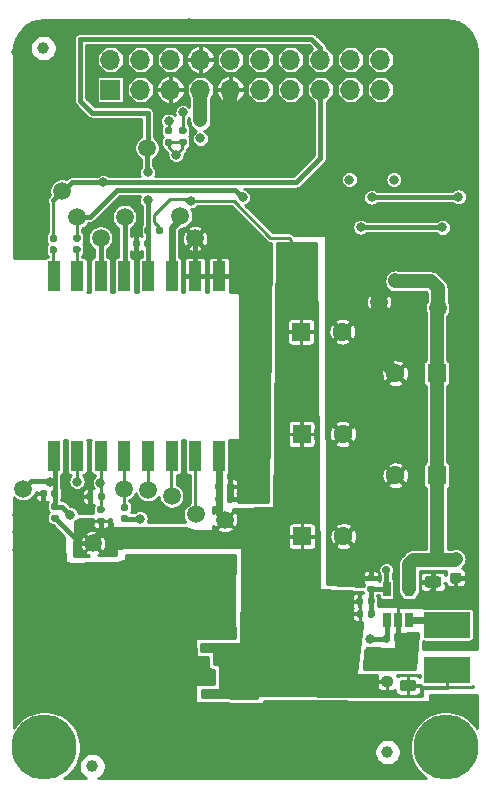
<source format=gtl>
G04 #@! TF.GenerationSoftware,KiCad,Pcbnew,(5.1.10)-1*
G04 #@! TF.CreationDate,2021-11-03T08:24:22+05:30*
G04 #@! TF.ProjectId,P-1000072_Cicada Wi-Fi,502d3130-3030-4303-9732-5f4369636164,0.1*
G04 #@! TF.SameCoordinates,PX7cee6c0PY3dfd240*
G04 #@! TF.FileFunction,Copper,L1,Top*
G04 #@! TF.FilePolarity,Positive*
%FSLAX46Y46*%
G04 Gerber Fmt 4.6, Leading zero omitted, Abs format (unit mm)*
G04 Created by KiCad (PCBNEW (5.1.10)-1) date 2021-11-03 08:24:22*
%MOMM*%
%LPD*%
G01*
G04 APERTURE LIST*
G04 #@! TA.AperFunction,SMDPad,CuDef*
%ADD10R,1.100000X2.600000*%
G04 #@! TD*
G04 #@! TA.AperFunction,ComponentPad*
%ADD11O,1.700000X1.700000*%
G04 #@! TD*
G04 #@! TA.AperFunction,ComponentPad*
%ADD12R,1.700000X1.700000*%
G04 #@! TD*
G04 #@! TA.AperFunction,SMDPad,CuDef*
%ADD13C,1.500000*%
G04 #@! TD*
G04 #@! TA.AperFunction,ComponentPad*
%ADD14C,1.600000*%
G04 #@! TD*
G04 #@! TA.AperFunction,ComponentPad*
%ADD15R,1.600000X1.600000*%
G04 #@! TD*
G04 #@! TA.AperFunction,SMDPad,CuDef*
%ADD16R,3.900000X2.200000*%
G04 #@! TD*
G04 #@! TA.AperFunction,SMDPad,CuDef*
%ADD17R,0.650000X1.220000*%
G04 #@! TD*
G04 #@! TA.AperFunction,ComponentPad*
%ADD18C,5.500000*%
G04 #@! TD*
G04 #@! TA.AperFunction,SMDPad,CuDef*
%ADD19C,1.000000*%
G04 #@! TD*
G04 #@! TA.AperFunction,ViaPad*
%ADD20C,0.800000*%
G04 #@! TD*
G04 #@! TA.AperFunction,ViaPad*
%ADD21C,0.700000*%
G04 #@! TD*
G04 #@! TA.AperFunction,Conductor*
%ADD22C,0.250000*%
G04 #@! TD*
G04 #@! TA.AperFunction,Conductor*
%ADD23C,1.200000*%
G04 #@! TD*
G04 #@! TA.AperFunction,Conductor*
%ADD24C,0.400000*%
G04 #@! TD*
G04 #@! TA.AperFunction,Conductor*
%ADD25C,0.600000*%
G04 #@! TD*
G04 #@! TA.AperFunction,Conductor*
%ADD26C,0.254000*%
G04 #@! TD*
G04 #@! TA.AperFunction,Conductor*
%ADD27C,0.100000*%
G04 #@! TD*
G04 APERTURE END LIST*
D10*
X-14220000Y-17110000D03*
X-12220000Y-17110000D03*
X-6220000Y-17110000D03*
X-4220000Y-32310000D03*
X-4220000Y-17110000D03*
X-2220000Y-32310000D03*
X-12220000Y-32310000D03*
X-16220000Y-17110000D03*
X-8220000Y-32310000D03*
X-10220000Y-17110000D03*
X-8220000Y-17110000D03*
X-6220000Y-32310000D03*
X-10220000Y-32310000D03*
X-2220000Y-17110000D03*
X-14220000Y-32310000D03*
X-16220000Y-32310000D03*
D11*
X11455400Y1244600D03*
X11455400Y-1295400D03*
X8915400Y1244600D03*
X8915400Y-1295400D03*
X6375400Y1244600D03*
X6375400Y-1295400D03*
X3835400Y1244600D03*
X3835400Y-1295400D03*
X1295400Y1244600D03*
X1295400Y-1295400D03*
X-1244600Y1244600D03*
X-1244600Y-1295400D03*
X-3784600Y1244600D03*
X-3784600Y-1295400D03*
X-6324600Y1244600D03*
X-6324600Y-1295400D03*
X-8864600Y1244600D03*
X-8864600Y-1295400D03*
X-11404600Y1244600D03*
D12*
X-11404600Y-1295400D03*
D13*
X-12893040Y-39702740D03*
D14*
X8280400Y-30457140D03*
D15*
X4780400Y-30457140D03*
D14*
X8239760Y-21798280D03*
D15*
X4739760Y-21798280D03*
G04 #@! TA.AperFunction,SMDPad,CuDef*
G36*
G01*
X-16413260Y-14581500D02*
X-16068260Y-14581500D01*
G75*
G02*
X-15920760Y-14729000I0J-147500D01*
G01*
X-15920760Y-15024000D01*
G75*
G02*
X-16068260Y-15171500I-147500J0D01*
G01*
X-16413260Y-15171500D01*
G75*
G02*
X-16560760Y-15024000I0J147500D01*
G01*
X-16560760Y-14729000D01*
G75*
G02*
X-16413260Y-14581500I147500J0D01*
G01*
G37*
G04 #@! TD.AperFunction*
G04 #@! TA.AperFunction,SMDPad,CuDef*
G36*
G01*
X-16413260Y-13611500D02*
X-16068260Y-13611500D01*
G75*
G02*
X-15920760Y-13759000I0J-147500D01*
G01*
X-15920760Y-14054000D01*
G75*
G02*
X-16068260Y-14201500I-147500J0D01*
G01*
X-16413260Y-14201500D01*
G75*
G02*
X-16560760Y-14054000I0J147500D01*
G01*
X-16560760Y-13759000D01*
G75*
G02*
X-16413260Y-13611500I147500J0D01*
G01*
G37*
G04 #@! TD.AperFunction*
G04 #@! TA.AperFunction,SMDPad,CuDef*
G36*
G01*
X-14424440Y-14546220D02*
X-14079440Y-14546220D01*
G75*
G02*
X-13931940Y-14693720I0J-147500D01*
G01*
X-13931940Y-14988720D01*
G75*
G02*
X-14079440Y-15136220I-147500J0D01*
G01*
X-14424440Y-15136220D01*
G75*
G02*
X-14571940Y-14988720I0J147500D01*
G01*
X-14571940Y-14693720D01*
G75*
G02*
X-14424440Y-14546220I147500J0D01*
G01*
G37*
G04 #@! TD.AperFunction*
G04 #@! TA.AperFunction,SMDPad,CuDef*
G36*
G01*
X-14424440Y-13576220D02*
X-14079440Y-13576220D01*
G75*
G02*
X-13931940Y-13723720I0J-147500D01*
G01*
X-13931940Y-14018720D01*
G75*
G02*
X-14079440Y-14166220I-147500J0D01*
G01*
X-14424440Y-14166220D01*
G75*
G02*
X-14571940Y-14018720I0J147500D01*
G01*
X-14571940Y-13723720D01*
G75*
G02*
X-14424440Y-13576220I147500J0D01*
G01*
G37*
G04 #@! TD.AperFunction*
G04 #@! TA.AperFunction,SMDPad,CuDef*
G36*
G01*
X-10390920Y-37322120D02*
X-10045920Y-37322120D01*
G75*
G02*
X-9898420Y-37469620I0J-147500D01*
G01*
X-9898420Y-37764620D01*
G75*
G02*
X-10045920Y-37912120I-147500J0D01*
G01*
X-10390920Y-37912120D01*
G75*
G02*
X-10538420Y-37764620I0J147500D01*
G01*
X-10538420Y-37469620D01*
G75*
G02*
X-10390920Y-37322120I147500J0D01*
G01*
G37*
G04 #@! TD.AperFunction*
G04 #@! TA.AperFunction,SMDPad,CuDef*
G36*
G01*
X-10390920Y-36352120D02*
X-10045920Y-36352120D01*
G75*
G02*
X-9898420Y-36499620I0J-147500D01*
G01*
X-9898420Y-36794620D01*
G75*
G02*
X-10045920Y-36942120I-147500J0D01*
G01*
X-10390920Y-36942120D01*
G75*
G02*
X-10538420Y-36794620I0J147500D01*
G01*
X-10538420Y-36499620D01*
G75*
G02*
X-10390920Y-36352120I147500J0D01*
G01*
G37*
G04 #@! TD.AperFunction*
G04 #@! TA.AperFunction,SMDPad,CuDef*
G36*
G01*
X-7939400Y-13060900D02*
X-7939400Y-13405900D01*
G75*
G02*
X-8086900Y-13553400I-147500J0D01*
G01*
X-8381900Y-13553400D01*
G75*
G02*
X-8529400Y-13405900I0J147500D01*
G01*
X-8529400Y-13060900D01*
G75*
G02*
X-8381900Y-12913400I147500J0D01*
G01*
X-8086900Y-12913400D01*
G75*
G02*
X-7939400Y-13060900I0J-147500D01*
G01*
G37*
G04 #@! TD.AperFunction*
G04 #@! TA.AperFunction,SMDPad,CuDef*
G36*
G01*
X-6969400Y-13060900D02*
X-6969400Y-13405900D01*
G75*
G02*
X-7116900Y-13553400I-147500J0D01*
G01*
X-7411900Y-13553400D01*
G75*
G02*
X-7559400Y-13405900I0J147500D01*
G01*
X-7559400Y-13060900D01*
G75*
G02*
X-7411900Y-12913400I147500J0D01*
G01*
X-7116900Y-12913400D01*
G75*
G02*
X-6969400Y-13060900I0J-147500D01*
G01*
G37*
G04 #@! TD.AperFunction*
G04 #@! TA.AperFunction,SMDPad,CuDef*
G36*
G01*
X-15948880Y-36899220D02*
X-16293880Y-36899220D01*
G75*
G02*
X-16441380Y-36751720I0J147500D01*
G01*
X-16441380Y-36456720D01*
G75*
G02*
X-16293880Y-36309220I147500J0D01*
G01*
X-15948880Y-36309220D01*
G75*
G02*
X-15801380Y-36456720I0J-147500D01*
G01*
X-15801380Y-36751720D01*
G75*
G02*
X-15948880Y-36899220I-147500J0D01*
G01*
G37*
G04 #@! TD.AperFunction*
G04 #@! TA.AperFunction,SMDPad,CuDef*
G36*
G01*
X-15948880Y-37869220D02*
X-16293880Y-37869220D01*
G75*
G02*
X-16441380Y-37721720I0J147500D01*
G01*
X-16441380Y-37426720D01*
G75*
G02*
X-16293880Y-37279220I147500J0D01*
G01*
X-15948880Y-37279220D01*
G75*
G02*
X-15801380Y-37426720I0J-147500D01*
G01*
X-15801380Y-37721720D01*
G75*
G02*
X-15948880Y-37869220I-147500J0D01*
G01*
G37*
G04 #@! TD.AperFunction*
G04 #@! TA.AperFunction,SMDPad,CuDef*
G36*
G01*
X-12397520Y-37543380D02*
X-12052520Y-37543380D01*
G75*
G02*
X-11905020Y-37690880I0J-147500D01*
G01*
X-11905020Y-37985880D01*
G75*
G02*
X-12052520Y-38133380I-147500J0D01*
G01*
X-12397520Y-38133380D01*
G75*
G02*
X-12545020Y-37985880I0J147500D01*
G01*
X-12545020Y-37690880D01*
G75*
G02*
X-12397520Y-37543380I147500J0D01*
G01*
G37*
G04 #@! TD.AperFunction*
G04 #@! TA.AperFunction,SMDPad,CuDef*
G36*
G01*
X-12397520Y-36573380D02*
X-12052520Y-36573380D01*
G75*
G02*
X-11905020Y-36720880I0J-147500D01*
G01*
X-11905020Y-37015880D01*
G75*
G02*
X-12052520Y-37163380I-147500J0D01*
G01*
X-12397520Y-37163380D01*
G75*
G02*
X-12545020Y-37015880I0J147500D01*
G01*
X-12545020Y-36720880D01*
G75*
G02*
X-12397520Y-36573380I147500J0D01*
G01*
G37*
G04 #@! TD.AperFunction*
G04 #@! TA.AperFunction,SMDPad,CuDef*
G36*
G01*
X-8542660Y-14515880D02*
X-8542660Y-14170880D01*
G75*
G02*
X-8395160Y-14023380I147500J0D01*
G01*
X-8100160Y-14023380D01*
G75*
G02*
X-7952660Y-14170880I0J-147500D01*
G01*
X-7952660Y-14515880D01*
G75*
G02*
X-8100160Y-14663380I-147500J0D01*
G01*
X-8395160Y-14663380D01*
G75*
G02*
X-8542660Y-14515880I0J147500D01*
G01*
G37*
G04 #@! TD.AperFunction*
G04 #@! TA.AperFunction,SMDPad,CuDef*
G36*
G01*
X-9512660Y-14515880D02*
X-9512660Y-14170880D01*
G75*
G02*
X-9365160Y-14023380I147500J0D01*
G01*
X-9070160Y-14023380D01*
G75*
G02*
X-8922660Y-14170880I0J-147500D01*
G01*
X-8922660Y-14515880D01*
G75*
G02*
X-9070160Y-14663380I-147500J0D01*
G01*
X-9365160Y-14663380D01*
G75*
G02*
X-9512660Y-14515880I0J147500D01*
G01*
G37*
G04 #@! TD.AperFunction*
G04 #@! TA.AperFunction,SMDPad,CuDef*
G36*
G01*
X-1935120Y-35796440D02*
X-1935120Y-36141440D01*
G75*
G02*
X-2082620Y-36288940I-147500J0D01*
G01*
X-2377620Y-36288940D01*
G75*
G02*
X-2525120Y-36141440I0J147500D01*
G01*
X-2525120Y-35796440D01*
G75*
G02*
X-2377620Y-35648940I147500J0D01*
G01*
X-2082620Y-35648940D01*
G75*
G02*
X-1935120Y-35796440I0J-147500D01*
G01*
G37*
G04 #@! TD.AperFunction*
G04 #@! TA.AperFunction,SMDPad,CuDef*
G36*
G01*
X-965120Y-35796440D02*
X-965120Y-36141440D01*
G75*
G02*
X-1112620Y-36288940I-147500J0D01*
G01*
X-1407620Y-36288940D01*
G75*
G02*
X-1555120Y-36141440I0J147500D01*
G01*
X-1555120Y-35796440D01*
G75*
G02*
X-1407620Y-35648940I147500J0D01*
G01*
X-1112620Y-35648940D01*
G75*
G02*
X-965120Y-35796440I0J-147500D01*
G01*
G37*
G04 #@! TD.AperFunction*
G04 #@! TA.AperFunction,SMDPad,CuDef*
G36*
G01*
X-1935120Y-34724560D02*
X-1935120Y-35069560D01*
G75*
G02*
X-2082620Y-35217060I-147500J0D01*
G01*
X-2377620Y-35217060D01*
G75*
G02*
X-2525120Y-35069560I0J147500D01*
G01*
X-2525120Y-34724560D01*
G75*
G02*
X-2377620Y-34577060I147500J0D01*
G01*
X-2082620Y-34577060D01*
G75*
G02*
X-1935120Y-34724560I0J-147500D01*
G01*
G37*
G04 #@! TD.AperFunction*
G04 #@! TA.AperFunction,SMDPad,CuDef*
G36*
G01*
X-965120Y-34724560D02*
X-965120Y-35069560D01*
G75*
G02*
X-1112620Y-35217060I-147500J0D01*
G01*
X-1407620Y-35217060D01*
G75*
G02*
X-1555120Y-35069560I0J147500D01*
G01*
X-1555120Y-34724560D01*
G75*
G02*
X-1407620Y-34577060I147500J0D01*
G01*
X-1112620Y-34577060D01*
G75*
G02*
X-965120Y-34724560I0J-147500D01*
G01*
G37*
G04 #@! TD.AperFunction*
G04 #@! TA.AperFunction,SMDPad,CuDef*
G36*
G01*
X-16411300Y-35679160D02*
X-16411300Y-35334160D01*
G75*
G02*
X-16263800Y-35186660I147500J0D01*
G01*
X-15968800Y-35186660D01*
G75*
G02*
X-15821300Y-35334160I0J-147500D01*
G01*
X-15821300Y-35679160D01*
G75*
G02*
X-15968800Y-35826660I-147500J0D01*
G01*
X-16263800Y-35826660D01*
G75*
G02*
X-16411300Y-35679160I0J147500D01*
G01*
G37*
G04 #@! TD.AperFunction*
G04 #@! TA.AperFunction,SMDPad,CuDef*
G36*
G01*
X-17381300Y-35679160D02*
X-17381300Y-35334160D01*
G75*
G02*
X-17233800Y-35186660I147500J0D01*
G01*
X-16938800Y-35186660D01*
G75*
G02*
X-16791300Y-35334160I0J-147500D01*
G01*
X-16791300Y-35679160D01*
G75*
G02*
X-16938800Y-35826660I-147500J0D01*
G01*
X-17233800Y-35826660D01*
G75*
G02*
X-17381300Y-35679160I0J147500D01*
G01*
G37*
G04 #@! TD.AperFunction*
G04 #@! TA.AperFunction,SMDPad,CuDef*
G36*
G01*
X-12479380Y-35920460D02*
X-12479380Y-35575460D01*
G75*
G02*
X-12331880Y-35427960I147500J0D01*
G01*
X-12036880Y-35427960D01*
G75*
G02*
X-11889380Y-35575460I0J-147500D01*
G01*
X-11889380Y-35920460D01*
G75*
G02*
X-12036880Y-36067960I-147500J0D01*
G01*
X-12331880Y-36067960D01*
G75*
G02*
X-12479380Y-35920460I0J147500D01*
G01*
G37*
G04 #@! TD.AperFunction*
G04 #@! TA.AperFunction,SMDPad,CuDef*
G36*
G01*
X-13449380Y-35920460D02*
X-13449380Y-35575460D01*
G75*
G02*
X-13301880Y-35427960I147500J0D01*
G01*
X-13006880Y-35427960D01*
G75*
G02*
X-12859380Y-35575460I0J-147500D01*
G01*
X-12859380Y-35920460D01*
G75*
G02*
X-13006880Y-36067960I-147500J0D01*
G01*
X-13301880Y-36067960D01*
G75*
G02*
X-13449380Y-35920460I0J147500D01*
G01*
G37*
G04 #@! TD.AperFunction*
D13*
X11333480Y-19273520D03*
D14*
X12702540Y-25318720D03*
D15*
X16202540Y-25318720D03*
D14*
X12722860Y-33962340D03*
D15*
X16222860Y-33962340D03*
D16*
X17101820Y-50401380D03*
X17101820Y-46601380D03*
D13*
X-12237720Y-13873480D03*
X-14196060Y-12082780D03*
X-4239260Y-13906500D03*
X-5491480Y-12024360D03*
X-8326120Y-6253480D03*
X-10210800Y-12054840D03*
X-15499080Y-9888220D03*
X-4185920Y-37266880D03*
X-6223000Y-35727640D03*
X-8199120Y-35179000D03*
X-10251440Y-35100260D03*
X-18783300Y-35095180D03*
X-1694180Y-37703760D03*
X16299180Y-19817080D03*
D17*
X11976020Y-43616880D03*
X13876020Y-43616880D03*
X13876020Y-46236880D03*
X12926020Y-46236880D03*
X11976020Y-46236880D03*
G04 #@! TA.AperFunction,SMDPad,CuDef*
G36*
G01*
X10827800Y-42923820D02*
X10482800Y-42923820D01*
G75*
G02*
X10335300Y-42776320I0J147500D01*
G01*
X10335300Y-42481320D01*
G75*
G02*
X10482800Y-42333820I147500J0D01*
G01*
X10827800Y-42333820D01*
G75*
G02*
X10975300Y-42481320I0J-147500D01*
G01*
X10975300Y-42776320D01*
G75*
G02*
X10827800Y-42923820I-147500J0D01*
G01*
G37*
G04 #@! TD.AperFunction*
G04 #@! TA.AperFunction,SMDPad,CuDef*
G36*
G01*
X10827800Y-43893820D02*
X10482800Y-43893820D01*
G75*
G02*
X10335300Y-43746320I0J147500D01*
G01*
X10335300Y-43451320D01*
G75*
G02*
X10482800Y-43303820I147500J0D01*
G01*
X10827800Y-43303820D01*
G75*
G02*
X10975300Y-43451320I0J-147500D01*
G01*
X10975300Y-43746320D01*
G75*
G02*
X10827800Y-43893820I-147500J0D01*
G01*
G37*
G04 #@! TD.AperFunction*
G04 #@! TA.AperFunction,SMDPad,CuDef*
G36*
G01*
X10372860Y-44797760D02*
X10372860Y-44452760D01*
G75*
G02*
X10520360Y-44305260I147500J0D01*
G01*
X10815360Y-44305260D01*
G75*
G02*
X10962860Y-44452760I0J-147500D01*
G01*
X10962860Y-44797760D01*
G75*
G02*
X10815360Y-44945260I-147500J0D01*
G01*
X10520360Y-44945260D01*
G75*
G02*
X10372860Y-44797760I0J147500D01*
G01*
G37*
G04 #@! TD.AperFunction*
G04 #@! TA.AperFunction,SMDPad,CuDef*
G36*
G01*
X9402860Y-44797760D02*
X9402860Y-44452760D01*
G75*
G02*
X9550360Y-44305260I147500J0D01*
G01*
X9845360Y-44305260D01*
G75*
G02*
X9992860Y-44452760I0J-147500D01*
G01*
X9992860Y-44797760D01*
G75*
G02*
X9845360Y-44945260I-147500J0D01*
G01*
X9550360Y-44945260D01*
G75*
G02*
X9402860Y-44797760I0J147500D01*
G01*
G37*
G04 #@! TD.AperFunction*
G04 #@! TA.AperFunction,SMDPad,CuDef*
G36*
G01*
X12656460Y-47965140D02*
X12656460Y-47620140D01*
G75*
G02*
X12803960Y-47472640I147500J0D01*
G01*
X13098960Y-47472640D01*
G75*
G02*
X13246460Y-47620140I0J-147500D01*
G01*
X13246460Y-47965140D01*
G75*
G02*
X13098960Y-48112640I-147500J0D01*
G01*
X12803960Y-48112640D01*
G75*
G02*
X12656460Y-47965140I0J147500D01*
G01*
G37*
G04 #@! TD.AperFunction*
G04 #@! TA.AperFunction,SMDPad,CuDef*
G36*
G01*
X11686460Y-47965140D02*
X11686460Y-47620140D01*
G75*
G02*
X11833960Y-47472640I147500J0D01*
G01*
X12128960Y-47472640D01*
G75*
G02*
X12276460Y-47620140I0J-147500D01*
G01*
X12276460Y-47965140D01*
G75*
G02*
X12128960Y-48112640I-147500J0D01*
G01*
X11833960Y-48112640D01*
G75*
G02*
X11686460Y-47965140I0J147500D01*
G01*
G37*
G04 #@! TD.AperFunction*
D14*
X8315840Y-39116000D03*
D15*
X4815840Y-39116000D03*
G04 #@! TA.AperFunction,SMDPad,CuDef*
G36*
G01*
X14238290Y-50360400D02*
X13325790Y-50360400D01*
G75*
G02*
X13082040Y-50116650I0J243750D01*
G01*
X13082040Y-49629150D01*
G75*
G02*
X13325790Y-49385400I243750J0D01*
G01*
X14238290Y-49385400D01*
G75*
G02*
X14482040Y-49629150I0J-243750D01*
G01*
X14482040Y-50116650D01*
G75*
G02*
X14238290Y-50360400I-243750J0D01*
G01*
G37*
G04 #@! TD.AperFunction*
G04 #@! TA.AperFunction,SMDPad,CuDef*
G36*
G01*
X14238290Y-52235400D02*
X13325790Y-52235400D01*
G75*
G02*
X13082040Y-51991650I0J243750D01*
G01*
X13082040Y-51504150D01*
G75*
G02*
X13325790Y-51260400I243750J0D01*
G01*
X14238290Y-51260400D01*
G75*
G02*
X14482040Y-51504150I0J-243750D01*
G01*
X14482040Y-51991650D01*
G75*
G02*
X14238290Y-52235400I-243750J0D01*
G01*
G37*
G04 #@! TD.AperFunction*
G04 #@! TA.AperFunction,SMDPad,CuDef*
G36*
G01*
X12267910Y-50274640D02*
X11755410Y-50274640D01*
G75*
G02*
X11536660Y-50055890I0J218750D01*
G01*
X11536660Y-49618390D01*
G75*
G02*
X11755410Y-49399640I218750J0D01*
G01*
X12267910Y-49399640D01*
G75*
G02*
X12486660Y-49618390I0J-218750D01*
G01*
X12486660Y-50055890D01*
G75*
G02*
X12267910Y-50274640I-218750J0D01*
G01*
G37*
G04 #@! TD.AperFunction*
G04 #@! TA.AperFunction,SMDPad,CuDef*
G36*
G01*
X12267910Y-51849640D02*
X11755410Y-51849640D01*
G75*
G02*
X11536660Y-51630890I0J218750D01*
G01*
X11536660Y-51193390D01*
G75*
G02*
X11755410Y-50974640I218750J0D01*
G01*
X12267910Y-50974640D01*
G75*
G02*
X12486660Y-51193390I0J-218750D01*
G01*
X12486660Y-51630890D01*
G75*
G02*
X12267910Y-51849640I-218750J0D01*
G01*
G37*
G04 #@! TD.AperFunction*
G04 #@! TA.AperFunction,SMDPad,CuDef*
G36*
G01*
X10383160Y-45851860D02*
X10383160Y-45506860D01*
G75*
G02*
X10530660Y-45359360I147500J0D01*
G01*
X10825660Y-45359360D01*
G75*
G02*
X10973160Y-45506860I0J-147500D01*
G01*
X10973160Y-45851860D01*
G75*
G02*
X10825660Y-45999360I-147500J0D01*
G01*
X10530660Y-45999360D01*
G75*
G02*
X10383160Y-45851860I0J147500D01*
G01*
G37*
G04 #@! TD.AperFunction*
G04 #@! TA.AperFunction,SMDPad,CuDef*
G36*
G01*
X9413160Y-45851860D02*
X9413160Y-45506860D01*
G75*
G02*
X9560660Y-45359360I147500J0D01*
G01*
X9855660Y-45359360D01*
G75*
G02*
X10003160Y-45506860I0J-147500D01*
G01*
X10003160Y-45851860D01*
G75*
G02*
X9855660Y-45999360I-147500J0D01*
G01*
X9560660Y-45999360D01*
G75*
G02*
X9413160Y-45851860I0J147500D01*
G01*
G37*
G04 #@! TD.AperFunction*
G04 #@! TA.AperFunction,SMDPad,CuDef*
G36*
G01*
X15439070Y-42484700D02*
X16351570Y-42484700D01*
G75*
G02*
X16595320Y-42728450I0J-243750D01*
G01*
X16595320Y-43215950D01*
G75*
G02*
X16351570Y-43459700I-243750J0D01*
G01*
X15439070Y-43459700D01*
G75*
G02*
X15195320Y-43215950I0J243750D01*
G01*
X15195320Y-42728450D01*
G75*
G02*
X15439070Y-42484700I243750J0D01*
G01*
G37*
G04 #@! TD.AperFunction*
G04 #@! TA.AperFunction,SMDPad,CuDef*
G36*
G01*
X15439070Y-40609700D02*
X16351570Y-40609700D01*
G75*
G02*
X16595320Y-40853450I0J-243750D01*
G01*
X16595320Y-41340950D01*
G75*
G02*
X16351570Y-41584700I-243750J0D01*
G01*
X15439070Y-41584700D01*
G75*
G02*
X15195320Y-41340950I0J243750D01*
G01*
X15195320Y-40853450D01*
G75*
G02*
X15439070Y-40609700I243750J0D01*
G01*
G37*
G04 #@! TD.AperFunction*
G04 #@! TA.AperFunction,SMDPad,CuDef*
G36*
G01*
X17564390Y-42188880D02*
X18076890Y-42188880D01*
G75*
G02*
X18295640Y-42407630I0J-218750D01*
G01*
X18295640Y-42845130D01*
G75*
G02*
X18076890Y-43063880I-218750J0D01*
G01*
X17564390Y-43063880D01*
G75*
G02*
X17345640Y-42845130I0J218750D01*
G01*
X17345640Y-42407630D01*
G75*
G02*
X17564390Y-42188880I218750J0D01*
G01*
G37*
G04 #@! TD.AperFunction*
G04 #@! TA.AperFunction,SMDPad,CuDef*
G36*
G01*
X17564390Y-40613880D02*
X18076890Y-40613880D01*
G75*
G02*
X18295640Y-40832630I0J-218750D01*
G01*
X18295640Y-41270130D01*
G75*
G02*
X18076890Y-41488880I-218750J0D01*
G01*
X17564390Y-41488880D01*
G75*
G02*
X17345640Y-41270130I0J218750D01*
G01*
X17345640Y-40832630D01*
G75*
G02*
X17564390Y-40613880I218750J0D01*
G01*
G37*
G04 #@! TD.AperFunction*
D18*
X-17000000Y-57000000D03*
D19*
X12040000Y-57390000D03*
X-12948920Y-58592720D03*
X-17090000Y2220000D03*
D18*
X17000000Y-57000000D03*
G04 #@! TA.AperFunction,SMDPad,CuDef*
G36*
G01*
X-6304500Y-5083040D02*
X-6649500Y-5083040D01*
G75*
G02*
X-6797000Y-4935540I0J147500D01*
G01*
X-6797000Y-4640540D01*
G75*
G02*
X-6649500Y-4493040I147500J0D01*
G01*
X-6304500Y-4493040D01*
G75*
G02*
X-6157000Y-4640540I0J-147500D01*
G01*
X-6157000Y-4935540D01*
G75*
G02*
X-6304500Y-5083040I-147500J0D01*
G01*
G37*
G04 #@! TD.AperFunction*
G04 #@! TA.AperFunction,SMDPad,CuDef*
G36*
G01*
X-6304500Y-6053040D02*
X-6649500Y-6053040D01*
G75*
G02*
X-6797000Y-5905540I0J147500D01*
G01*
X-6797000Y-5610540D01*
G75*
G02*
X-6649500Y-5463040I147500J0D01*
G01*
X-6304500Y-5463040D01*
G75*
G02*
X-6157000Y-5610540I0J-147500D01*
G01*
X-6157000Y-5905540D01*
G75*
G02*
X-6304500Y-6053040I-147500J0D01*
G01*
G37*
G04 #@! TD.AperFunction*
G04 #@! TA.AperFunction,SMDPad,CuDef*
G36*
G01*
X-5105620Y-5070480D02*
X-5450620Y-5070480D01*
G75*
G02*
X-5598120Y-4922980I0J147500D01*
G01*
X-5598120Y-4627980D01*
G75*
G02*
X-5450620Y-4480480I147500J0D01*
G01*
X-5105620Y-4480480D01*
G75*
G02*
X-4958120Y-4627980I0J-147500D01*
G01*
X-4958120Y-4922980D01*
G75*
G02*
X-5105620Y-5070480I-147500J0D01*
G01*
G37*
G04 #@! TD.AperFunction*
G04 #@! TA.AperFunction,SMDPad,CuDef*
G36*
G01*
X-5105620Y-6040480D02*
X-5450620Y-6040480D01*
G75*
G02*
X-5598120Y-5892980I0J147500D01*
G01*
X-5598120Y-5597980D01*
G75*
G02*
X-5450620Y-5450480I147500J0D01*
G01*
X-5105620Y-5450480D01*
G75*
G02*
X-4958120Y-5597980I0J-147500D01*
G01*
X-4958120Y-5892980D01*
G75*
G02*
X-5105620Y-6040480I-147500J0D01*
G01*
G37*
G04 #@! TD.AperFunction*
D20*
X-1244600Y-3854600D03*
X15313660Y-14988540D03*
X15320000Y-11300000D03*
X11340000Y-14130000D03*
X5050000Y-6760000D03*
X14150340Y-48166020D03*
X16810000Y-6290000D03*
X10150000Y-4440000D03*
X13600000Y-2840000D03*
X12380000Y-4690000D03*
X15470000Y-1900000D03*
X14390000Y1330000D03*
X16790000Y490000D03*
X16430000Y-4500000D03*
X13240000Y-590000D03*
X4540000Y-3660000D03*
X1350000Y-3540000D03*
X3420000Y-5250000D03*
X2820000Y-3900000D03*
X7777480Y-5072380D03*
X7962900Y-3787140D03*
X15412720Y-78740D03*
X13078460Y2255520D03*
X-19296380Y-37315140D03*
X-15273020Y-34483040D03*
X-17089120Y-37226240D03*
X-19334480Y-38780720D03*
X-19212560Y-41991280D03*
X-19222720Y-45018960D03*
X-19197320Y-47127160D03*
X-19212560Y-49575720D03*
X-19136360Y-51709320D03*
X-19039840Y-53939440D03*
X-13299440Y-55859680D03*
X-10789920Y-59227720D03*
X-8392160Y-59136280D03*
X-5308600Y-59273440D03*
X-3286760Y-59303920D03*
X-1391920Y-59222640D03*
X574040Y-59156600D03*
X2661920Y-59166760D03*
X5247640Y-59176920D03*
X7945120Y-59197240D03*
X9728200Y-59182000D03*
X12522200Y-59207400D03*
X12176760Y-54457600D03*
X15605760Y-53746400D03*
X17551400Y-53461920D03*
X19070320Y-53944520D03*
X6812280Y-54218840D03*
X10464800Y-54422040D03*
X8691880Y-54391560D03*
X16570960Y-44323000D03*
X18684240Y-44048680D03*
X8255000Y-24597360D03*
X9987280Y-26598880D03*
X11557000Y-28986480D03*
X10281920Y-31800800D03*
X8117840Y-33233360D03*
X8417560Y-36322000D03*
X10932160Y-35057080D03*
X12034520Y-38338760D03*
X13075920Y-30927040D03*
X14345920Y-36581080D03*
X8950960Y-41879520D03*
X7960360Y-27802840D03*
X11325860Y-23035260D03*
X13507720Y-21092160D03*
X8204200Y-18171160D03*
X8026400Y-11938000D03*
X3002280Y-11988800D03*
X-3103880Y-11704320D03*
X-1188720Y-11866880D03*
X-10271760Y-7086600D03*
X-10601960Y-5090160D03*
X-9403080Y-4490720D03*
X-290580Y-6249420D03*
X1601680Y-6760000D03*
X599440Y-5069840D03*
X11213040Y-6760000D03*
X8942280Y-6760000D03*
X14027360Y-6760000D03*
X15320000Y-9206240D03*
X10048240Y-17602200D03*
X8696960Y-15890240D03*
X13487400Y-23484840D03*
X13700760Y-27249120D03*
X13776960Y-29225240D03*
X17795240Y-14874240D03*
X19273520Y-12771120D03*
X18633440Y-16154400D03*
X17505680Y-16819880D03*
X18780760Y-18552160D03*
X18338800Y-20447000D03*
X18166080Y-22707600D03*
X19166840Y-23845520D03*
X18917920Y-25709880D03*
X19182080Y-27792680D03*
X18872200Y-29570680D03*
X18872200Y-34163000D03*
X18303240Y-37571680D03*
X19253200Y-39557960D03*
X17830800Y-39182040D03*
X-14975840Y2788920D03*
X-17124680Y4104640D03*
X-19364960Y1889760D03*
X-15483840Y711200D03*
X11506200Y-21132800D03*
X-7757160Y-36824920D03*
X-4973320Y-34508440D03*
X-16189960Y-39918640D03*
X-15773400Y-41813480D03*
X-14432280Y-42082720D03*
X-12999720Y-42158920D03*
X-11689080Y-42103040D03*
X-10408920Y-41960800D03*
X-1488440Y-41249600D03*
X-1402080Y-43322240D03*
X-1407160Y-44907200D03*
X-1554480Y-46400720D03*
X-2946400Y-46517560D03*
X-2722880Y-41305480D03*
X-8930640Y-41610280D03*
X-5969000Y-41193720D03*
X-3972560Y-41208960D03*
X-7802880Y-41061640D03*
X-11882120Y-57292240D03*
X-14513560Y4226560D03*
X-12161520Y4211320D03*
X-10210800Y4226560D03*
X-7386320Y4262120D03*
X-4770120Y4297680D03*
X-2346960Y4124960D03*
X7020560Y3048000D03*
X-4521200Y-7945120D03*
X-6985000Y-7355840D03*
X-9743440Y-8270240D03*
X19080480Y-21635720D03*
X19161760Y-31638240D03*
X19395440Y-36291520D03*
X1473200Y-30353000D03*
X1661160Y-27142440D03*
X1442720Y-24871680D03*
X1722120Y-22382480D03*
X1600200Y-20721320D03*
X1691640Y-17708880D03*
X1503680Y-15981680D03*
X584200Y-13954760D03*
X-2204720Y-14025880D03*
X-817880Y-15300960D03*
X-563880Y-17012920D03*
X-45720Y-18877280D03*
X30480Y-21569680D03*
X111760Y-23713440D03*
X35560Y-26436320D03*
X187960Y-28326080D03*
X299720Y-30256480D03*
X-706120Y-31623000D03*
X-518160Y-33604200D03*
X355600Y-35524440D03*
X604520Y-32913320D03*
X1600200Y-31912560D03*
X1630680Y-34081720D03*
X-538480Y-54422040D03*
X-3439160Y-54391560D03*
X863600Y-54422040D03*
X-1869440Y-54320440D03*
D21*
X-4145280Y-46969680D03*
D20*
X-4566920Y-50530760D03*
X-5029200Y-47685960D03*
X-4668520Y-53741320D03*
X-4876800Y-52273200D03*
X-5400040Y-49154080D03*
X4932680Y-54152800D03*
X2026920Y-54391560D03*
X3393440Y-54356000D03*
X13213080Y-54447440D03*
X14320520Y-54117240D03*
X13766800Y-55737760D03*
X13487400Y-56713120D03*
X13538200Y-57810400D03*
X13929360Y-59232800D03*
X10972800Y-59136280D03*
X6609080Y-59110880D03*
X3876040Y-59192160D03*
X-6624320Y-59105800D03*
X-9641840Y-59019440D03*
X-14030960Y-54660800D03*
X-14940280Y-53868320D03*
X-16504920Y-53522880D03*
X-17729200Y-53665120D03*
X-19298920Y-40299640D03*
X-19171920Y-43413680D03*
X-16748760Y-44079160D03*
X-8016240Y-44790360D03*
X-4572000Y-43530520D03*
X-11384280Y-44079160D03*
X-7731760Y-47945040D03*
X-12948920Y-48066960D03*
X-12547600Y-45547280D03*
X-7305040Y-52384960D03*
X-14660880Y-49372520D03*
X-10149840Y-53334920D03*
X-8453120Y-57195720D03*
X-9972040Y-50073560D03*
X-16337280Y-47035720D03*
X-12832080Y-51882040D03*
X-4775200Y-55971440D03*
X-2032000Y-57312560D03*
X-7289800Y-54919880D03*
X477520Y-55910480D03*
X3804920Y-57779920D03*
X3103880Y-55971440D03*
X1529080Y-57952640D03*
X6837680Y-57017920D03*
X5440680Y-56088280D03*
X9174480Y-55676800D03*
X8417560Y-57952640D03*
X-9469120Y-10642600D03*
X18060000Y-10380000D03*
X10720000Y-10410000D03*
X-220000Y-10410000D03*
X-12030000Y-9160000D03*
X-5278120Y-3230880D03*
X-6477000Y-3967480D03*
X-12258040Y-34584640D03*
X10609580Y-47807880D03*
X-8244840Y-8305800D03*
X-8255000Y-10673080D03*
X-3784600Y-3914600D03*
X12590000Y-17460000D03*
X-3784600Y-5430520D03*
X8824440Y-8920000D03*
X12590000Y-8920000D03*
X16710000Y-12960000D03*
X9794999Y-12944999D03*
X-8897900Y-37617120D03*
X-14813280Y-37284660D03*
X-16484600Y-34523680D03*
X-4612640Y-10723880D03*
X-1490980Y-39565580D03*
X-5847080Y-6797040D03*
D21*
X11955780Y-41960800D03*
D20*
X-14235680Y-34487100D03*
D22*
X12926020Y-44889380D02*
X12926020Y-46236880D01*
X12923520Y-44886880D02*
X12926020Y-44889380D01*
X12948920Y-46259780D02*
X12926020Y-46236880D01*
D23*
X-1244600Y-1295400D02*
X-1244600Y-3854600D01*
D22*
X12926020Y-44889380D02*
X14465640Y-44889380D01*
X-4235680Y-13910080D02*
X-4239260Y-13906500D01*
D24*
X-4235680Y-17139280D02*
X-4235680Y-13910080D01*
X12959080Y-47785020D02*
X12951460Y-47792640D01*
X12951460Y-46262320D02*
X12926020Y-46236880D01*
X12951460Y-47792640D02*
X12951460Y-46262320D01*
D22*
X15895320Y-43459700D02*
X15895320Y-42972200D01*
X14465640Y-44889380D02*
X15895320Y-43459700D01*
X17474820Y-42972200D02*
X17820640Y-42626380D01*
D25*
X-1260120Y-34897060D02*
X-1260120Y-35412960D01*
X-1260120Y-35412960D02*
X-1260120Y-35968940D01*
D23*
X15313660Y-14988540D02*
X12283440Y-14988540D01*
X12283440Y-14988540D02*
X11325860Y-15946120D01*
X11325860Y-23942040D02*
X12702540Y-25318720D01*
X11325860Y-15946120D02*
X11325860Y-19692620D01*
X11325860Y-23035260D02*
X11325860Y-23942040D01*
X11325860Y-19692620D02*
X11325860Y-23035260D01*
D22*
X-14235680Y-12122400D02*
X-14196060Y-12082780D01*
D24*
X10720000Y-10410000D02*
X10720000Y-10410000D01*
X18030000Y-10410000D02*
X18060000Y-10380000D01*
X10720000Y-10410000D02*
X18030000Y-10410000D01*
X-320000Y-10410000D02*
X-220000Y-10510000D01*
X-869990Y-9760010D02*
X-220000Y-10410000D01*
D22*
X-14251940Y-12138660D02*
X-14196060Y-12082780D01*
X-14251940Y-13871220D02*
X-14251940Y-12138660D01*
D24*
X-10812630Y-9760010D02*
X-869990Y-9760010D01*
X-13135400Y-12082780D02*
X-10812630Y-9760010D01*
X-14196060Y-12082780D02*
X-13135400Y-12082780D01*
X-14700000Y-9150000D02*
X-16238220Y-10688220D01*
X-12985282Y-9150000D02*
X-14700000Y-9150000D01*
X-12975282Y-9160000D02*
X-12985282Y-9150000D01*
X4310000Y-9160000D02*
X-12030000Y-9160000D01*
X6375400Y-7094600D02*
X4310000Y-9160000D01*
X6375400Y-1295400D02*
X6375400Y-7094600D01*
X-12030000Y-9160000D02*
X-12975282Y-9160000D01*
D22*
X-16238220Y-13903960D02*
X-16240760Y-13906500D01*
X-16238220Y-10688220D02*
X-16238220Y-13903960D01*
X-5278120Y-4775480D02*
X-5278120Y-3230880D01*
X-5278120Y-3230880D02*
X-5278120Y-3230880D01*
X-6461760Y-4659799D02*
X-6477000Y-4675039D01*
X-6461760Y-3860800D02*
X-6461760Y-4659799D01*
X-12110720Y-32339280D02*
X-12235680Y-32339280D01*
X-12235680Y-32339280D02*
X-12235680Y-35415720D01*
X-12212320Y-35219640D02*
X-12197080Y-35204400D01*
X-12212320Y-36383240D02*
X-12212320Y-35219640D01*
X-12225020Y-36395940D02*
X-12212320Y-36383240D01*
X-12225020Y-36868380D02*
X-12225020Y-36395940D01*
X11976020Y-46236880D02*
X11976020Y-46642100D01*
D24*
X11981460Y-46242320D02*
X11976020Y-46236880D01*
X11981460Y-47792640D02*
X11981460Y-46242320D01*
X11966220Y-47807880D02*
X11981460Y-47792640D01*
X10609580Y-47807880D02*
X11966220Y-47807880D01*
D22*
X-16235680Y-17139280D02*
X-16235680Y-15951200D01*
X-16240760Y-17089240D02*
X-16220000Y-17110000D01*
X-16240760Y-14876500D02*
X-16240760Y-17089240D01*
X-6235680Y-32339280D02*
X-6235680Y-34404320D01*
X-6235680Y-35582880D02*
X-6088380Y-35730180D01*
X-6235680Y-34404320D02*
X-6235680Y-35582880D01*
D24*
X-8260080Y-6187440D02*
X-8326120Y-6253480D01*
X-8260080Y-3284220D02*
X-8260080Y-6187440D01*
X-8294300Y-3250000D02*
X-8260080Y-3284220D01*
X-13980000Y-2240000D02*
X-12970000Y-3250000D01*
X-13970000Y-2230000D02*
X-13980000Y-2240000D01*
X-13970000Y3002280D02*
X-13970000Y-2230000D01*
X-12970000Y-3250000D02*
X-8294300Y-3250000D01*
X5598160Y3002280D02*
X-13970000Y3002280D01*
X6375400Y2225040D02*
X5598160Y3002280D01*
X6375400Y1244600D02*
X6375400Y2225040D01*
D22*
X-8235680Y-13920200D02*
X-8219440Y-13903960D01*
D24*
X-8235680Y-17139280D02*
X-8235680Y-13920200D01*
X-8224520Y-13909040D02*
X-8235680Y-13920200D01*
X-8224520Y-12946380D02*
X-8224520Y-13909040D01*
X-8326120Y-8224520D02*
X-8244840Y-8305800D01*
X-8326120Y-6253480D02*
X-8326120Y-8224520D01*
X-8219440Y-12941300D02*
X-8224520Y-12946380D01*
X-8219440Y-11978640D02*
X-8219440Y-12941300D01*
X-8224520Y-11976380D02*
X-8224520Y-11394440D01*
X-8234680Y-11384280D02*
X-8224520Y-11394440D01*
X-8234680Y-10535920D02*
X-8234680Y-11384280D01*
D23*
X-3784600Y-1295400D02*
X-3784600Y-3914600D01*
X17774820Y-41097200D02*
X17820640Y-41051380D01*
X15895320Y-41097200D02*
X17774820Y-41097200D01*
X15195320Y-41097200D02*
X15170440Y-41122080D01*
X14233120Y-41122080D02*
X13876020Y-41479180D01*
X15170440Y-41122080D02*
X14233120Y-41122080D01*
X15895320Y-41097200D02*
X15195320Y-41097200D01*
X13876020Y-41479180D02*
X13876020Y-43616880D01*
X16202540Y-19913720D02*
X16299180Y-19817080D01*
X16202540Y-25318720D02*
X16202540Y-19913720D01*
X16299180Y-19817080D02*
X16299180Y-18102580D01*
X16299180Y-18102580D02*
X15732760Y-17536160D01*
X12725870Y-17536160D02*
X12725870Y-17460000D01*
X15732760Y-17536160D02*
X12725870Y-17536160D01*
X16202540Y-33942020D02*
X16222860Y-33962340D01*
X16202540Y-25318720D02*
X16202540Y-33942020D01*
X16222860Y-40769660D02*
X15895320Y-41097200D01*
X16222860Y-33962340D02*
X16222860Y-40769660D01*
D24*
X9794999Y-12944999D02*
X9794999Y-12944999D01*
X16694999Y-12944999D02*
X16710000Y-12960000D01*
X9794999Y-12944999D02*
X16694999Y-12944999D01*
X-16116300Y-36599140D02*
X-16121380Y-36604220D01*
X-16116300Y-35506660D02*
X-16116300Y-36599140D01*
X-16116300Y-32413700D02*
X-16220000Y-32310000D01*
X-18166080Y-34477960D02*
X-16116300Y-34477960D01*
X-18783300Y-35095180D02*
X-18166080Y-34477960D01*
X-16116300Y-34477960D02*
X-16116300Y-32413700D01*
X-16116300Y-35506660D02*
X-16116300Y-34477960D01*
X-8897900Y-37617120D02*
X-8897900Y-37617120D01*
X-10218420Y-37617120D02*
X-8897900Y-37617120D01*
X-16121380Y-36604220D02*
X-15493720Y-36604220D01*
X-15493720Y-36604220D02*
X-14813280Y-37284660D01*
D22*
X-4597400Y-10723880D02*
X-4597400Y-10723880D01*
D25*
X-2235680Y-37204320D02*
X-1365000Y-38075000D01*
X-2235680Y-32339280D02*
X-2235680Y-37204320D01*
D22*
X-12344400Y-37957760D02*
X-12225020Y-37838380D01*
X16200420Y-51302780D02*
X17101820Y-50401380D01*
D25*
X-1490980Y-37906960D02*
X-1694180Y-37703760D01*
X-12230100Y-37843460D02*
X-12225020Y-37838380D01*
D23*
X17396620Y-50401380D02*
X17101820Y-50401380D01*
D22*
X-979122Y-10723880D02*
X2131948Y-13834950D01*
X-4612640Y-10723880D02*
X-979122Y-10723880D01*
X3901440Y-14020800D02*
X3715590Y-13834950D01*
X3901440Y-15417800D02*
X3901440Y-14020800D01*
X2131948Y-13834950D02*
X3715590Y-13834950D01*
X-6464440Y-5745480D02*
X-6477000Y-5758040D01*
X-5278120Y-5745480D02*
X-6464440Y-5745480D01*
X-5847080Y-6797040D02*
X-5328920Y-6278880D01*
X-5847080Y-6797040D02*
X-6451600Y-6192520D01*
X-6451600Y-5783440D02*
X-6477000Y-5758040D01*
X-6451600Y-6192520D02*
X-6451600Y-5783440D01*
X-5328920Y-5796280D02*
X-5278120Y-5745480D01*
X-5328920Y-6278880D02*
X-5328920Y-5796280D01*
D24*
X-12893040Y-39702740D02*
X-12893040Y-39268400D01*
X-12225020Y-38600380D02*
X-12225020Y-37838380D01*
X-12893040Y-39268400D02*
X-12225020Y-38600380D01*
D22*
X-7264400Y-12913400D02*
X-7694430Y-12483370D01*
X-7264400Y-13233400D02*
X-7264400Y-12913400D01*
D24*
X-13992860Y-39702740D02*
X-12893040Y-39702740D01*
X-16121380Y-37574220D02*
X-13992860Y-39702740D01*
D22*
X-4612640Y-10723880D02*
X-4947920Y-10723880D01*
X-4947920Y-10723880D02*
X-5069840Y-10601960D01*
X-6382020Y-10601960D02*
X-7694430Y-11914370D01*
X-5069840Y-10601960D02*
X-6382020Y-10601960D01*
X-7694430Y-12483370D02*
X-7694430Y-11914370D01*
D24*
X11955780Y-43596640D02*
X11976020Y-43616880D01*
X11955780Y-41960800D02*
X11955780Y-43596640D01*
X11957960Y-43598820D02*
X11976020Y-43616880D01*
X10655300Y-43598820D02*
X11957960Y-43598820D01*
X10667860Y-43611380D02*
X10655300Y-43598820D01*
X10667860Y-44625260D02*
X10667860Y-43611380D01*
X10678160Y-44635560D02*
X10667860Y-44625260D01*
X10678160Y-45679360D02*
X10678160Y-44635560D01*
D22*
X16737320Y-46236880D02*
X17101820Y-46601380D01*
D25*
X13876020Y-46236880D02*
X16737320Y-46236880D01*
D22*
X-10235680Y-32339280D02*
X-10235680Y-35484320D01*
X-10251440Y-36614100D02*
X-10218420Y-36647120D01*
X-10251440Y-35100260D02*
X-10251440Y-36614100D01*
X-14235680Y-17139280D02*
X-14235680Y-16775680D01*
X-14251940Y-17078060D02*
X-14220000Y-17110000D01*
X-14251940Y-14841220D02*
X-14251940Y-17078060D01*
X-4235680Y-32339280D02*
X-4235680Y-35134320D01*
X-4235680Y-37052020D02*
X-4028440Y-37259260D01*
X-4235680Y-35134320D02*
X-4235680Y-37052020D01*
X-14235680Y-32339280D02*
X-14235680Y-34487100D01*
X-8235680Y-32339280D02*
X-8235680Y-34806620D01*
X-8235680Y-34806620D02*
X-8235680Y-34944320D01*
D25*
X-5491480Y-12024360D02*
X-5491480Y-12252960D01*
X-6220000Y-12981480D02*
X-6220000Y-17110000D01*
X-5491480Y-12252960D02*
X-6220000Y-12981480D01*
D22*
X-10210800Y-17114400D02*
X-10235680Y-17139280D01*
D24*
X-10210800Y-12054840D02*
X-10210800Y-17114400D01*
D22*
X-12235680Y-17139280D02*
X-12235680Y-16193000D01*
X-12235680Y-17139280D02*
X-12235680Y-16045680D01*
X-12235680Y-13875520D02*
X-12237720Y-13873480D01*
D24*
X-12235680Y-17139280D02*
X-12235680Y-13875520D01*
D26*
X14390142Y-50328216D02*
X10077527Y-50352202D01*
X10178640Y-48863091D01*
X10281433Y-48611424D01*
X12617113Y-48640990D01*
X12641918Y-48638863D01*
X12665832Y-48631938D01*
X12687935Y-48620481D01*
X12707379Y-48604932D01*
X12723415Y-48585888D01*
X12735428Y-48564082D01*
X12742956Y-48540351D01*
X12745695Y-48511481D01*
X12722829Y-47359013D01*
X14603132Y-47332311D01*
X14390142Y-50328216D01*
G04 #@! TA.AperFunction,Conductor*
D27*
G36*
X14390142Y-50328216D02*
G01*
X10077527Y-50352202D01*
X10178640Y-48863091D01*
X10281433Y-48611424D01*
X12617113Y-48640990D01*
X12641918Y-48638863D01*
X12665832Y-48631938D01*
X12687935Y-48620481D01*
X12707379Y-48604932D01*
X12723415Y-48585888D01*
X12735428Y-48564082D01*
X12742956Y-48540351D01*
X12745695Y-48511481D01*
X12722829Y-47359013D01*
X14603132Y-47332311D01*
X14390142Y-50328216D01*
G37*
G04 #@! TD.AperFunction*
D26*
X-17664050Y-35433660D02*
X-17159300Y-35433660D01*
X-17159300Y-35413660D01*
X-17013300Y-35413660D01*
X-17013300Y-35433660D01*
X-16993300Y-35433660D01*
X-16993300Y-35579660D01*
X-17013300Y-35579660D01*
X-17013300Y-36109410D01*
X-16919050Y-36203660D01*
X-16791300Y-36205484D01*
X-16717395Y-36198205D01*
X-16687094Y-36189013D01*
X-16689728Y-36192223D01*
X-16733722Y-36274531D01*
X-16760814Y-36363841D01*
X-16769962Y-36456720D01*
X-16769962Y-36751720D01*
X-16760814Y-36844599D01*
X-16733722Y-36933909D01*
X-16689728Y-37016217D01*
X-16630521Y-37088361D01*
X-16629474Y-37089220D01*
X-16630521Y-37090079D01*
X-16689728Y-37162223D01*
X-16733722Y-37244531D01*
X-16760814Y-37333841D01*
X-16769962Y-37426720D01*
X-16769962Y-37721720D01*
X-16760814Y-37814599D01*
X-16733722Y-37903909D01*
X-16689728Y-37986217D01*
X-16630521Y-38058361D01*
X-16558377Y-38117568D01*
X-16476069Y-38161562D01*
X-16386759Y-38188654D01*
X-16293880Y-38197802D01*
X-16243087Y-38197802D01*
X-15301073Y-39139816D01*
X-15311086Y-39575361D01*
X-15311036Y-39582895D01*
X-15250076Y-41259295D01*
X-15246737Y-41283967D01*
X-15238649Y-41307513D01*
X-15226123Y-41329028D01*
X-15209640Y-41347687D01*
X-15189833Y-41362771D01*
X-15167465Y-41373701D01*
X-15144693Y-41379841D01*
X-14672253Y-41461121D01*
X-14646658Y-41462895D01*
X-14011658Y-41442575D01*
X-14009953Y-41442509D01*
X-13229418Y-41407030D01*
X-12062792Y-41386741D01*
X-12061553Y-41386713D01*
X-10938873Y-41356233D01*
X-10931385Y-41355808D01*
X-10519905Y-41320248D01*
X-10495431Y-41315684D01*
X-10468887Y-41304584D01*
X-10123447Y-41111544D01*
X-10103009Y-41097327D01*
X-10085737Y-41079396D01*
X-10072295Y-41058440D01*
X-10063200Y-41035265D01*
X-10058400Y-41000680D01*
X-10058400Y-40700414D01*
X-9610733Y-40716122D01*
X-9608280Y-40716184D01*
X-8963120Y-40726344D01*
X-8961066Y-40726360D01*
X-3011396Y-40723820D01*
X-837753Y-40728613D01*
X-924502Y-44039743D01*
X-980374Y-45766693D01*
X-980306Y-45776636D01*
X-889795Y-47744055D01*
X-1361932Y-47751990D01*
X-4088218Y-47726606D01*
X-4113016Y-47728815D01*
X-4136906Y-47735820D01*
X-4158971Y-47747351D01*
X-4178363Y-47762965D01*
X-4194335Y-47782062D01*
X-4206275Y-47803909D01*
X-4213724Y-47827665D01*
X-4216377Y-47856023D01*
X-4190977Y-49186983D01*
X-4188064Y-49211709D01*
X-4180384Y-49235391D01*
X-4168231Y-49257119D01*
X-4152073Y-49276060D01*
X-4132530Y-49291484D01*
X-4110353Y-49302799D01*
X-4086395Y-49309570D01*
X-4064000Y-49311560D01*
X-3145141Y-49311560D01*
X-3149598Y-50225340D01*
X-3147279Y-50250129D01*
X-3140168Y-50273988D01*
X-3128540Y-50296001D01*
X-3112840Y-50315323D01*
X-3093672Y-50331211D01*
X-3071773Y-50343054D01*
X-3049030Y-50350179D01*
X-2670983Y-50430614D01*
X-2658213Y-51622550D01*
X-4119474Y-51617881D01*
X-4144258Y-51620242D01*
X-4168106Y-51627393D01*
X-4190100Y-51639058D01*
X-4209395Y-51654791D01*
X-4225251Y-51673986D01*
X-4237057Y-51695905D01*
X-4244360Y-51719706D01*
X-4246859Y-51747197D01*
X-4221459Y-53139117D01*
X-4218567Y-53163845D01*
X-4210906Y-53187533D01*
X-4198772Y-53209272D01*
X-4182629Y-53228226D01*
X-4163099Y-53243666D01*
X-4140932Y-53255000D01*
X-4116980Y-53261791D01*
X-4095749Y-53263794D01*
X1497331Y-53319674D01*
X1522131Y-53317481D01*
X1546026Y-53310492D01*
X1568099Y-53298976D01*
X1587501Y-53283375D01*
X1603486Y-53264289D01*
X1615441Y-53242451D01*
X1622906Y-53218700D01*
X1625475Y-53198319D01*
X1630260Y-53090662D01*
X2981842Y-53086001D01*
X4906610Y-53096158D01*
X4907280Y-53096160D01*
X7370201Y-53096160D01*
X9949970Y-53131708D01*
X9950551Y-53131715D01*
X13262711Y-53162195D01*
X13264723Y-53162197D01*
X15560883Y-53146957D01*
X15585643Y-53144353D01*
X15609418Y-53136968D01*
X15631297Y-53125086D01*
X15650437Y-53109165D01*
X15666103Y-53089815D01*
X15677693Y-53067781D01*
X15684761Y-53043909D01*
X15686973Y-53015832D01*
X15670965Y-52523573D01*
X19598001Y-52566833D01*
X19598001Y-55349730D01*
X19390062Y-55038527D01*
X18961473Y-54609938D01*
X18457506Y-54273198D01*
X17897528Y-54041248D01*
X17303058Y-53923000D01*
X16696942Y-53923000D01*
X16102472Y-54041248D01*
X15542494Y-54273198D01*
X15038527Y-54609938D01*
X14609938Y-55038527D01*
X14273198Y-55542494D01*
X14041248Y-56102472D01*
X13923000Y-56696942D01*
X13923000Y-57303058D01*
X14041248Y-57897528D01*
X14273198Y-58457506D01*
X14609938Y-58961473D01*
X15038527Y-59390062D01*
X15349728Y-59598000D01*
X-12430888Y-59598000D01*
X-12415085Y-59591454D01*
X-12230499Y-59468118D01*
X-12073522Y-59311141D01*
X-11950186Y-59126555D01*
X-11865230Y-58921454D01*
X-11821920Y-58703720D01*
X-11821920Y-58481720D01*
X-11865230Y-58263986D01*
X-11950186Y-58058885D01*
X-12073522Y-57874299D01*
X-12230499Y-57717322D01*
X-12415085Y-57593986D01*
X-12620186Y-57509030D01*
X-12837920Y-57465720D01*
X-13059920Y-57465720D01*
X-13277654Y-57509030D01*
X-13482755Y-57593986D01*
X-13667341Y-57717322D01*
X-13824318Y-57874299D01*
X-13947654Y-58058885D01*
X-14032610Y-58263986D01*
X-14075920Y-58481720D01*
X-14075920Y-58703720D01*
X-14032610Y-58921454D01*
X-13947654Y-59126555D01*
X-13824318Y-59311141D01*
X-13667341Y-59468118D01*
X-13482755Y-59591454D01*
X-13466952Y-59598000D01*
X-15349728Y-59598000D01*
X-15038527Y-59390062D01*
X-14609938Y-58961473D01*
X-14273198Y-58457506D01*
X-14041248Y-57897528D01*
X-13923000Y-57303058D01*
X-13923000Y-57279000D01*
X10913000Y-57279000D01*
X10913000Y-57501000D01*
X10956310Y-57718734D01*
X11041266Y-57923835D01*
X11164602Y-58108421D01*
X11321579Y-58265398D01*
X11506165Y-58388734D01*
X11711266Y-58473690D01*
X11929000Y-58517000D01*
X12151000Y-58517000D01*
X12368734Y-58473690D01*
X12573835Y-58388734D01*
X12758421Y-58265398D01*
X12915398Y-58108421D01*
X13038734Y-57923835D01*
X13123690Y-57718734D01*
X13167000Y-57501000D01*
X13167000Y-57279000D01*
X13123690Y-57061266D01*
X13038734Y-56856165D01*
X12915398Y-56671579D01*
X12758421Y-56514602D01*
X12573835Y-56391266D01*
X12368734Y-56306310D01*
X12151000Y-56263000D01*
X11929000Y-56263000D01*
X11711266Y-56306310D01*
X11506165Y-56391266D01*
X11321579Y-56514602D01*
X11164602Y-56671579D01*
X11041266Y-56856165D01*
X10956310Y-57061266D01*
X10913000Y-57279000D01*
X-13923000Y-57279000D01*
X-13923000Y-56696942D01*
X-14041248Y-56102472D01*
X-14273198Y-55542494D01*
X-14609938Y-55038527D01*
X-15038527Y-54609938D01*
X-15542494Y-54273198D01*
X-16102472Y-54041248D01*
X-16696942Y-53923000D01*
X-17303058Y-53923000D01*
X-17897528Y-54041248D01*
X-18457506Y-54273198D01*
X-18961473Y-54609938D01*
X-19390062Y-55038527D01*
X-19598000Y-55349728D01*
X-19598000Y-35803587D01*
X-19469847Y-35931740D01*
X-19293451Y-36049605D01*
X-19097449Y-36130791D01*
X-18889375Y-36172180D01*
X-18677225Y-36172180D01*
X-18469151Y-36130791D01*
X-18273149Y-36049605D01*
X-18096753Y-35931740D01*
X-17991673Y-35826660D01*
X-17760124Y-35826660D01*
X-17752845Y-35900565D01*
X-17731288Y-35971630D01*
X-17696281Y-36037123D01*
X-17649169Y-36094529D01*
X-17591763Y-36141641D01*
X-17526270Y-36176648D01*
X-17455205Y-36198205D01*
X-17381300Y-36205484D01*
X-17253550Y-36203660D01*
X-17159300Y-36109410D01*
X-17159300Y-35579660D01*
X-17664050Y-35579660D01*
X-17758300Y-35673910D01*
X-17760124Y-35826660D01*
X-17991673Y-35826660D01*
X-17946740Y-35781727D01*
X-17828875Y-35605331D01*
X-17747689Y-35409329D01*
X-17737849Y-35359861D01*
X-17664050Y-35433660D01*
G04 #@! TA.AperFunction,Conductor*
D27*
G36*
X-17664050Y-35433660D02*
G01*
X-17159300Y-35433660D01*
X-17159300Y-35413660D01*
X-17013300Y-35413660D01*
X-17013300Y-35433660D01*
X-16993300Y-35433660D01*
X-16993300Y-35579660D01*
X-17013300Y-35579660D01*
X-17013300Y-36109410D01*
X-16919050Y-36203660D01*
X-16791300Y-36205484D01*
X-16717395Y-36198205D01*
X-16687094Y-36189013D01*
X-16689728Y-36192223D01*
X-16733722Y-36274531D01*
X-16760814Y-36363841D01*
X-16769962Y-36456720D01*
X-16769962Y-36751720D01*
X-16760814Y-36844599D01*
X-16733722Y-36933909D01*
X-16689728Y-37016217D01*
X-16630521Y-37088361D01*
X-16629474Y-37089220D01*
X-16630521Y-37090079D01*
X-16689728Y-37162223D01*
X-16733722Y-37244531D01*
X-16760814Y-37333841D01*
X-16769962Y-37426720D01*
X-16769962Y-37721720D01*
X-16760814Y-37814599D01*
X-16733722Y-37903909D01*
X-16689728Y-37986217D01*
X-16630521Y-38058361D01*
X-16558377Y-38117568D01*
X-16476069Y-38161562D01*
X-16386759Y-38188654D01*
X-16293880Y-38197802D01*
X-16243087Y-38197802D01*
X-15301073Y-39139816D01*
X-15311086Y-39575361D01*
X-15311036Y-39582895D01*
X-15250076Y-41259295D01*
X-15246737Y-41283967D01*
X-15238649Y-41307513D01*
X-15226123Y-41329028D01*
X-15209640Y-41347687D01*
X-15189833Y-41362771D01*
X-15167465Y-41373701D01*
X-15144693Y-41379841D01*
X-14672253Y-41461121D01*
X-14646658Y-41462895D01*
X-14011658Y-41442575D01*
X-14009953Y-41442509D01*
X-13229418Y-41407030D01*
X-12062792Y-41386741D01*
X-12061553Y-41386713D01*
X-10938873Y-41356233D01*
X-10931385Y-41355808D01*
X-10519905Y-41320248D01*
X-10495431Y-41315684D01*
X-10468887Y-41304584D01*
X-10123447Y-41111544D01*
X-10103009Y-41097327D01*
X-10085737Y-41079396D01*
X-10072295Y-41058440D01*
X-10063200Y-41035265D01*
X-10058400Y-41000680D01*
X-10058400Y-40700414D01*
X-9610733Y-40716122D01*
X-9608280Y-40716184D01*
X-8963120Y-40726344D01*
X-8961066Y-40726360D01*
X-3011396Y-40723820D01*
X-837753Y-40728613D01*
X-924502Y-44039743D01*
X-980374Y-45766693D01*
X-980306Y-45776636D01*
X-889795Y-47744055D01*
X-1361932Y-47751990D01*
X-4088218Y-47726606D01*
X-4113016Y-47728815D01*
X-4136906Y-47735820D01*
X-4158971Y-47747351D01*
X-4178363Y-47762965D01*
X-4194335Y-47782062D01*
X-4206275Y-47803909D01*
X-4213724Y-47827665D01*
X-4216377Y-47856023D01*
X-4190977Y-49186983D01*
X-4188064Y-49211709D01*
X-4180384Y-49235391D01*
X-4168231Y-49257119D01*
X-4152073Y-49276060D01*
X-4132530Y-49291484D01*
X-4110353Y-49302799D01*
X-4086395Y-49309570D01*
X-4064000Y-49311560D01*
X-3145141Y-49311560D01*
X-3149598Y-50225340D01*
X-3147279Y-50250129D01*
X-3140168Y-50273988D01*
X-3128540Y-50296001D01*
X-3112840Y-50315323D01*
X-3093672Y-50331211D01*
X-3071773Y-50343054D01*
X-3049030Y-50350179D01*
X-2670983Y-50430614D01*
X-2658213Y-51622550D01*
X-4119474Y-51617881D01*
X-4144258Y-51620242D01*
X-4168106Y-51627393D01*
X-4190100Y-51639058D01*
X-4209395Y-51654791D01*
X-4225251Y-51673986D01*
X-4237057Y-51695905D01*
X-4244360Y-51719706D01*
X-4246859Y-51747197D01*
X-4221459Y-53139117D01*
X-4218567Y-53163845D01*
X-4210906Y-53187533D01*
X-4198772Y-53209272D01*
X-4182629Y-53228226D01*
X-4163099Y-53243666D01*
X-4140932Y-53255000D01*
X-4116980Y-53261791D01*
X-4095749Y-53263794D01*
X1497331Y-53319674D01*
X1522131Y-53317481D01*
X1546026Y-53310492D01*
X1568099Y-53298976D01*
X1587501Y-53283375D01*
X1603486Y-53264289D01*
X1615441Y-53242451D01*
X1622906Y-53218700D01*
X1625475Y-53198319D01*
X1630260Y-53090662D01*
X2981842Y-53086001D01*
X4906610Y-53096158D01*
X4907280Y-53096160D01*
X7370201Y-53096160D01*
X9949970Y-53131708D01*
X9950551Y-53131715D01*
X13262711Y-53162195D01*
X13264723Y-53162197D01*
X15560883Y-53146957D01*
X15585643Y-53144353D01*
X15609418Y-53136968D01*
X15631297Y-53125086D01*
X15650437Y-53109165D01*
X15666103Y-53089815D01*
X15677693Y-53067781D01*
X15684761Y-53043909D01*
X15686973Y-53015832D01*
X15670965Y-52523573D01*
X19598001Y-52566833D01*
X19598001Y-55349730D01*
X19390062Y-55038527D01*
X18961473Y-54609938D01*
X18457506Y-54273198D01*
X17897528Y-54041248D01*
X17303058Y-53923000D01*
X16696942Y-53923000D01*
X16102472Y-54041248D01*
X15542494Y-54273198D01*
X15038527Y-54609938D01*
X14609938Y-55038527D01*
X14273198Y-55542494D01*
X14041248Y-56102472D01*
X13923000Y-56696942D01*
X13923000Y-57303058D01*
X14041248Y-57897528D01*
X14273198Y-58457506D01*
X14609938Y-58961473D01*
X15038527Y-59390062D01*
X15349728Y-59598000D01*
X-12430888Y-59598000D01*
X-12415085Y-59591454D01*
X-12230499Y-59468118D01*
X-12073522Y-59311141D01*
X-11950186Y-59126555D01*
X-11865230Y-58921454D01*
X-11821920Y-58703720D01*
X-11821920Y-58481720D01*
X-11865230Y-58263986D01*
X-11950186Y-58058885D01*
X-12073522Y-57874299D01*
X-12230499Y-57717322D01*
X-12415085Y-57593986D01*
X-12620186Y-57509030D01*
X-12837920Y-57465720D01*
X-13059920Y-57465720D01*
X-13277654Y-57509030D01*
X-13482755Y-57593986D01*
X-13667341Y-57717322D01*
X-13824318Y-57874299D01*
X-13947654Y-58058885D01*
X-14032610Y-58263986D01*
X-14075920Y-58481720D01*
X-14075920Y-58703720D01*
X-14032610Y-58921454D01*
X-13947654Y-59126555D01*
X-13824318Y-59311141D01*
X-13667341Y-59468118D01*
X-13482755Y-59591454D01*
X-13466952Y-59598000D01*
X-15349728Y-59598000D01*
X-15038527Y-59390062D01*
X-14609938Y-58961473D01*
X-14273198Y-58457506D01*
X-14041248Y-57897528D01*
X-13923000Y-57303058D01*
X-13923000Y-57279000D01*
X10913000Y-57279000D01*
X10913000Y-57501000D01*
X10956310Y-57718734D01*
X11041266Y-57923835D01*
X11164602Y-58108421D01*
X11321579Y-58265398D01*
X11506165Y-58388734D01*
X11711266Y-58473690D01*
X11929000Y-58517000D01*
X12151000Y-58517000D01*
X12368734Y-58473690D01*
X12573835Y-58388734D01*
X12758421Y-58265398D01*
X12915398Y-58108421D01*
X13038734Y-57923835D01*
X13123690Y-57718734D01*
X13167000Y-57501000D01*
X13167000Y-57279000D01*
X13123690Y-57061266D01*
X13038734Y-56856165D01*
X12915398Y-56671579D01*
X12758421Y-56514602D01*
X12573835Y-56391266D01*
X12368734Y-56306310D01*
X12151000Y-56263000D01*
X11929000Y-56263000D01*
X11711266Y-56306310D01*
X11506165Y-56391266D01*
X11321579Y-56514602D01*
X11164602Y-56671579D01*
X11041266Y-56856165D01*
X10956310Y-57061266D01*
X10913000Y-57279000D01*
X-13923000Y-57279000D01*
X-13923000Y-56696942D01*
X-14041248Y-56102472D01*
X-14273198Y-55542494D01*
X-14609938Y-55038527D01*
X-15038527Y-54609938D01*
X-15542494Y-54273198D01*
X-16102472Y-54041248D01*
X-16696942Y-53923000D01*
X-17303058Y-53923000D01*
X-17897528Y-54041248D01*
X-18457506Y-54273198D01*
X-18961473Y-54609938D01*
X-19390062Y-55038527D01*
X-19598000Y-55349728D01*
X-19598000Y-35803587D01*
X-19469847Y-35931740D01*
X-19293451Y-36049605D01*
X-19097449Y-36130791D01*
X-18889375Y-36172180D01*
X-18677225Y-36172180D01*
X-18469151Y-36130791D01*
X-18273149Y-36049605D01*
X-18096753Y-35931740D01*
X-17991673Y-35826660D01*
X-17760124Y-35826660D01*
X-17752845Y-35900565D01*
X-17731288Y-35971630D01*
X-17696281Y-36037123D01*
X-17649169Y-36094529D01*
X-17591763Y-36141641D01*
X-17526270Y-36176648D01*
X-17455205Y-36198205D01*
X-17381300Y-36205484D01*
X-17253550Y-36203660D01*
X-17159300Y-36109410D01*
X-17159300Y-35579660D01*
X-17664050Y-35579660D01*
X-17758300Y-35673910D01*
X-17760124Y-35826660D01*
X-17991673Y-35826660D01*
X-17946740Y-35781727D01*
X-17828875Y-35605331D01*
X-17747689Y-35409329D01*
X-17737849Y-35359861D01*
X-17664050Y-35433660D01*
G37*
G04 #@! TD.AperFunction*
D26*
X17504242Y4546631D02*
X17989286Y4400188D01*
X18436642Y4162326D01*
X18829282Y3842096D01*
X19152241Y3451706D01*
X19393222Y3006020D01*
X19543048Y2522013D01*
X19598000Y1999180D01*
X19598000Y1999173D01*
X19598001Y-48685998D01*
X15072005Y-48622481D01*
X15082395Y-48022034D01*
X15087717Y-48023648D01*
X15151820Y-48029962D01*
X19051820Y-48029962D01*
X19115923Y-48023648D01*
X19177563Y-48004950D01*
X19234370Y-47974586D01*
X19284163Y-47933723D01*
X19325026Y-47883930D01*
X19355390Y-47827123D01*
X19374088Y-47765483D01*
X19380402Y-47701380D01*
X19380402Y-45501380D01*
X19374088Y-45437277D01*
X19355390Y-45375637D01*
X19325026Y-45318830D01*
X19284163Y-45269037D01*
X19234370Y-45228174D01*
X19177563Y-45197810D01*
X19115923Y-45179112D01*
X19051820Y-45172798D01*
X15151820Y-45172798D01*
X15120768Y-45175857D01*
X15110582Y-45155980D01*
X15095123Y-45136465D01*
X15076154Y-45120340D01*
X15054403Y-45108226D01*
X15030708Y-45100588D01*
X15005493Y-45097712D01*
X11219559Y-45046633D01*
X11255202Y-44979949D01*
X11282294Y-44890639D01*
X11291442Y-44797760D01*
X11291442Y-44452760D01*
X11282294Y-44359881D01*
X11255202Y-44270571D01*
X11211208Y-44188263D01*
X11194860Y-44168343D01*
X11194860Y-44125820D01*
X11322438Y-44125820D01*
X11322438Y-44226880D01*
X11328752Y-44290983D01*
X11347450Y-44352623D01*
X11377814Y-44409430D01*
X11418677Y-44459223D01*
X11468470Y-44500086D01*
X11525277Y-44530450D01*
X11586917Y-44549148D01*
X11651020Y-44555462D01*
X12301020Y-44555462D01*
X12365123Y-44549148D01*
X12426763Y-44530450D01*
X12483570Y-44500086D01*
X12533363Y-44459223D01*
X12574226Y-44409430D01*
X12604590Y-44352623D01*
X12623288Y-44290983D01*
X12629602Y-44226880D01*
X12629602Y-43006880D01*
X12623288Y-42942777D01*
X12604590Y-42881137D01*
X12574226Y-42824330D01*
X12533363Y-42774537D01*
X12483570Y-42733674D01*
X12482780Y-42733252D01*
X12482780Y-42390657D01*
X12555730Y-42281480D01*
X12606764Y-42158274D01*
X12632780Y-42027479D01*
X12632780Y-41894121D01*
X12606764Y-41763326D01*
X12555730Y-41640120D01*
X12481640Y-41529237D01*
X12387343Y-41434940D01*
X12276460Y-41360850D01*
X12153254Y-41309816D01*
X12022459Y-41283800D01*
X11889101Y-41283800D01*
X11758306Y-41309816D01*
X11635100Y-41360850D01*
X11524217Y-41434940D01*
X11429920Y-41529237D01*
X11355830Y-41640120D01*
X11304796Y-41763326D01*
X11278780Y-41894121D01*
X11278780Y-42027479D01*
X11302337Y-42145912D01*
X11290281Y-42123357D01*
X11243169Y-42065951D01*
X11185763Y-42018839D01*
X11120270Y-41983832D01*
X11049205Y-41962275D01*
X10975300Y-41954996D01*
X10822550Y-41956820D01*
X10728300Y-42051070D01*
X10728300Y-42555820D01*
X11258050Y-42555820D01*
X11352300Y-42461570D01*
X11354124Y-42333820D01*
X11346845Y-42259915D01*
X11346702Y-42259442D01*
X11355830Y-42281480D01*
X11428780Y-42390657D01*
X11428780Y-42766245D01*
X11418677Y-42774537D01*
X11377814Y-42824330D01*
X11353357Y-42870086D01*
X11352300Y-42796070D01*
X11258050Y-42701820D01*
X10728300Y-42701820D01*
X10728300Y-42721820D01*
X10582300Y-42721820D01*
X10582300Y-42701820D01*
X10052550Y-42701820D01*
X9958300Y-42796070D01*
X9956476Y-42923820D01*
X9963755Y-42997725D01*
X9985312Y-43068790D01*
X10020319Y-43134283D01*
X10067431Y-43191689D01*
X10079192Y-43201341D01*
X10042958Y-43269131D01*
X10030008Y-43311820D01*
X6928730Y-43163067D01*
X6926055Y-42333820D01*
X9956476Y-42333820D01*
X9958300Y-42461570D01*
X10052550Y-42555820D01*
X10582300Y-42555820D01*
X10582300Y-42051070D01*
X10488050Y-41956820D01*
X10335300Y-41954996D01*
X10261395Y-41962275D01*
X10190330Y-41983832D01*
X10124837Y-42018839D01*
X10067431Y-42065951D01*
X10020319Y-42123357D01*
X9985312Y-42188850D01*
X9963755Y-42259915D01*
X9956476Y-42333820D01*
X6926055Y-42333820D01*
X6918317Y-39935533D01*
X7599545Y-39935533D01*
X7681053Y-40113904D01*
X7887932Y-40218571D01*
X8111256Y-40280866D01*
X8342441Y-40298396D01*
X8572603Y-40270488D01*
X8792899Y-40198212D01*
X8950627Y-40113904D01*
X9032135Y-39935533D01*
X8315840Y-39219238D01*
X7599545Y-39935533D01*
X6918317Y-39935533D01*
X6915758Y-39142601D01*
X7133444Y-39142601D01*
X7161352Y-39372763D01*
X7233628Y-39593059D01*
X7317936Y-39750787D01*
X7496307Y-39832295D01*
X8212602Y-39116000D01*
X8419078Y-39116000D01*
X9135373Y-39832295D01*
X9313744Y-39750787D01*
X9418411Y-39543908D01*
X9480706Y-39320584D01*
X9498236Y-39089399D01*
X9470328Y-38859237D01*
X9398052Y-38638941D01*
X9313744Y-38481213D01*
X9135373Y-38399705D01*
X8419078Y-39116000D01*
X8212602Y-39116000D01*
X7496307Y-38399705D01*
X7317936Y-38481213D01*
X7213269Y-38688092D01*
X7150974Y-38911416D01*
X7133444Y-39142601D01*
X6915758Y-39142601D01*
X6913028Y-38296467D01*
X7599545Y-38296467D01*
X8315840Y-39012762D01*
X9032135Y-38296467D01*
X8950627Y-38118096D01*
X8743748Y-38013429D01*
X8520424Y-37951134D01*
X8289239Y-37933604D01*
X8059077Y-37961512D01*
X7838781Y-38033788D01*
X7681053Y-38118096D01*
X7599545Y-38296467D01*
X6913028Y-38296467D01*
X6901689Y-34781873D01*
X12006565Y-34781873D01*
X12088073Y-34960244D01*
X12294952Y-35064911D01*
X12518276Y-35127206D01*
X12749461Y-35144736D01*
X12979623Y-35116828D01*
X13199919Y-35044552D01*
X13357647Y-34960244D01*
X13439155Y-34781873D01*
X12722860Y-34065578D01*
X12006565Y-34781873D01*
X6901689Y-34781873D01*
X6899130Y-33988941D01*
X11540464Y-33988941D01*
X11568372Y-34219103D01*
X11640648Y-34439399D01*
X11724956Y-34597127D01*
X11903327Y-34678635D01*
X12619622Y-33962340D01*
X12826098Y-33962340D01*
X13542393Y-34678635D01*
X13720764Y-34597127D01*
X13825431Y-34390248D01*
X13887726Y-34166924D01*
X13905256Y-33935739D01*
X13877348Y-33705577D01*
X13805072Y-33485281D01*
X13720764Y-33327553D01*
X13542393Y-33246045D01*
X12826098Y-33962340D01*
X12619622Y-33962340D01*
X11903327Y-33246045D01*
X11724956Y-33327553D01*
X11620289Y-33534432D01*
X11557994Y-33757756D01*
X11540464Y-33988941D01*
X6899130Y-33988941D01*
X6896400Y-33142807D01*
X12006565Y-33142807D01*
X12722860Y-33859102D01*
X13439155Y-33142807D01*
X13357647Y-32964436D01*
X13150768Y-32859769D01*
X12927444Y-32797474D01*
X12696259Y-32779944D01*
X12466097Y-32807852D01*
X12245801Y-32880128D01*
X12088073Y-32964436D01*
X12006565Y-33142807D01*
X6896400Y-33142807D01*
X6890378Y-31276673D01*
X7564105Y-31276673D01*
X7645613Y-31455044D01*
X7852492Y-31559711D01*
X8075816Y-31622006D01*
X8307001Y-31639536D01*
X8537163Y-31611628D01*
X8757459Y-31539352D01*
X8915187Y-31455044D01*
X8996695Y-31276673D01*
X8280400Y-30560378D01*
X7564105Y-31276673D01*
X6890378Y-31276673D01*
X6887819Y-30483741D01*
X7098004Y-30483741D01*
X7125912Y-30713903D01*
X7198188Y-30934199D01*
X7282496Y-31091927D01*
X7460867Y-31173435D01*
X8177162Y-30457140D01*
X8383638Y-30457140D01*
X9099933Y-31173435D01*
X9278304Y-31091927D01*
X9382971Y-30885048D01*
X9445266Y-30661724D01*
X9462796Y-30430539D01*
X9434888Y-30200377D01*
X9362612Y-29980081D01*
X9278304Y-29822353D01*
X9099933Y-29740845D01*
X8383638Y-30457140D01*
X8177162Y-30457140D01*
X7460867Y-29740845D01*
X7282496Y-29822353D01*
X7177829Y-30029232D01*
X7115534Y-30252556D01*
X7098004Y-30483741D01*
X6887819Y-30483741D01*
X6885089Y-29637607D01*
X7564105Y-29637607D01*
X8280400Y-30353902D01*
X8996695Y-29637607D01*
X8915187Y-29459236D01*
X8708308Y-29354569D01*
X8484984Y-29292274D01*
X8253799Y-29274744D01*
X8023637Y-29302652D01*
X7803341Y-29374928D01*
X7645613Y-29459236D01*
X7564105Y-29637607D01*
X6885089Y-29637607D01*
X6873798Y-26138253D01*
X11986245Y-26138253D01*
X12067753Y-26316624D01*
X12274632Y-26421291D01*
X12497956Y-26483586D01*
X12729141Y-26501116D01*
X12959303Y-26473208D01*
X13179599Y-26400932D01*
X13337327Y-26316624D01*
X13418835Y-26138253D01*
X12702540Y-25421958D01*
X11986245Y-26138253D01*
X6873798Y-26138253D01*
X6871239Y-25345321D01*
X11520144Y-25345321D01*
X11548052Y-25575483D01*
X11620328Y-25795779D01*
X11704636Y-25953507D01*
X11883007Y-26035015D01*
X12599302Y-25318720D01*
X12805778Y-25318720D01*
X13522073Y-26035015D01*
X13700444Y-25953507D01*
X13805111Y-25746628D01*
X13867406Y-25523304D01*
X13884936Y-25292119D01*
X13857028Y-25061957D01*
X13784752Y-24841661D01*
X13700444Y-24683933D01*
X13522073Y-24602425D01*
X12805778Y-25318720D01*
X12599302Y-25318720D01*
X11883007Y-24602425D01*
X11704636Y-24683933D01*
X11599969Y-24890812D01*
X11537674Y-25114136D01*
X11520144Y-25345321D01*
X6871239Y-25345321D01*
X6868509Y-24499187D01*
X11986245Y-24499187D01*
X12702540Y-25215482D01*
X13418835Y-24499187D01*
X13337327Y-24320816D01*
X13130448Y-24216149D01*
X12907124Y-24153854D01*
X12675939Y-24136324D01*
X12445777Y-24164232D01*
X12225481Y-24236508D01*
X12067753Y-24320816D01*
X11986245Y-24499187D01*
X6868509Y-24499187D01*
X6862438Y-22617813D01*
X7523465Y-22617813D01*
X7604973Y-22796184D01*
X7811852Y-22900851D01*
X8035176Y-22963146D01*
X8266361Y-22980676D01*
X8496523Y-22952768D01*
X8716819Y-22880492D01*
X8874547Y-22796184D01*
X8956055Y-22617813D01*
X8239760Y-21901518D01*
X7523465Y-22617813D01*
X6862438Y-22617813D01*
X6859879Y-21824881D01*
X7057364Y-21824881D01*
X7085272Y-22055043D01*
X7157548Y-22275339D01*
X7241856Y-22433067D01*
X7420227Y-22514575D01*
X8136522Y-21798280D01*
X8342998Y-21798280D01*
X9059293Y-22514575D01*
X9237664Y-22433067D01*
X9342331Y-22226188D01*
X9404626Y-22002864D01*
X9422156Y-21771679D01*
X9394248Y-21541517D01*
X9321972Y-21321221D01*
X9237664Y-21163493D01*
X9059293Y-21081985D01*
X8342998Y-21798280D01*
X8136522Y-21798280D01*
X7420227Y-21081985D01*
X7241856Y-21163493D01*
X7137189Y-21370372D01*
X7074894Y-21593696D01*
X7057364Y-21824881D01*
X6859879Y-21824881D01*
X6857149Y-20978747D01*
X7523465Y-20978747D01*
X8239760Y-21695042D01*
X8956055Y-20978747D01*
X8874547Y-20800376D01*
X8667668Y-20695709D01*
X8444344Y-20633414D01*
X8213159Y-20615884D01*
X7982997Y-20643792D01*
X7762701Y-20716068D01*
X7604973Y-20800376D01*
X7523465Y-20978747D01*
X6857149Y-20978747D01*
X6854177Y-20057442D01*
X10652796Y-20057442D01*
X10728284Y-20230697D01*
X10926648Y-20330374D01*
X11140647Y-20389436D01*
X11362057Y-20405614D01*
X11582368Y-20378286D01*
X11793115Y-20308502D01*
X11938676Y-20230697D01*
X12014164Y-20057442D01*
X11333480Y-19376758D01*
X10652796Y-20057442D01*
X6854177Y-20057442D01*
X6851739Y-19302097D01*
X10201386Y-19302097D01*
X10228714Y-19522408D01*
X10298498Y-19733155D01*
X10376303Y-19878716D01*
X10549558Y-19954204D01*
X11230242Y-19273520D01*
X11436718Y-19273520D01*
X12117402Y-19954204D01*
X12290657Y-19878716D01*
X12390334Y-19680352D01*
X12449396Y-19466353D01*
X12465574Y-19244943D01*
X12438246Y-19024632D01*
X12368462Y-18813885D01*
X12290657Y-18668324D01*
X12117402Y-18592836D01*
X11436718Y-19273520D01*
X11230242Y-19273520D01*
X10549558Y-18592836D01*
X10376303Y-18668324D01*
X10276626Y-18866688D01*
X10217564Y-19080687D01*
X10201386Y-19302097D01*
X6851739Y-19302097D01*
X6849118Y-18489598D01*
X10652796Y-18489598D01*
X11333480Y-19170282D01*
X12014164Y-18489598D01*
X11938676Y-18316343D01*
X11740312Y-18216666D01*
X11526313Y-18157604D01*
X11304903Y-18141426D01*
X11084592Y-18168754D01*
X10873845Y-18238538D01*
X10728284Y-18316343D01*
X10652796Y-18489598D01*
X6849118Y-18489598D01*
X6846042Y-17536160D01*
X11794385Y-17536160D01*
X11812283Y-17717884D01*
X11865290Y-17892624D01*
X11951369Y-18053665D01*
X12037866Y-18159062D01*
X12067211Y-18194819D01*
X12208365Y-18310661D01*
X12369406Y-18396740D01*
X12544146Y-18449747D01*
X12725870Y-18467645D01*
X12771407Y-18463160D01*
X15348785Y-18463160D01*
X15372181Y-18486556D01*
X15372180Y-19265884D01*
X15344755Y-19306929D01*
X15263569Y-19502931D01*
X15222180Y-19711005D01*
X15222180Y-19923155D01*
X15263569Y-20131229D01*
X15275541Y-20160132D01*
X15275540Y-24215822D01*
X15219990Y-24245514D01*
X15170197Y-24286377D01*
X15129334Y-24336170D01*
X15098970Y-24392977D01*
X15080272Y-24454617D01*
X15073958Y-24518720D01*
X15073958Y-26118720D01*
X15080272Y-26182823D01*
X15098970Y-26244463D01*
X15129334Y-26301270D01*
X15170197Y-26351063D01*
X15219990Y-26391926D01*
X15275540Y-26421618D01*
X15275541Y-32870303D01*
X15240310Y-32889134D01*
X15190517Y-32929997D01*
X15149654Y-32979790D01*
X15119290Y-33036597D01*
X15100592Y-33098237D01*
X15094278Y-33162340D01*
X15094278Y-34762340D01*
X15100592Y-34826443D01*
X15119290Y-34888083D01*
X15149654Y-34944890D01*
X15190517Y-34994683D01*
X15240310Y-35035546D01*
X15295860Y-35065238D01*
X15295861Y-40170200D01*
X15240847Y-40170200D01*
X15195320Y-40165716D01*
X15149793Y-40170200D01*
X15149782Y-40170200D01*
X15013596Y-40183613D01*
X14975795Y-40195080D01*
X14278647Y-40195080D01*
X14233120Y-40190596D01*
X14187593Y-40195080D01*
X14187582Y-40195080D01*
X14051396Y-40208493D01*
X13876656Y-40261500D01*
X13715615Y-40347578D01*
X13660609Y-40392721D01*
X13574461Y-40463421D01*
X13545432Y-40498793D01*
X13252733Y-40791492D01*
X13217361Y-40820521D01*
X13188333Y-40855892D01*
X13188332Y-40855893D01*
X13101519Y-40961675D01*
X13053570Y-41051381D01*
X13015440Y-41122717D01*
X12962433Y-41297457D01*
X12949020Y-41433643D01*
X12949020Y-41433653D01*
X12944536Y-41479180D01*
X12949020Y-41524708D01*
X12949021Y-43662418D01*
X12962434Y-43798604D01*
X13015441Y-43973344D01*
X13101520Y-44134385D01*
X13217362Y-44275539D01*
X13228099Y-44284350D01*
X13228752Y-44290983D01*
X13247450Y-44352623D01*
X13277814Y-44409430D01*
X13318677Y-44459223D01*
X13368470Y-44500086D01*
X13425277Y-44530450D01*
X13486917Y-44549148D01*
X13551020Y-44555462D01*
X14201020Y-44555462D01*
X14265123Y-44549148D01*
X14326763Y-44530450D01*
X14383570Y-44500086D01*
X14433363Y-44459223D01*
X14474226Y-44409430D01*
X14504590Y-44352623D01*
X14523288Y-44290983D01*
X14523941Y-44284351D01*
X14534679Y-44275539D01*
X14650521Y-44134385D01*
X14736600Y-43973344D01*
X14789607Y-43798604D01*
X14803020Y-43662418D01*
X14803020Y-43459700D01*
X14816496Y-43459700D01*
X14823775Y-43533605D01*
X14845332Y-43604670D01*
X14880339Y-43670163D01*
X14927451Y-43727569D01*
X14984857Y-43774681D01*
X15050350Y-43809688D01*
X15121415Y-43831245D01*
X15195320Y-43838524D01*
X15728070Y-43836700D01*
X15822320Y-43742450D01*
X15822320Y-43045200D01*
X14912570Y-43045200D01*
X14818320Y-43139450D01*
X14816496Y-43459700D01*
X14803020Y-43459700D01*
X14803020Y-42484700D01*
X14816496Y-42484700D01*
X14818320Y-42804950D01*
X14912570Y-42899200D01*
X15822320Y-42899200D01*
X15822320Y-42201950D01*
X15728070Y-42107700D01*
X15195320Y-42105876D01*
X15121415Y-42113155D01*
X15050350Y-42134712D01*
X14984857Y-42169719D01*
X14927451Y-42216831D01*
X14880339Y-42274237D01*
X14845332Y-42339730D01*
X14823775Y-42410795D01*
X14816496Y-42484700D01*
X14803020Y-42484700D01*
X14803020Y-42049080D01*
X15124913Y-42049080D01*
X15170440Y-42053564D01*
X15215967Y-42049080D01*
X15215978Y-42049080D01*
X15352164Y-42035667D01*
X15389965Y-42024200D01*
X15849793Y-42024200D01*
X15895320Y-42028684D01*
X15940847Y-42024200D01*
X17006187Y-42024200D01*
X16995652Y-42043910D01*
X16974095Y-42114975D01*
X16966816Y-42188880D01*
X16968420Y-42426587D01*
X16966865Y-42410795D01*
X16945308Y-42339730D01*
X16910301Y-42274237D01*
X16863189Y-42216831D01*
X16805783Y-42169719D01*
X16740290Y-42134712D01*
X16669225Y-42113155D01*
X16595320Y-42105876D01*
X16062570Y-42107700D01*
X15968320Y-42201950D01*
X15968320Y-42899200D01*
X15988320Y-42899200D01*
X15988320Y-43045200D01*
X15968320Y-43045200D01*
X15968320Y-43742450D01*
X16062570Y-43836700D01*
X16595320Y-43838524D01*
X16669225Y-43831245D01*
X16740290Y-43809688D01*
X16805783Y-43774681D01*
X16863189Y-43727569D01*
X16910301Y-43670163D01*
X16945308Y-43604670D01*
X16966865Y-43533605D01*
X16974144Y-43459700D01*
X16972320Y-43139450D01*
X16878072Y-43045202D01*
X16966942Y-43045202D01*
X16966816Y-43063880D01*
X16974095Y-43137785D01*
X16995652Y-43208850D01*
X17030659Y-43274343D01*
X17077771Y-43331749D01*
X17135177Y-43378861D01*
X17200670Y-43413868D01*
X17271735Y-43435425D01*
X17345640Y-43442704D01*
X17653390Y-43440880D01*
X17747640Y-43346630D01*
X17747640Y-42699380D01*
X17893640Y-42699380D01*
X17893640Y-43346630D01*
X17987890Y-43440880D01*
X18295640Y-43442704D01*
X18369545Y-43435425D01*
X18440610Y-43413868D01*
X18506103Y-43378861D01*
X18563509Y-43331749D01*
X18610621Y-43274343D01*
X18645628Y-43208850D01*
X18667185Y-43137785D01*
X18674464Y-43063880D01*
X18672640Y-42793630D01*
X18578390Y-42699380D01*
X17893640Y-42699380D01*
X17747640Y-42699380D01*
X17727640Y-42699380D01*
X17727640Y-42553380D01*
X17747640Y-42553380D01*
X17747640Y-42533380D01*
X17893640Y-42533380D01*
X17893640Y-42553380D01*
X18578390Y-42553380D01*
X18672640Y-42459130D01*
X18674464Y-42188880D01*
X18667185Y-42114975D01*
X18645628Y-42043910D01*
X18610621Y-41978417D01*
X18563509Y-41921011D01*
X18506103Y-41873899D01*
X18440610Y-41838892D01*
X18369545Y-41817335D01*
X18359746Y-41816370D01*
X18433479Y-41755859D01*
X18462508Y-41720487D01*
X18508328Y-41674667D01*
X18595141Y-41568885D01*
X18681219Y-41407844D01*
X18734226Y-41233103D01*
X18752124Y-41051381D01*
X18734226Y-40869657D01*
X18681219Y-40694917D01*
X18595141Y-40533875D01*
X18479299Y-40392721D01*
X18338145Y-40276879D01*
X18177103Y-40190801D01*
X18002363Y-40137794D01*
X17820639Y-40119896D01*
X17638917Y-40137794D01*
X17532089Y-40170200D01*
X17149860Y-40170200D01*
X17149860Y-35065238D01*
X17205410Y-35035546D01*
X17255203Y-34994683D01*
X17296066Y-34944890D01*
X17326430Y-34888083D01*
X17345128Y-34826443D01*
X17351442Y-34762340D01*
X17351442Y-33162340D01*
X17345128Y-33098237D01*
X17326430Y-33036597D01*
X17296066Y-32979790D01*
X17255203Y-32929997D01*
X17205410Y-32889134D01*
X17148603Y-32858770D01*
X17129540Y-32852987D01*
X17129540Y-26421618D01*
X17185090Y-26391926D01*
X17234883Y-26351063D01*
X17275746Y-26301270D01*
X17306110Y-26244463D01*
X17324808Y-26182823D01*
X17331122Y-26118720D01*
X17331122Y-24518720D01*
X17324808Y-24454617D01*
X17306110Y-24392977D01*
X17275746Y-24336170D01*
X17234883Y-24286377D01*
X17185090Y-24245514D01*
X17129540Y-24215822D01*
X17129540Y-20509827D01*
X17135740Y-20503627D01*
X17253605Y-20327231D01*
X17334791Y-20131229D01*
X17376180Y-19923155D01*
X17376180Y-19711005D01*
X17334791Y-19502931D01*
X17253605Y-19306929D01*
X17226180Y-19265885D01*
X17226180Y-18148107D01*
X17230664Y-18102580D01*
X17226180Y-18057053D01*
X17226180Y-18057042D01*
X17212767Y-17920856D01*
X17159760Y-17746116D01*
X17099754Y-17633853D01*
X17073681Y-17585074D01*
X16986868Y-17479293D01*
X16957839Y-17443921D01*
X16922467Y-17414892D01*
X16420448Y-16912873D01*
X16391419Y-16877501D01*
X16250265Y-16761659D01*
X16089224Y-16675580D01*
X15914484Y-16622573D01*
X15778298Y-16609160D01*
X15778287Y-16609160D01*
X15732760Y-16604676D01*
X15687233Y-16609160D01*
X13100556Y-16609160D01*
X13082334Y-16599420D01*
X12907594Y-16546413D01*
X12725870Y-16528515D01*
X12544147Y-16546413D01*
X12369407Y-16599420D01*
X12208366Y-16685499D01*
X12067211Y-16801341D01*
X11951369Y-16942495D01*
X11865290Y-17103536D01*
X11812283Y-17278276D01*
X11798870Y-17414462D01*
X11798870Y-17490622D01*
X11794385Y-17536160D01*
X6846042Y-17536160D01*
X6835139Y-14157550D01*
X6835137Y-14157124D01*
X6832597Y-13771044D01*
X6829994Y-13746285D01*
X6822610Y-13722508D01*
X6810730Y-13700629D01*
X6794810Y-13681489D01*
X6775461Y-13665821D01*
X6753428Y-13654230D01*
X6729556Y-13647160D01*
X6707046Y-13644888D01*
X4135476Y-13615613D01*
X4050913Y-13531050D01*
X4036749Y-13513791D01*
X3967923Y-13457307D01*
X3889400Y-13415336D01*
X3804197Y-13389490D01*
X3737795Y-13382950D01*
X3715590Y-13380763D01*
X3693385Y-13382950D01*
X2319173Y-13382950D01*
X1809619Y-12873396D01*
X9067999Y-12873396D01*
X9067999Y-13016602D01*
X9095937Y-13157057D01*
X9150740Y-13289363D01*
X9230301Y-13408435D01*
X9331563Y-13509697D01*
X9450635Y-13589258D01*
X9582941Y-13644061D01*
X9723396Y-13671999D01*
X9866602Y-13671999D01*
X10007057Y-13644061D01*
X10139363Y-13589258D01*
X10258435Y-13509697D01*
X10296133Y-13471999D01*
X16193865Y-13471999D01*
X16246564Y-13524698D01*
X16365636Y-13604259D01*
X16497942Y-13659062D01*
X16638397Y-13687000D01*
X16781603Y-13687000D01*
X16922058Y-13659062D01*
X17054364Y-13604259D01*
X17173436Y-13524698D01*
X17274698Y-13423436D01*
X17354259Y-13304364D01*
X17409062Y-13172058D01*
X17437000Y-13031603D01*
X17437000Y-12888397D01*
X17409062Y-12747942D01*
X17354259Y-12615636D01*
X17274698Y-12496564D01*
X17173436Y-12395302D01*
X17054364Y-12315741D01*
X16922058Y-12260938D01*
X16781603Y-12233000D01*
X16638397Y-12233000D01*
X16497942Y-12260938D01*
X16365636Y-12315741D01*
X16246564Y-12395302D01*
X16223867Y-12417999D01*
X10296133Y-12417999D01*
X10258435Y-12380301D01*
X10139363Y-12300740D01*
X10007057Y-12245937D01*
X9866602Y-12217999D01*
X9723396Y-12217999D01*
X9582941Y-12245937D01*
X9450635Y-12300740D01*
X9331563Y-12380301D01*
X9230301Y-12481563D01*
X9150740Y-12600635D01*
X9095937Y-12732941D01*
X9067999Y-12873396D01*
X1809619Y-12873396D01*
X29694Y-11093473D01*
X124364Y-11054259D01*
X243436Y-10974698D01*
X344698Y-10873436D01*
X424259Y-10754364D01*
X479062Y-10622058D01*
X507000Y-10481603D01*
X507000Y-10338397D01*
X9993000Y-10338397D01*
X9993000Y-10481603D01*
X10020938Y-10622058D01*
X10075741Y-10754364D01*
X10155302Y-10873436D01*
X10256564Y-10974698D01*
X10375636Y-11054259D01*
X10507942Y-11109062D01*
X10648397Y-11137000D01*
X10791603Y-11137000D01*
X10932058Y-11109062D01*
X11064364Y-11054259D01*
X11183436Y-10974698D01*
X11221134Y-10937000D01*
X17588866Y-10937000D01*
X17596564Y-10944698D01*
X17715636Y-11024259D01*
X17847942Y-11079062D01*
X17988397Y-11107000D01*
X18131603Y-11107000D01*
X18272058Y-11079062D01*
X18404364Y-11024259D01*
X18523436Y-10944698D01*
X18624698Y-10843436D01*
X18704259Y-10724364D01*
X18759062Y-10592058D01*
X18787000Y-10451603D01*
X18787000Y-10308397D01*
X18759062Y-10167942D01*
X18704259Y-10035636D01*
X18624698Y-9916564D01*
X18523436Y-9815302D01*
X18404364Y-9735741D01*
X18272058Y-9680938D01*
X18131603Y-9653000D01*
X17988397Y-9653000D01*
X17847942Y-9680938D01*
X17715636Y-9735741D01*
X17596564Y-9815302D01*
X17528866Y-9883000D01*
X11221134Y-9883000D01*
X11183436Y-9845302D01*
X11064364Y-9765741D01*
X10932058Y-9710938D01*
X10791603Y-9683000D01*
X10648397Y-9683000D01*
X10507942Y-9710938D01*
X10375636Y-9765741D01*
X10256564Y-9845302D01*
X10155302Y-9946564D01*
X10075741Y-10065636D01*
X10020938Y-10197942D01*
X9993000Y-10338397D01*
X507000Y-10338397D01*
X479062Y-10197942D01*
X424259Y-10065636D01*
X344698Y-9946564D01*
X243436Y-9845302D01*
X124364Y-9765741D01*
X-7942Y-9710938D01*
X-128287Y-9687000D01*
X4284119Y-9687000D01*
X4310000Y-9689549D01*
X4335881Y-9687000D01*
X4413310Y-9679374D01*
X4512650Y-9649239D01*
X4604202Y-9600304D01*
X4684448Y-9534448D01*
X4700955Y-9514334D01*
X5366892Y-8848397D01*
X8097440Y-8848397D01*
X8097440Y-8991603D01*
X8125378Y-9132058D01*
X8180181Y-9264364D01*
X8259742Y-9383436D01*
X8361004Y-9484698D01*
X8480076Y-9564259D01*
X8612382Y-9619062D01*
X8752837Y-9647000D01*
X8896043Y-9647000D01*
X9036498Y-9619062D01*
X9168804Y-9564259D01*
X9287876Y-9484698D01*
X9389138Y-9383436D01*
X9468699Y-9264364D01*
X9523502Y-9132058D01*
X9551440Y-8991603D01*
X9551440Y-8848397D01*
X11863000Y-8848397D01*
X11863000Y-8991603D01*
X11890938Y-9132058D01*
X11945741Y-9264364D01*
X12025302Y-9383436D01*
X12126564Y-9484698D01*
X12245636Y-9564259D01*
X12377942Y-9619062D01*
X12518397Y-9647000D01*
X12661603Y-9647000D01*
X12802058Y-9619062D01*
X12934364Y-9564259D01*
X13053436Y-9484698D01*
X13154698Y-9383436D01*
X13234259Y-9264364D01*
X13289062Y-9132058D01*
X13317000Y-8991603D01*
X13317000Y-8848397D01*
X13289062Y-8707942D01*
X13234259Y-8575636D01*
X13154698Y-8456564D01*
X13053436Y-8355302D01*
X12934364Y-8275741D01*
X12802058Y-8220938D01*
X12661603Y-8193000D01*
X12518397Y-8193000D01*
X12377942Y-8220938D01*
X12245636Y-8275741D01*
X12126564Y-8355302D01*
X12025302Y-8456564D01*
X11945741Y-8575636D01*
X11890938Y-8707942D01*
X11863000Y-8848397D01*
X9551440Y-8848397D01*
X9523502Y-8707942D01*
X9468699Y-8575636D01*
X9389138Y-8456564D01*
X9287876Y-8355302D01*
X9168804Y-8275741D01*
X9036498Y-8220938D01*
X8896043Y-8193000D01*
X8752837Y-8193000D01*
X8612382Y-8220938D01*
X8480076Y-8275741D01*
X8361004Y-8355302D01*
X8259742Y-8456564D01*
X8180181Y-8575636D01*
X8125378Y-8707942D01*
X8097440Y-8848397D01*
X5366892Y-8848397D01*
X6729744Y-7485546D01*
X6749848Y-7469048D01*
X6815704Y-7388802D01*
X6864639Y-7297250D01*
X6894774Y-7197910D01*
X6902400Y-7120481D01*
X6904949Y-7094600D01*
X6902400Y-7068719D01*
X6902400Y-2351085D01*
X6932919Y-2338444D01*
X7125694Y-2209636D01*
X7289636Y-2045694D01*
X7418444Y-1852919D01*
X7507169Y-1638718D01*
X7552400Y-1411324D01*
X7552400Y-1179476D01*
X7738400Y-1179476D01*
X7738400Y-1411324D01*
X7783631Y-1638718D01*
X7872356Y-1852919D01*
X8001164Y-2045694D01*
X8165106Y-2209636D01*
X8357881Y-2338444D01*
X8572082Y-2427169D01*
X8799476Y-2472400D01*
X9031324Y-2472400D01*
X9258718Y-2427169D01*
X9472919Y-2338444D01*
X9665694Y-2209636D01*
X9829636Y-2045694D01*
X9958444Y-1852919D01*
X10047169Y-1638718D01*
X10092400Y-1411324D01*
X10092400Y-1179476D01*
X10278400Y-1179476D01*
X10278400Y-1411324D01*
X10323631Y-1638718D01*
X10412356Y-1852919D01*
X10541164Y-2045694D01*
X10705106Y-2209636D01*
X10897881Y-2338444D01*
X11112082Y-2427169D01*
X11339476Y-2472400D01*
X11571324Y-2472400D01*
X11798718Y-2427169D01*
X12012919Y-2338444D01*
X12205694Y-2209636D01*
X12369636Y-2045694D01*
X12498444Y-1852919D01*
X12587169Y-1638718D01*
X12632400Y-1411324D01*
X12632400Y-1179476D01*
X12587169Y-952082D01*
X12498444Y-737881D01*
X12369636Y-545106D01*
X12205694Y-381164D01*
X12012919Y-252356D01*
X11798718Y-163631D01*
X11571324Y-118400D01*
X11339476Y-118400D01*
X11112082Y-163631D01*
X10897881Y-252356D01*
X10705106Y-381164D01*
X10541164Y-545106D01*
X10412356Y-737881D01*
X10323631Y-952082D01*
X10278400Y-1179476D01*
X10092400Y-1179476D01*
X10047169Y-952082D01*
X9958444Y-737881D01*
X9829636Y-545106D01*
X9665694Y-381164D01*
X9472919Y-252356D01*
X9258718Y-163631D01*
X9031324Y-118400D01*
X8799476Y-118400D01*
X8572082Y-163631D01*
X8357881Y-252356D01*
X8165106Y-381164D01*
X8001164Y-545106D01*
X7872356Y-737881D01*
X7783631Y-952082D01*
X7738400Y-1179476D01*
X7552400Y-1179476D01*
X7507169Y-952082D01*
X7418444Y-737881D01*
X7289636Y-545106D01*
X7125694Y-381164D01*
X6932919Y-252356D01*
X6718718Y-163631D01*
X6491324Y-118400D01*
X6259476Y-118400D01*
X6032082Y-163631D01*
X5817881Y-252356D01*
X5625106Y-381164D01*
X5461164Y-545106D01*
X5332356Y-737881D01*
X5243631Y-952082D01*
X5198400Y-1179476D01*
X5198400Y-1411324D01*
X5243631Y-1638718D01*
X5332356Y-1852919D01*
X5461164Y-2045694D01*
X5625106Y-2209636D01*
X5817881Y-2338444D01*
X5848400Y-2351085D01*
X5848401Y-6876308D01*
X4091711Y-8633000D01*
X-7593471Y-8633000D01*
X-7545778Y-8517858D01*
X-7517840Y-8377403D01*
X-7517840Y-8234197D01*
X-7545778Y-8093742D01*
X-7600581Y-7961436D01*
X-7680142Y-7842364D01*
X-7781404Y-7741102D01*
X-7799120Y-7729265D01*
X-7799120Y-7196647D01*
X-7639573Y-7090040D01*
X-7489560Y-6940027D01*
X-7371695Y-6763631D01*
X-7290509Y-6567629D01*
X-7249120Y-6359555D01*
X-7249120Y-6147405D01*
X-7290509Y-5939331D01*
X-7371695Y-5743329D01*
X-7489560Y-5566933D01*
X-7639573Y-5416920D01*
X-7733080Y-5354440D01*
X-7733080Y-3895877D01*
X-7204000Y-3895877D01*
X-7204000Y-4039083D01*
X-7176062Y-4179538D01*
X-7121259Y-4311844D01*
X-7060021Y-4403494D01*
X-7089342Y-4458351D01*
X-7116434Y-4547661D01*
X-7125582Y-4640540D01*
X-7125582Y-4935540D01*
X-7116434Y-5028419D01*
X-7089342Y-5117729D01*
X-7045348Y-5200037D01*
X-6986141Y-5272181D01*
X-6985094Y-5273040D01*
X-6986141Y-5273899D01*
X-7045348Y-5346043D01*
X-7089342Y-5428351D01*
X-7116434Y-5517661D01*
X-7125582Y-5610540D01*
X-7125582Y-5905540D01*
X-7116434Y-5998419D01*
X-7089342Y-6087729D01*
X-7045348Y-6170037D01*
X-6986141Y-6242181D01*
X-6913997Y-6301388D01*
X-6886447Y-6316114D01*
X-6871214Y-6366329D01*
X-6829243Y-6444852D01*
X-6772759Y-6513679D01*
X-6755500Y-6527843D01*
X-6571397Y-6711947D01*
X-6574080Y-6725437D01*
X-6574080Y-6868643D01*
X-6546142Y-7009098D01*
X-6491339Y-7141404D01*
X-6411778Y-7260476D01*
X-6310516Y-7361738D01*
X-6191444Y-7441299D01*
X-6059138Y-7496102D01*
X-5918683Y-7524040D01*
X-5775477Y-7524040D01*
X-5635022Y-7496102D01*
X-5502716Y-7441299D01*
X-5383644Y-7361738D01*
X-5282382Y-7260476D01*
X-5202821Y-7141404D01*
X-5148018Y-7009098D01*
X-5120080Y-6868643D01*
X-5120080Y-6725437D01*
X-5122763Y-6711947D01*
X-5025014Y-6614198D01*
X-5007761Y-6600039D01*
X-4951277Y-6531213D01*
X-4909306Y-6452690D01*
X-4906928Y-6444852D01*
X-4883460Y-6367488D01*
X-4877635Y-6308344D01*
X-4841123Y-6288828D01*
X-4768979Y-6229621D01*
X-4709772Y-6157477D01*
X-4665778Y-6075169D01*
X-4638686Y-5985859D01*
X-4629538Y-5892980D01*
X-4629538Y-5597980D01*
X-4638686Y-5505101D01*
X-4665778Y-5415791D01*
X-4709772Y-5333483D01*
X-4768979Y-5261339D01*
X-4770026Y-5260480D01*
X-4768979Y-5259621D01*
X-4709772Y-5187477D01*
X-4665778Y-5105169D01*
X-4638686Y-5015859D01*
X-4629538Y-4922980D01*
X-4629538Y-4627980D01*
X-4638686Y-4535101D01*
X-4665778Y-4445791D01*
X-4709772Y-4363483D01*
X-4768979Y-4291339D01*
X-4826120Y-4244445D01*
X-4826120Y-3803219D01*
X-4814684Y-3795578D01*
X-4713422Y-3694316D01*
X-4711599Y-3691588D01*
X-4711599Y-3960138D01*
X-4698186Y-4096324D01*
X-4645179Y-4271064D01*
X-4559100Y-4432105D01*
X-4443258Y-4573259D01*
X-4302104Y-4689101D01*
X-4141063Y-4775180D01*
X-4118636Y-4781983D01*
X-4128964Y-4786261D01*
X-4248036Y-4865822D01*
X-4349298Y-4967084D01*
X-4428859Y-5086156D01*
X-4483662Y-5218462D01*
X-4511600Y-5358917D01*
X-4511600Y-5502123D01*
X-4483662Y-5642578D01*
X-4428859Y-5774884D01*
X-4349298Y-5893956D01*
X-4248036Y-5995218D01*
X-4128964Y-6074779D01*
X-3996658Y-6129582D01*
X-3856203Y-6157520D01*
X-3712997Y-6157520D01*
X-3572542Y-6129582D01*
X-3440236Y-6074779D01*
X-3321164Y-5995218D01*
X-3219902Y-5893956D01*
X-3140341Y-5774884D01*
X-3085538Y-5642578D01*
X-3057600Y-5502123D01*
X-3057600Y-5358917D01*
X-3085538Y-5218462D01*
X-3140341Y-5086156D01*
X-3219902Y-4967084D01*
X-3321164Y-4865822D01*
X-3440236Y-4786261D01*
X-3450563Y-4781983D01*
X-3428136Y-4775180D01*
X-3267095Y-4689101D01*
X-3125941Y-4573259D01*
X-3010099Y-4432105D01*
X-2924020Y-4271064D01*
X-2871013Y-4096324D01*
X-2857600Y-3960138D01*
X-2857600Y-2026591D01*
X-2741556Y-1852919D01*
X-2652831Y-1638718D01*
X-2636996Y-1559107D01*
X-2442931Y-1559107D01*
X-2368459Y-1787823D01*
X-2250797Y-1997615D01*
X-2094468Y-2180421D01*
X-1905479Y-2329217D01*
X-1691093Y-2438284D01*
X-1508306Y-2493728D01*
X-1317600Y-2425795D01*
X-1317600Y-1368400D01*
X-1171600Y-1368400D01*
X-1171600Y-2425795D01*
X-980894Y-2493728D01*
X-798107Y-2438284D01*
X-583721Y-2329217D01*
X-394732Y-2180421D01*
X-238403Y-1997615D01*
X-120741Y-1787823D01*
X-46269Y-1559107D01*
X-114020Y-1368400D01*
X-1171600Y-1368400D01*
X-1317600Y-1368400D01*
X-2375180Y-1368400D01*
X-2442931Y-1559107D01*
X-2636996Y-1559107D01*
X-2607600Y-1411324D01*
X-2607600Y-1179476D01*
X-2636995Y-1031693D01*
X-2442931Y-1031693D01*
X-2375180Y-1222400D01*
X-1317600Y-1222400D01*
X-1317600Y-165005D01*
X-1171600Y-165005D01*
X-1171600Y-1222400D01*
X-114020Y-1222400D01*
X-98771Y-1179476D01*
X118400Y-1179476D01*
X118400Y-1411324D01*
X163631Y-1638718D01*
X252356Y-1852919D01*
X381164Y-2045694D01*
X545106Y-2209636D01*
X737881Y-2338444D01*
X952082Y-2427169D01*
X1179476Y-2472400D01*
X1411324Y-2472400D01*
X1638718Y-2427169D01*
X1852919Y-2338444D01*
X2045694Y-2209636D01*
X2209636Y-2045694D01*
X2338444Y-1852919D01*
X2427169Y-1638718D01*
X2472400Y-1411324D01*
X2472400Y-1179476D01*
X2658400Y-1179476D01*
X2658400Y-1411324D01*
X2703631Y-1638718D01*
X2792356Y-1852919D01*
X2921164Y-2045694D01*
X3085106Y-2209636D01*
X3277881Y-2338444D01*
X3492082Y-2427169D01*
X3719476Y-2472400D01*
X3951324Y-2472400D01*
X4178718Y-2427169D01*
X4392919Y-2338444D01*
X4585694Y-2209636D01*
X4749636Y-2045694D01*
X4878444Y-1852919D01*
X4967169Y-1638718D01*
X5012400Y-1411324D01*
X5012400Y-1179476D01*
X4967169Y-952082D01*
X4878444Y-737881D01*
X4749636Y-545106D01*
X4585694Y-381164D01*
X4392919Y-252356D01*
X4178718Y-163631D01*
X3951324Y-118400D01*
X3719476Y-118400D01*
X3492082Y-163631D01*
X3277881Y-252356D01*
X3085106Y-381164D01*
X2921164Y-545106D01*
X2792356Y-737881D01*
X2703631Y-952082D01*
X2658400Y-1179476D01*
X2472400Y-1179476D01*
X2427169Y-952082D01*
X2338444Y-737881D01*
X2209636Y-545106D01*
X2045694Y-381164D01*
X1852919Y-252356D01*
X1638718Y-163631D01*
X1411324Y-118400D01*
X1179476Y-118400D01*
X952082Y-163631D01*
X737881Y-252356D01*
X545106Y-381164D01*
X381164Y-545106D01*
X252356Y-737881D01*
X163631Y-952082D01*
X118400Y-1179476D01*
X-98771Y-1179476D01*
X-46269Y-1031693D01*
X-120741Y-802977D01*
X-238403Y-593185D01*
X-394732Y-410379D01*
X-583721Y-261583D01*
X-798107Y-152516D01*
X-980894Y-97072D01*
X-1171600Y-165005D01*
X-1317600Y-165005D01*
X-1508306Y-97072D01*
X-1691093Y-152516D01*
X-1905479Y-261583D01*
X-2094468Y-410379D01*
X-2250797Y-593185D01*
X-2368459Y-802977D01*
X-2442931Y-1031693D01*
X-2636995Y-1031693D01*
X-2652831Y-952082D01*
X-2741556Y-737881D01*
X-2870364Y-545106D01*
X-3034306Y-381164D01*
X-3227081Y-252356D01*
X-3441282Y-163631D01*
X-3668676Y-118400D01*
X-3900524Y-118400D01*
X-4127918Y-163631D01*
X-4342119Y-252356D01*
X-4534894Y-381164D01*
X-4698836Y-545106D01*
X-4827644Y-737881D01*
X-4916369Y-952082D01*
X-4961600Y-1179476D01*
X-4961600Y-1411324D01*
X-4916369Y-1638718D01*
X-4827644Y-1852919D01*
X-4711600Y-2026592D01*
X-4711599Y-2770172D01*
X-4713422Y-2767444D01*
X-4814684Y-2666182D01*
X-4933756Y-2586621D01*
X-5066062Y-2531818D01*
X-5206517Y-2503880D01*
X-5349723Y-2503880D01*
X-5490178Y-2531818D01*
X-5622484Y-2586621D01*
X-5741556Y-2666182D01*
X-5842818Y-2767444D01*
X-5922379Y-2886516D01*
X-5977182Y-3018822D01*
X-6005120Y-3159277D01*
X-6005120Y-3302483D01*
X-5978119Y-3438227D01*
X-6013564Y-3402782D01*
X-6132636Y-3323221D01*
X-6264942Y-3268418D01*
X-6405397Y-3240480D01*
X-6548603Y-3240480D01*
X-6689058Y-3268418D01*
X-6821364Y-3323221D01*
X-6940436Y-3402782D01*
X-7041698Y-3504044D01*
X-7121259Y-3623116D01*
X-7176062Y-3755422D01*
X-7204000Y-3895877D01*
X-7733080Y-3895877D01*
X-7733080Y-3310097D01*
X-7730531Y-3284219D01*
X-7733080Y-3258339D01*
X-7740706Y-3180910D01*
X-7770841Y-3081570D01*
X-7819776Y-2990018D01*
X-7885632Y-2909772D01*
X-7904427Y-2894347D01*
X-7919852Y-2875552D01*
X-8000098Y-2809696D01*
X-8091650Y-2760761D01*
X-8190990Y-2730626D01*
X-8268419Y-2723000D01*
X-8294300Y-2720451D01*
X-8320181Y-2723000D01*
X-12751709Y-2723000D01*
X-13443000Y-2031711D01*
X-13443000Y-445400D01*
X-12583182Y-445400D01*
X-12583182Y-2145400D01*
X-12576868Y-2209503D01*
X-12558170Y-2271143D01*
X-12527806Y-2327950D01*
X-12486943Y-2377743D01*
X-12437150Y-2418606D01*
X-12380343Y-2448970D01*
X-12318703Y-2467668D01*
X-12254600Y-2473982D01*
X-10554600Y-2473982D01*
X-10490497Y-2467668D01*
X-10428857Y-2448970D01*
X-10372050Y-2418606D01*
X-10322257Y-2377743D01*
X-10281394Y-2327950D01*
X-10251030Y-2271143D01*
X-10232332Y-2209503D01*
X-10226018Y-2145400D01*
X-10226018Y-1179476D01*
X-10041600Y-1179476D01*
X-10041600Y-1411324D01*
X-9996369Y-1638718D01*
X-9907644Y-1852919D01*
X-9778836Y-2045694D01*
X-9614894Y-2209636D01*
X-9422119Y-2338444D01*
X-9207918Y-2427169D01*
X-8980524Y-2472400D01*
X-8748676Y-2472400D01*
X-8521282Y-2427169D01*
X-8307081Y-2338444D01*
X-8114306Y-2209636D01*
X-7950364Y-2045694D01*
X-7821556Y-1852919D01*
X-7732831Y-1638718D01*
X-7716996Y-1559107D01*
X-7522931Y-1559107D01*
X-7448459Y-1787823D01*
X-7330797Y-1997615D01*
X-7174468Y-2180421D01*
X-6985479Y-2329217D01*
X-6771093Y-2438284D01*
X-6588306Y-2493728D01*
X-6397600Y-2425795D01*
X-6397600Y-1368400D01*
X-6251600Y-1368400D01*
X-6251600Y-2425795D01*
X-6060894Y-2493728D01*
X-5878107Y-2438284D01*
X-5663721Y-2329217D01*
X-5474732Y-2180421D01*
X-5318403Y-1997615D01*
X-5200741Y-1787823D01*
X-5126269Y-1559107D01*
X-5194020Y-1368400D01*
X-6251600Y-1368400D01*
X-6397600Y-1368400D01*
X-7455180Y-1368400D01*
X-7522931Y-1559107D01*
X-7716996Y-1559107D01*
X-7687600Y-1411324D01*
X-7687600Y-1179476D01*
X-7716995Y-1031693D01*
X-7522931Y-1031693D01*
X-7455180Y-1222400D01*
X-6397600Y-1222400D01*
X-6397600Y-165005D01*
X-6251600Y-165005D01*
X-6251600Y-1222400D01*
X-5194020Y-1222400D01*
X-5126269Y-1031693D01*
X-5200741Y-802977D01*
X-5318403Y-593185D01*
X-5474732Y-410379D01*
X-5663721Y-261583D01*
X-5878107Y-152516D01*
X-6060894Y-97072D01*
X-6251600Y-165005D01*
X-6397600Y-165005D01*
X-6588306Y-97072D01*
X-6771093Y-152516D01*
X-6985479Y-261583D01*
X-7174468Y-410379D01*
X-7330797Y-593185D01*
X-7448459Y-802977D01*
X-7522931Y-1031693D01*
X-7716995Y-1031693D01*
X-7732831Y-952082D01*
X-7821556Y-737881D01*
X-7950364Y-545106D01*
X-8114306Y-381164D01*
X-8307081Y-252356D01*
X-8521282Y-163631D01*
X-8748676Y-118400D01*
X-8980524Y-118400D01*
X-9207918Y-163631D01*
X-9422119Y-252356D01*
X-9614894Y-381164D01*
X-9778836Y-545106D01*
X-9907644Y-737881D01*
X-9996369Y-952082D01*
X-10041600Y-1179476D01*
X-10226018Y-1179476D01*
X-10226018Y-445400D01*
X-10232332Y-381297D01*
X-10251030Y-319657D01*
X-10281394Y-262850D01*
X-10322257Y-213057D01*
X-10372050Y-172194D01*
X-10428857Y-141830D01*
X-10490497Y-123132D01*
X-10554600Y-116818D01*
X-12254600Y-116818D01*
X-12318703Y-123132D01*
X-12380343Y-141830D01*
X-12437150Y-172194D01*
X-12486943Y-213057D01*
X-12527806Y-262850D01*
X-12558170Y-319657D01*
X-12576868Y-381297D01*
X-12583182Y-445400D01*
X-13443000Y-445400D01*
X-13443000Y1360524D01*
X-12581600Y1360524D01*
X-12581600Y1128676D01*
X-12536369Y901282D01*
X-12447644Y687081D01*
X-12318836Y494306D01*
X-12154894Y330364D01*
X-11962119Y201556D01*
X-11747918Y112831D01*
X-11520524Y67600D01*
X-11288676Y67600D01*
X-11061282Y112831D01*
X-10847081Y201556D01*
X-10654306Y330364D01*
X-10490364Y494306D01*
X-10361556Y687081D01*
X-10272831Y901282D01*
X-10227600Y1128676D01*
X-10227600Y1360524D01*
X-10041600Y1360524D01*
X-10041600Y1128676D01*
X-9996369Y901282D01*
X-9907644Y687081D01*
X-9778836Y494306D01*
X-9614894Y330364D01*
X-9422119Y201556D01*
X-9207918Y112831D01*
X-8980524Y67600D01*
X-8748676Y67600D01*
X-8521282Y112831D01*
X-8307081Y201556D01*
X-8114306Y330364D01*
X-7950364Y494306D01*
X-7821556Y687081D01*
X-7732831Y901282D01*
X-7687600Y1128676D01*
X-7687600Y1360524D01*
X-7501600Y1360524D01*
X-7501600Y1128676D01*
X-7456369Y901282D01*
X-7367644Y687081D01*
X-7238836Y494306D01*
X-7074894Y330364D01*
X-6882119Y201556D01*
X-6667918Y112831D01*
X-6440524Y67600D01*
X-6208676Y67600D01*
X-5981282Y112831D01*
X-5767081Y201556D01*
X-5574306Y330364D01*
X-5410364Y494306D01*
X-5281556Y687081D01*
X-5192831Y901282D01*
X-5176996Y980893D01*
X-4982931Y980893D01*
X-4908459Y752177D01*
X-4790797Y542385D01*
X-4634468Y359579D01*
X-4445479Y210783D01*
X-4231093Y101716D01*
X-4048306Y46272D01*
X-3857600Y114205D01*
X-3857600Y1171600D01*
X-3711600Y1171600D01*
X-3711600Y114205D01*
X-3520894Y46272D01*
X-3338107Y101716D01*
X-3123721Y210783D01*
X-2934732Y359579D01*
X-2778403Y542385D01*
X-2660741Y752177D01*
X-2586269Y980893D01*
X-2654020Y1171600D01*
X-3711600Y1171600D01*
X-3857600Y1171600D01*
X-4915180Y1171600D01*
X-4982931Y980893D01*
X-5176996Y980893D01*
X-5147600Y1128676D01*
X-5147600Y1360524D01*
X-5176995Y1508307D01*
X-4982931Y1508307D01*
X-4915180Y1317600D01*
X-3857600Y1317600D01*
X-3857600Y2374995D01*
X-3711600Y2374995D01*
X-3711600Y1317600D01*
X-2654020Y1317600D01*
X-2638771Y1360524D01*
X-2421600Y1360524D01*
X-2421600Y1128676D01*
X-2376369Y901282D01*
X-2287644Y687081D01*
X-2158836Y494306D01*
X-1994894Y330364D01*
X-1802119Y201556D01*
X-1587918Y112831D01*
X-1360524Y67600D01*
X-1128676Y67600D01*
X-901282Y112831D01*
X-687081Y201556D01*
X-494306Y330364D01*
X-330364Y494306D01*
X-201556Y687081D01*
X-112831Y901282D01*
X-67600Y1128676D01*
X-67600Y1360524D01*
X118400Y1360524D01*
X118400Y1128676D01*
X163631Y901282D01*
X252356Y687081D01*
X381164Y494306D01*
X545106Y330364D01*
X737881Y201556D01*
X952082Y112831D01*
X1179476Y67600D01*
X1411324Y67600D01*
X1638718Y112831D01*
X1852919Y201556D01*
X2045694Y330364D01*
X2209636Y494306D01*
X2338444Y687081D01*
X2427169Y901282D01*
X2472400Y1128676D01*
X2472400Y1360524D01*
X2658400Y1360524D01*
X2658400Y1128676D01*
X2703631Y901282D01*
X2792356Y687081D01*
X2921164Y494306D01*
X3085106Y330364D01*
X3277881Y201556D01*
X3492082Y112831D01*
X3719476Y67600D01*
X3951324Y67600D01*
X4178718Y112831D01*
X4392919Y201556D01*
X4585694Y330364D01*
X4749636Y494306D01*
X4878444Y687081D01*
X4967169Y901282D01*
X5012400Y1128676D01*
X5012400Y1360524D01*
X4967169Y1587918D01*
X4878444Y1802119D01*
X4749636Y1994894D01*
X4585694Y2158836D01*
X4392919Y2287644D01*
X4178718Y2376369D01*
X3951324Y2421600D01*
X3719476Y2421600D01*
X3492082Y2376369D01*
X3277881Y2287644D01*
X3085106Y2158836D01*
X2921164Y1994894D01*
X2792356Y1802119D01*
X2703631Y1587918D01*
X2658400Y1360524D01*
X2472400Y1360524D01*
X2427169Y1587918D01*
X2338444Y1802119D01*
X2209636Y1994894D01*
X2045694Y2158836D01*
X1852919Y2287644D01*
X1638718Y2376369D01*
X1411324Y2421600D01*
X1179476Y2421600D01*
X952082Y2376369D01*
X737881Y2287644D01*
X545106Y2158836D01*
X381164Y1994894D01*
X252356Y1802119D01*
X163631Y1587918D01*
X118400Y1360524D01*
X-67600Y1360524D01*
X-112831Y1587918D01*
X-201556Y1802119D01*
X-330364Y1994894D01*
X-494306Y2158836D01*
X-687081Y2287644D01*
X-901282Y2376369D01*
X-1128676Y2421600D01*
X-1360524Y2421600D01*
X-1587918Y2376369D01*
X-1802119Y2287644D01*
X-1994894Y2158836D01*
X-2158836Y1994894D01*
X-2287644Y1802119D01*
X-2376369Y1587918D01*
X-2421600Y1360524D01*
X-2638771Y1360524D01*
X-2586269Y1508307D01*
X-2660741Y1737023D01*
X-2778403Y1946815D01*
X-2934732Y2129621D01*
X-3123721Y2278417D01*
X-3338107Y2387484D01*
X-3520894Y2442928D01*
X-3711600Y2374995D01*
X-3857600Y2374995D01*
X-4048306Y2442928D01*
X-4231093Y2387484D01*
X-4445479Y2278417D01*
X-4634468Y2129621D01*
X-4790797Y1946815D01*
X-4908459Y1737023D01*
X-4982931Y1508307D01*
X-5176995Y1508307D01*
X-5192831Y1587918D01*
X-5281556Y1802119D01*
X-5410364Y1994894D01*
X-5574306Y2158836D01*
X-5767081Y2287644D01*
X-5981282Y2376369D01*
X-6208676Y2421600D01*
X-6440524Y2421600D01*
X-6667918Y2376369D01*
X-6882119Y2287644D01*
X-7074894Y2158836D01*
X-7238836Y1994894D01*
X-7367644Y1802119D01*
X-7456369Y1587918D01*
X-7501600Y1360524D01*
X-7687600Y1360524D01*
X-7732831Y1587918D01*
X-7821556Y1802119D01*
X-7950364Y1994894D01*
X-8114306Y2158836D01*
X-8307081Y2287644D01*
X-8521282Y2376369D01*
X-8748676Y2421600D01*
X-8980524Y2421600D01*
X-9207918Y2376369D01*
X-9422119Y2287644D01*
X-9614894Y2158836D01*
X-9778836Y1994894D01*
X-9907644Y1802119D01*
X-9996369Y1587918D01*
X-10041600Y1360524D01*
X-10227600Y1360524D01*
X-10272831Y1587918D01*
X-10361556Y1802119D01*
X-10490364Y1994894D01*
X-10654306Y2158836D01*
X-10847081Y2287644D01*
X-11061282Y2376369D01*
X-11288676Y2421600D01*
X-11520524Y2421600D01*
X-11747918Y2376369D01*
X-11962119Y2287644D01*
X-12154894Y2158836D01*
X-12318836Y1994894D01*
X-12447644Y1802119D01*
X-12536369Y1587918D01*
X-12581600Y1360524D01*
X-13443000Y1360524D01*
X-13443000Y2475280D01*
X5379871Y2475280D01*
X5667792Y2187358D01*
X5625106Y2158836D01*
X5461164Y1994894D01*
X5332356Y1802119D01*
X5243631Y1587918D01*
X5198400Y1360524D01*
X5198400Y1128676D01*
X5243631Y901282D01*
X5332356Y687081D01*
X5461164Y494306D01*
X5625106Y330364D01*
X5817881Y201556D01*
X6032082Y112831D01*
X6259476Y67600D01*
X6491324Y67600D01*
X6718718Y112831D01*
X6932919Y201556D01*
X7125694Y330364D01*
X7289636Y494306D01*
X7418444Y687081D01*
X7507169Y901282D01*
X7552400Y1128676D01*
X7552400Y1360524D01*
X7738400Y1360524D01*
X7738400Y1128676D01*
X7783631Y901282D01*
X7872356Y687081D01*
X8001164Y494306D01*
X8165106Y330364D01*
X8357881Y201556D01*
X8572082Y112831D01*
X8799476Y67600D01*
X9031324Y67600D01*
X9258718Y112831D01*
X9472919Y201556D01*
X9665694Y330364D01*
X9829636Y494306D01*
X9958444Y687081D01*
X10047169Y901282D01*
X10092400Y1128676D01*
X10092400Y1360524D01*
X10278400Y1360524D01*
X10278400Y1128676D01*
X10323631Y901282D01*
X10412356Y687081D01*
X10541164Y494306D01*
X10705106Y330364D01*
X10897881Y201556D01*
X11112082Y112831D01*
X11339476Y67600D01*
X11571324Y67600D01*
X11798718Y112831D01*
X12012919Y201556D01*
X12205694Y330364D01*
X12369636Y494306D01*
X12498444Y687081D01*
X12587169Y901282D01*
X12632400Y1128676D01*
X12632400Y1360524D01*
X12587169Y1587918D01*
X12498444Y1802119D01*
X12369636Y1994894D01*
X12205694Y2158836D01*
X12012919Y2287644D01*
X11798718Y2376369D01*
X11571324Y2421600D01*
X11339476Y2421600D01*
X11112082Y2376369D01*
X10897881Y2287644D01*
X10705106Y2158836D01*
X10541164Y1994894D01*
X10412356Y1802119D01*
X10323631Y1587918D01*
X10278400Y1360524D01*
X10092400Y1360524D01*
X10047169Y1587918D01*
X9958444Y1802119D01*
X9829636Y1994894D01*
X9665694Y2158836D01*
X9472919Y2287644D01*
X9258718Y2376369D01*
X9031324Y2421600D01*
X8799476Y2421600D01*
X8572082Y2376369D01*
X8357881Y2287644D01*
X8165106Y2158836D01*
X8001164Y1994894D01*
X7872356Y1802119D01*
X7783631Y1587918D01*
X7738400Y1360524D01*
X7552400Y1360524D01*
X7507169Y1587918D01*
X7418444Y1802119D01*
X7289636Y1994894D01*
X7125694Y2158836D01*
X6932919Y2287644D01*
X6897331Y2302385D01*
X6894774Y2328350D01*
X6864639Y2427690D01*
X6815704Y2519242D01*
X6749848Y2599488D01*
X6729739Y2615991D01*
X5989115Y3356614D01*
X5972608Y3376728D01*
X5892362Y3442584D01*
X5800810Y3491519D01*
X5701470Y3521654D01*
X5624041Y3529280D01*
X5598160Y3531829D01*
X5572279Y3529280D01*
X-13944119Y3529280D01*
X-13970000Y3531829D01*
X-13995881Y3529280D01*
X-14073310Y3521654D01*
X-14172650Y3491519D01*
X-14264202Y3442584D01*
X-14344448Y3376728D01*
X-14410304Y3296482D01*
X-14459239Y3204930D01*
X-14489374Y3105590D01*
X-14499549Y3002280D01*
X-14497000Y2976399D01*
X-14496999Y-2128862D01*
X-14499374Y-2136691D01*
X-14509549Y-2240000D01*
X-14499374Y-2343309D01*
X-14469239Y-2442649D01*
X-14420304Y-2534201D01*
X-14354447Y-2614447D01*
X-14334344Y-2630945D01*
X-13360947Y-3604344D01*
X-13344448Y-3624448D01*
X-13264202Y-3690304D01*
X-13172650Y-3739239D01*
X-13073310Y-3769374D01*
X-12970000Y-3779549D01*
X-12944119Y-3777000D01*
X-8787080Y-3777000D01*
X-8787079Y-5278679D01*
X-8836271Y-5299055D01*
X-9012667Y-5416920D01*
X-9162680Y-5566933D01*
X-9280545Y-5743329D01*
X-9361731Y-5939331D01*
X-9403120Y-6147405D01*
X-9403120Y-6359555D01*
X-9361731Y-6567629D01*
X-9280545Y-6763631D01*
X-9162680Y-6940027D01*
X-9012667Y-7090040D01*
X-8853120Y-7196647D01*
X-8853119Y-7907588D01*
X-8889099Y-7961436D01*
X-8943902Y-8093742D01*
X-8971840Y-8234197D01*
X-8971840Y-8377403D01*
X-8943902Y-8517858D01*
X-8896209Y-8633000D01*
X-11528866Y-8633000D01*
X-11566564Y-8595302D01*
X-11685636Y-8515741D01*
X-11817942Y-8460938D01*
X-11958397Y-8433000D01*
X-12101603Y-8433000D01*
X-12242058Y-8460938D01*
X-12374364Y-8515741D01*
X-12493436Y-8595302D01*
X-12531134Y-8633000D01*
X-12874146Y-8633000D01*
X-12881972Y-8630626D01*
X-12959401Y-8623000D01*
X-12985282Y-8620451D01*
X-13011163Y-8623000D01*
X-14674119Y-8623000D01*
X-14700000Y-8620451D01*
X-14725881Y-8623000D01*
X-14803310Y-8630626D01*
X-14902650Y-8660761D01*
X-14994202Y-8709696D01*
X-15074448Y-8775552D01*
X-15090947Y-8795656D01*
X-15158746Y-8863455D01*
X-15184931Y-8852609D01*
X-15393005Y-8811220D01*
X-15605155Y-8811220D01*
X-15813229Y-8852609D01*
X-16009231Y-8933795D01*
X-16185627Y-9051660D01*
X-16335640Y-9201673D01*
X-16453505Y-9378069D01*
X-16534691Y-9574071D01*
X-16576080Y-9782145D01*
X-16576080Y-9994295D01*
X-16534691Y-10202369D01*
X-16523844Y-10228555D01*
X-16629165Y-10333876D01*
X-16678524Y-10394019D01*
X-16727459Y-10485571D01*
X-16757594Y-10584911D01*
X-16767769Y-10688220D01*
X-16757594Y-10791529D01*
X-16727459Y-10890869D01*
X-16690220Y-10960539D01*
X-16690219Y-13373379D01*
X-16749901Y-13422359D01*
X-16809108Y-13494503D01*
X-16853102Y-13576811D01*
X-16880194Y-13666121D01*
X-16889342Y-13759000D01*
X-16889342Y-14054000D01*
X-16880194Y-14146879D01*
X-16853102Y-14236189D01*
X-16809108Y-14318497D01*
X-16749901Y-14390641D01*
X-16748854Y-14391500D01*
X-16749901Y-14392359D01*
X-16809108Y-14464503D01*
X-16853102Y-14546811D01*
X-16880194Y-14636121D01*
X-16889342Y-14729000D01*
X-16889342Y-15024000D01*
X-16880194Y-15116879D01*
X-16853102Y-15206189D01*
X-16809108Y-15288497D01*
X-16749901Y-15360641D01*
X-16692760Y-15407536D01*
X-16692760Y-15481418D01*
X-16770000Y-15481418D01*
X-16834103Y-15487732D01*
X-16895743Y-15506430D01*
X-16952550Y-15536794D01*
X-16960112Y-15543000D01*
X-19598000Y-15543000D01*
X-19598000Y1980342D01*
X-19563618Y2331000D01*
X-18217000Y2331000D01*
X-18217000Y2109000D01*
X-18173690Y1891266D01*
X-18088734Y1686165D01*
X-17965398Y1501579D01*
X-17808421Y1344602D01*
X-17623835Y1221266D01*
X-17418734Y1136310D01*
X-17201000Y1093000D01*
X-16979000Y1093000D01*
X-16761266Y1136310D01*
X-16556165Y1221266D01*
X-16371579Y1344602D01*
X-16214602Y1501579D01*
X-16091266Y1686165D01*
X-16006310Y1891266D01*
X-15963000Y2109000D01*
X-15963000Y2331000D01*
X-16006310Y2548734D01*
X-16091266Y2753835D01*
X-16214602Y2938421D01*
X-16371579Y3095398D01*
X-16556165Y3218734D01*
X-16761266Y3303690D01*
X-16979000Y3347000D01*
X-17201000Y3347000D01*
X-17418734Y3303690D01*
X-17623835Y3218734D01*
X-17808421Y3095398D01*
X-17965398Y2938421D01*
X-18088734Y2753835D01*
X-18173690Y2548734D01*
X-18217000Y2331000D01*
X-19563618Y2331000D01*
X-19546631Y2504242D01*
X-19400188Y2989286D01*
X-19162326Y3436642D01*
X-18842096Y3829282D01*
X-18451706Y4152241D01*
X-18006020Y4393222D01*
X-17522013Y4543048D01*
X-16999180Y4598000D01*
X16980342Y4598000D01*
X17504242Y4546631D01*
G04 #@! TA.AperFunction,Conductor*
D27*
G36*
X17504242Y4546631D02*
G01*
X17989286Y4400188D01*
X18436642Y4162326D01*
X18829282Y3842096D01*
X19152241Y3451706D01*
X19393222Y3006020D01*
X19543048Y2522013D01*
X19598000Y1999180D01*
X19598000Y1999173D01*
X19598001Y-48685998D01*
X15072005Y-48622481D01*
X15082395Y-48022034D01*
X15087717Y-48023648D01*
X15151820Y-48029962D01*
X19051820Y-48029962D01*
X19115923Y-48023648D01*
X19177563Y-48004950D01*
X19234370Y-47974586D01*
X19284163Y-47933723D01*
X19325026Y-47883930D01*
X19355390Y-47827123D01*
X19374088Y-47765483D01*
X19380402Y-47701380D01*
X19380402Y-45501380D01*
X19374088Y-45437277D01*
X19355390Y-45375637D01*
X19325026Y-45318830D01*
X19284163Y-45269037D01*
X19234370Y-45228174D01*
X19177563Y-45197810D01*
X19115923Y-45179112D01*
X19051820Y-45172798D01*
X15151820Y-45172798D01*
X15120768Y-45175857D01*
X15110582Y-45155980D01*
X15095123Y-45136465D01*
X15076154Y-45120340D01*
X15054403Y-45108226D01*
X15030708Y-45100588D01*
X15005493Y-45097712D01*
X11219559Y-45046633D01*
X11255202Y-44979949D01*
X11282294Y-44890639D01*
X11291442Y-44797760D01*
X11291442Y-44452760D01*
X11282294Y-44359881D01*
X11255202Y-44270571D01*
X11211208Y-44188263D01*
X11194860Y-44168343D01*
X11194860Y-44125820D01*
X11322438Y-44125820D01*
X11322438Y-44226880D01*
X11328752Y-44290983D01*
X11347450Y-44352623D01*
X11377814Y-44409430D01*
X11418677Y-44459223D01*
X11468470Y-44500086D01*
X11525277Y-44530450D01*
X11586917Y-44549148D01*
X11651020Y-44555462D01*
X12301020Y-44555462D01*
X12365123Y-44549148D01*
X12426763Y-44530450D01*
X12483570Y-44500086D01*
X12533363Y-44459223D01*
X12574226Y-44409430D01*
X12604590Y-44352623D01*
X12623288Y-44290983D01*
X12629602Y-44226880D01*
X12629602Y-43006880D01*
X12623288Y-42942777D01*
X12604590Y-42881137D01*
X12574226Y-42824330D01*
X12533363Y-42774537D01*
X12483570Y-42733674D01*
X12482780Y-42733252D01*
X12482780Y-42390657D01*
X12555730Y-42281480D01*
X12606764Y-42158274D01*
X12632780Y-42027479D01*
X12632780Y-41894121D01*
X12606764Y-41763326D01*
X12555730Y-41640120D01*
X12481640Y-41529237D01*
X12387343Y-41434940D01*
X12276460Y-41360850D01*
X12153254Y-41309816D01*
X12022459Y-41283800D01*
X11889101Y-41283800D01*
X11758306Y-41309816D01*
X11635100Y-41360850D01*
X11524217Y-41434940D01*
X11429920Y-41529237D01*
X11355830Y-41640120D01*
X11304796Y-41763326D01*
X11278780Y-41894121D01*
X11278780Y-42027479D01*
X11302337Y-42145912D01*
X11290281Y-42123357D01*
X11243169Y-42065951D01*
X11185763Y-42018839D01*
X11120270Y-41983832D01*
X11049205Y-41962275D01*
X10975300Y-41954996D01*
X10822550Y-41956820D01*
X10728300Y-42051070D01*
X10728300Y-42555820D01*
X11258050Y-42555820D01*
X11352300Y-42461570D01*
X11354124Y-42333820D01*
X11346845Y-42259915D01*
X11346702Y-42259442D01*
X11355830Y-42281480D01*
X11428780Y-42390657D01*
X11428780Y-42766245D01*
X11418677Y-42774537D01*
X11377814Y-42824330D01*
X11353357Y-42870086D01*
X11352300Y-42796070D01*
X11258050Y-42701820D01*
X10728300Y-42701820D01*
X10728300Y-42721820D01*
X10582300Y-42721820D01*
X10582300Y-42701820D01*
X10052550Y-42701820D01*
X9958300Y-42796070D01*
X9956476Y-42923820D01*
X9963755Y-42997725D01*
X9985312Y-43068790D01*
X10020319Y-43134283D01*
X10067431Y-43191689D01*
X10079192Y-43201341D01*
X10042958Y-43269131D01*
X10030008Y-43311820D01*
X6928730Y-43163067D01*
X6926055Y-42333820D01*
X9956476Y-42333820D01*
X9958300Y-42461570D01*
X10052550Y-42555820D01*
X10582300Y-42555820D01*
X10582300Y-42051070D01*
X10488050Y-41956820D01*
X10335300Y-41954996D01*
X10261395Y-41962275D01*
X10190330Y-41983832D01*
X10124837Y-42018839D01*
X10067431Y-42065951D01*
X10020319Y-42123357D01*
X9985312Y-42188850D01*
X9963755Y-42259915D01*
X9956476Y-42333820D01*
X6926055Y-42333820D01*
X6918317Y-39935533D01*
X7599545Y-39935533D01*
X7681053Y-40113904D01*
X7887932Y-40218571D01*
X8111256Y-40280866D01*
X8342441Y-40298396D01*
X8572603Y-40270488D01*
X8792899Y-40198212D01*
X8950627Y-40113904D01*
X9032135Y-39935533D01*
X8315840Y-39219238D01*
X7599545Y-39935533D01*
X6918317Y-39935533D01*
X6915758Y-39142601D01*
X7133444Y-39142601D01*
X7161352Y-39372763D01*
X7233628Y-39593059D01*
X7317936Y-39750787D01*
X7496307Y-39832295D01*
X8212602Y-39116000D01*
X8419078Y-39116000D01*
X9135373Y-39832295D01*
X9313744Y-39750787D01*
X9418411Y-39543908D01*
X9480706Y-39320584D01*
X9498236Y-39089399D01*
X9470328Y-38859237D01*
X9398052Y-38638941D01*
X9313744Y-38481213D01*
X9135373Y-38399705D01*
X8419078Y-39116000D01*
X8212602Y-39116000D01*
X7496307Y-38399705D01*
X7317936Y-38481213D01*
X7213269Y-38688092D01*
X7150974Y-38911416D01*
X7133444Y-39142601D01*
X6915758Y-39142601D01*
X6913028Y-38296467D01*
X7599545Y-38296467D01*
X8315840Y-39012762D01*
X9032135Y-38296467D01*
X8950627Y-38118096D01*
X8743748Y-38013429D01*
X8520424Y-37951134D01*
X8289239Y-37933604D01*
X8059077Y-37961512D01*
X7838781Y-38033788D01*
X7681053Y-38118096D01*
X7599545Y-38296467D01*
X6913028Y-38296467D01*
X6901689Y-34781873D01*
X12006565Y-34781873D01*
X12088073Y-34960244D01*
X12294952Y-35064911D01*
X12518276Y-35127206D01*
X12749461Y-35144736D01*
X12979623Y-35116828D01*
X13199919Y-35044552D01*
X13357647Y-34960244D01*
X13439155Y-34781873D01*
X12722860Y-34065578D01*
X12006565Y-34781873D01*
X6901689Y-34781873D01*
X6899130Y-33988941D01*
X11540464Y-33988941D01*
X11568372Y-34219103D01*
X11640648Y-34439399D01*
X11724956Y-34597127D01*
X11903327Y-34678635D01*
X12619622Y-33962340D01*
X12826098Y-33962340D01*
X13542393Y-34678635D01*
X13720764Y-34597127D01*
X13825431Y-34390248D01*
X13887726Y-34166924D01*
X13905256Y-33935739D01*
X13877348Y-33705577D01*
X13805072Y-33485281D01*
X13720764Y-33327553D01*
X13542393Y-33246045D01*
X12826098Y-33962340D01*
X12619622Y-33962340D01*
X11903327Y-33246045D01*
X11724956Y-33327553D01*
X11620289Y-33534432D01*
X11557994Y-33757756D01*
X11540464Y-33988941D01*
X6899130Y-33988941D01*
X6896400Y-33142807D01*
X12006565Y-33142807D01*
X12722860Y-33859102D01*
X13439155Y-33142807D01*
X13357647Y-32964436D01*
X13150768Y-32859769D01*
X12927444Y-32797474D01*
X12696259Y-32779944D01*
X12466097Y-32807852D01*
X12245801Y-32880128D01*
X12088073Y-32964436D01*
X12006565Y-33142807D01*
X6896400Y-33142807D01*
X6890378Y-31276673D01*
X7564105Y-31276673D01*
X7645613Y-31455044D01*
X7852492Y-31559711D01*
X8075816Y-31622006D01*
X8307001Y-31639536D01*
X8537163Y-31611628D01*
X8757459Y-31539352D01*
X8915187Y-31455044D01*
X8996695Y-31276673D01*
X8280400Y-30560378D01*
X7564105Y-31276673D01*
X6890378Y-31276673D01*
X6887819Y-30483741D01*
X7098004Y-30483741D01*
X7125912Y-30713903D01*
X7198188Y-30934199D01*
X7282496Y-31091927D01*
X7460867Y-31173435D01*
X8177162Y-30457140D01*
X8383638Y-30457140D01*
X9099933Y-31173435D01*
X9278304Y-31091927D01*
X9382971Y-30885048D01*
X9445266Y-30661724D01*
X9462796Y-30430539D01*
X9434888Y-30200377D01*
X9362612Y-29980081D01*
X9278304Y-29822353D01*
X9099933Y-29740845D01*
X8383638Y-30457140D01*
X8177162Y-30457140D01*
X7460867Y-29740845D01*
X7282496Y-29822353D01*
X7177829Y-30029232D01*
X7115534Y-30252556D01*
X7098004Y-30483741D01*
X6887819Y-30483741D01*
X6885089Y-29637607D01*
X7564105Y-29637607D01*
X8280400Y-30353902D01*
X8996695Y-29637607D01*
X8915187Y-29459236D01*
X8708308Y-29354569D01*
X8484984Y-29292274D01*
X8253799Y-29274744D01*
X8023637Y-29302652D01*
X7803341Y-29374928D01*
X7645613Y-29459236D01*
X7564105Y-29637607D01*
X6885089Y-29637607D01*
X6873798Y-26138253D01*
X11986245Y-26138253D01*
X12067753Y-26316624D01*
X12274632Y-26421291D01*
X12497956Y-26483586D01*
X12729141Y-26501116D01*
X12959303Y-26473208D01*
X13179599Y-26400932D01*
X13337327Y-26316624D01*
X13418835Y-26138253D01*
X12702540Y-25421958D01*
X11986245Y-26138253D01*
X6873798Y-26138253D01*
X6871239Y-25345321D01*
X11520144Y-25345321D01*
X11548052Y-25575483D01*
X11620328Y-25795779D01*
X11704636Y-25953507D01*
X11883007Y-26035015D01*
X12599302Y-25318720D01*
X12805778Y-25318720D01*
X13522073Y-26035015D01*
X13700444Y-25953507D01*
X13805111Y-25746628D01*
X13867406Y-25523304D01*
X13884936Y-25292119D01*
X13857028Y-25061957D01*
X13784752Y-24841661D01*
X13700444Y-24683933D01*
X13522073Y-24602425D01*
X12805778Y-25318720D01*
X12599302Y-25318720D01*
X11883007Y-24602425D01*
X11704636Y-24683933D01*
X11599969Y-24890812D01*
X11537674Y-25114136D01*
X11520144Y-25345321D01*
X6871239Y-25345321D01*
X6868509Y-24499187D01*
X11986245Y-24499187D01*
X12702540Y-25215482D01*
X13418835Y-24499187D01*
X13337327Y-24320816D01*
X13130448Y-24216149D01*
X12907124Y-24153854D01*
X12675939Y-24136324D01*
X12445777Y-24164232D01*
X12225481Y-24236508D01*
X12067753Y-24320816D01*
X11986245Y-24499187D01*
X6868509Y-24499187D01*
X6862438Y-22617813D01*
X7523465Y-22617813D01*
X7604973Y-22796184D01*
X7811852Y-22900851D01*
X8035176Y-22963146D01*
X8266361Y-22980676D01*
X8496523Y-22952768D01*
X8716819Y-22880492D01*
X8874547Y-22796184D01*
X8956055Y-22617813D01*
X8239760Y-21901518D01*
X7523465Y-22617813D01*
X6862438Y-22617813D01*
X6859879Y-21824881D01*
X7057364Y-21824881D01*
X7085272Y-22055043D01*
X7157548Y-22275339D01*
X7241856Y-22433067D01*
X7420227Y-22514575D01*
X8136522Y-21798280D01*
X8342998Y-21798280D01*
X9059293Y-22514575D01*
X9237664Y-22433067D01*
X9342331Y-22226188D01*
X9404626Y-22002864D01*
X9422156Y-21771679D01*
X9394248Y-21541517D01*
X9321972Y-21321221D01*
X9237664Y-21163493D01*
X9059293Y-21081985D01*
X8342998Y-21798280D01*
X8136522Y-21798280D01*
X7420227Y-21081985D01*
X7241856Y-21163493D01*
X7137189Y-21370372D01*
X7074894Y-21593696D01*
X7057364Y-21824881D01*
X6859879Y-21824881D01*
X6857149Y-20978747D01*
X7523465Y-20978747D01*
X8239760Y-21695042D01*
X8956055Y-20978747D01*
X8874547Y-20800376D01*
X8667668Y-20695709D01*
X8444344Y-20633414D01*
X8213159Y-20615884D01*
X7982997Y-20643792D01*
X7762701Y-20716068D01*
X7604973Y-20800376D01*
X7523465Y-20978747D01*
X6857149Y-20978747D01*
X6854177Y-20057442D01*
X10652796Y-20057442D01*
X10728284Y-20230697D01*
X10926648Y-20330374D01*
X11140647Y-20389436D01*
X11362057Y-20405614D01*
X11582368Y-20378286D01*
X11793115Y-20308502D01*
X11938676Y-20230697D01*
X12014164Y-20057442D01*
X11333480Y-19376758D01*
X10652796Y-20057442D01*
X6854177Y-20057442D01*
X6851739Y-19302097D01*
X10201386Y-19302097D01*
X10228714Y-19522408D01*
X10298498Y-19733155D01*
X10376303Y-19878716D01*
X10549558Y-19954204D01*
X11230242Y-19273520D01*
X11436718Y-19273520D01*
X12117402Y-19954204D01*
X12290657Y-19878716D01*
X12390334Y-19680352D01*
X12449396Y-19466353D01*
X12465574Y-19244943D01*
X12438246Y-19024632D01*
X12368462Y-18813885D01*
X12290657Y-18668324D01*
X12117402Y-18592836D01*
X11436718Y-19273520D01*
X11230242Y-19273520D01*
X10549558Y-18592836D01*
X10376303Y-18668324D01*
X10276626Y-18866688D01*
X10217564Y-19080687D01*
X10201386Y-19302097D01*
X6851739Y-19302097D01*
X6849118Y-18489598D01*
X10652796Y-18489598D01*
X11333480Y-19170282D01*
X12014164Y-18489598D01*
X11938676Y-18316343D01*
X11740312Y-18216666D01*
X11526313Y-18157604D01*
X11304903Y-18141426D01*
X11084592Y-18168754D01*
X10873845Y-18238538D01*
X10728284Y-18316343D01*
X10652796Y-18489598D01*
X6849118Y-18489598D01*
X6846042Y-17536160D01*
X11794385Y-17536160D01*
X11812283Y-17717884D01*
X11865290Y-17892624D01*
X11951369Y-18053665D01*
X12037866Y-18159062D01*
X12067211Y-18194819D01*
X12208365Y-18310661D01*
X12369406Y-18396740D01*
X12544146Y-18449747D01*
X12725870Y-18467645D01*
X12771407Y-18463160D01*
X15348785Y-18463160D01*
X15372181Y-18486556D01*
X15372180Y-19265884D01*
X15344755Y-19306929D01*
X15263569Y-19502931D01*
X15222180Y-19711005D01*
X15222180Y-19923155D01*
X15263569Y-20131229D01*
X15275541Y-20160132D01*
X15275540Y-24215822D01*
X15219990Y-24245514D01*
X15170197Y-24286377D01*
X15129334Y-24336170D01*
X15098970Y-24392977D01*
X15080272Y-24454617D01*
X15073958Y-24518720D01*
X15073958Y-26118720D01*
X15080272Y-26182823D01*
X15098970Y-26244463D01*
X15129334Y-26301270D01*
X15170197Y-26351063D01*
X15219990Y-26391926D01*
X15275540Y-26421618D01*
X15275541Y-32870303D01*
X15240310Y-32889134D01*
X15190517Y-32929997D01*
X15149654Y-32979790D01*
X15119290Y-33036597D01*
X15100592Y-33098237D01*
X15094278Y-33162340D01*
X15094278Y-34762340D01*
X15100592Y-34826443D01*
X15119290Y-34888083D01*
X15149654Y-34944890D01*
X15190517Y-34994683D01*
X15240310Y-35035546D01*
X15295860Y-35065238D01*
X15295861Y-40170200D01*
X15240847Y-40170200D01*
X15195320Y-40165716D01*
X15149793Y-40170200D01*
X15149782Y-40170200D01*
X15013596Y-40183613D01*
X14975795Y-40195080D01*
X14278647Y-40195080D01*
X14233120Y-40190596D01*
X14187593Y-40195080D01*
X14187582Y-40195080D01*
X14051396Y-40208493D01*
X13876656Y-40261500D01*
X13715615Y-40347578D01*
X13660609Y-40392721D01*
X13574461Y-40463421D01*
X13545432Y-40498793D01*
X13252733Y-40791492D01*
X13217361Y-40820521D01*
X13188333Y-40855892D01*
X13188332Y-40855893D01*
X13101519Y-40961675D01*
X13053570Y-41051381D01*
X13015440Y-41122717D01*
X12962433Y-41297457D01*
X12949020Y-41433643D01*
X12949020Y-41433653D01*
X12944536Y-41479180D01*
X12949020Y-41524708D01*
X12949021Y-43662418D01*
X12962434Y-43798604D01*
X13015441Y-43973344D01*
X13101520Y-44134385D01*
X13217362Y-44275539D01*
X13228099Y-44284350D01*
X13228752Y-44290983D01*
X13247450Y-44352623D01*
X13277814Y-44409430D01*
X13318677Y-44459223D01*
X13368470Y-44500086D01*
X13425277Y-44530450D01*
X13486917Y-44549148D01*
X13551020Y-44555462D01*
X14201020Y-44555462D01*
X14265123Y-44549148D01*
X14326763Y-44530450D01*
X14383570Y-44500086D01*
X14433363Y-44459223D01*
X14474226Y-44409430D01*
X14504590Y-44352623D01*
X14523288Y-44290983D01*
X14523941Y-44284351D01*
X14534679Y-44275539D01*
X14650521Y-44134385D01*
X14736600Y-43973344D01*
X14789607Y-43798604D01*
X14803020Y-43662418D01*
X14803020Y-43459700D01*
X14816496Y-43459700D01*
X14823775Y-43533605D01*
X14845332Y-43604670D01*
X14880339Y-43670163D01*
X14927451Y-43727569D01*
X14984857Y-43774681D01*
X15050350Y-43809688D01*
X15121415Y-43831245D01*
X15195320Y-43838524D01*
X15728070Y-43836700D01*
X15822320Y-43742450D01*
X15822320Y-43045200D01*
X14912570Y-43045200D01*
X14818320Y-43139450D01*
X14816496Y-43459700D01*
X14803020Y-43459700D01*
X14803020Y-42484700D01*
X14816496Y-42484700D01*
X14818320Y-42804950D01*
X14912570Y-42899200D01*
X15822320Y-42899200D01*
X15822320Y-42201950D01*
X15728070Y-42107700D01*
X15195320Y-42105876D01*
X15121415Y-42113155D01*
X15050350Y-42134712D01*
X14984857Y-42169719D01*
X14927451Y-42216831D01*
X14880339Y-42274237D01*
X14845332Y-42339730D01*
X14823775Y-42410795D01*
X14816496Y-42484700D01*
X14803020Y-42484700D01*
X14803020Y-42049080D01*
X15124913Y-42049080D01*
X15170440Y-42053564D01*
X15215967Y-42049080D01*
X15215978Y-42049080D01*
X15352164Y-42035667D01*
X15389965Y-42024200D01*
X15849793Y-42024200D01*
X15895320Y-42028684D01*
X15940847Y-42024200D01*
X17006187Y-42024200D01*
X16995652Y-42043910D01*
X16974095Y-42114975D01*
X16966816Y-42188880D01*
X16968420Y-42426587D01*
X16966865Y-42410795D01*
X16945308Y-42339730D01*
X16910301Y-42274237D01*
X16863189Y-42216831D01*
X16805783Y-42169719D01*
X16740290Y-42134712D01*
X16669225Y-42113155D01*
X16595320Y-42105876D01*
X16062570Y-42107700D01*
X15968320Y-42201950D01*
X15968320Y-42899200D01*
X15988320Y-42899200D01*
X15988320Y-43045200D01*
X15968320Y-43045200D01*
X15968320Y-43742450D01*
X16062570Y-43836700D01*
X16595320Y-43838524D01*
X16669225Y-43831245D01*
X16740290Y-43809688D01*
X16805783Y-43774681D01*
X16863189Y-43727569D01*
X16910301Y-43670163D01*
X16945308Y-43604670D01*
X16966865Y-43533605D01*
X16974144Y-43459700D01*
X16972320Y-43139450D01*
X16878072Y-43045202D01*
X16966942Y-43045202D01*
X16966816Y-43063880D01*
X16974095Y-43137785D01*
X16995652Y-43208850D01*
X17030659Y-43274343D01*
X17077771Y-43331749D01*
X17135177Y-43378861D01*
X17200670Y-43413868D01*
X17271735Y-43435425D01*
X17345640Y-43442704D01*
X17653390Y-43440880D01*
X17747640Y-43346630D01*
X17747640Y-42699380D01*
X17893640Y-42699380D01*
X17893640Y-43346630D01*
X17987890Y-43440880D01*
X18295640Y-43442704D01*
X18369545Y-43435425D01*
X18440610Y-43413868D01*
X18506103Y-43378861D01*
X18563509Y-43331749D01*
X18610621Y-43274343D01*
X18645628Y-43208850D01*
X18667185Y-43137785D01*
X18674464Y-43063880D01*
X18672640Y-42793630D01*
X18578390Y-42699380D01*
X17893640Y-42699380D01*
X17747640Y-42699380D01*
X17727640Y-42699380D01*
X17727640Y-42553380D01*
X17747640Y-42553380D01*
X17747640Y-42533380D01*
X17893640Y-42533380D01*
X17893640Y-42553380D01*
X18578390Y-42553380D01*
X18672640Y-42459130D01*
X18674464Y-42188880D01*
X18667185Y-42114975D01*
X18645628Y-42043910D01*
X18610621Y-41978417D01*
X18563509Y-41921011D01*
X18506103Y-41873899D01*
X18440610Y-41838892D01*
X18369545Y-41817335D01*
X18359746Y-41816370D01*
X18433479Y-41755859D01*
X18462508Y-41720487D01*
X18508328Y-41674667D01*
X18595141Y-41568885D01*
X18681219Y-41407844D01*
X18734226Y-41233103D01*
X18752124Y-41051381D01*
X18734226Y-40869657D01*
X18681219Y-40694917D01*
X18595141Y-40533875D01*
X18479299Y-40392721D01*
X18338145Y-40276879D01*
X18177103Y-40190801D01*
X18002363Y-40137794D01*
X17820639Y-40119896D01*
X17638917Y-40137794D01*
X17532089Y-40170200D01*
X17149860Y-40170200D01*
X17149860Y-35065238D01*
X17205410Y-35035546D01*
X17255203Y-34994683D01*
X17296066Y-34944890D01*
X17326430Y-34888083D01*
X17345128Y-34826443D01*
X17351442Y-34762340D01*
X17351442Y-33162340D01*
X17345128Y-33098237D01*
X17326430Y-33036597D01*
X17296066Y-32979790D01*
X17255203Y-32929997D01*
X17205410Y-32889134D01*
X17148603Y-32858770D01*
X17129540Y-32852987D01*
X17129540Y-26421618D01*
X17185090Y-26391926D01*
X17234883Y-26351063D01*
X17275746Y-26301270D01*
X17306110Y-26244463D01*
X17324808Y-26182823D01*
X17331122Y-26118720D01*
X17331122Y-24518720D01*
X17324808Y-24454617D01*
X17306110Y-24392977D01*
X17275746Y-24336170D01*
X17234883Y-24286377D01*
X17185090Y-24245514D01*
X17129540Y-24215822D01*
X17129540Y-20509827D01*
X17135740Y-20503627D01*
X17253605Y-20327231D01*
X17334791Y-20131229D01*
X17376180Y-19923155D01*
X17376180Y-19711005D01*
X17334791Y-19502931D01*
X17253605Y-19306929D01*
X17226180Y-19265885D01*
X17226180Y-18148107D01*
X17230664Y-18102580D01*
X17226180Y-18057053D01*
X17226180Y-18057042D01*
X17212767Y-17920856D01*
X17159760Y-17746116D01*
X17099754Y-17633853D01*
X17073681Y-17585074D01*
X16986868Y-17479293D01*
X16957839Y-17443921D01*
X16922467Y-17414892D01*
X16420448Y-16912873D01*
X16391419Y-16877501D01*
X16250265Y-16761659D01*
X16089224Y-16675580D01*
X15914484Y-16622573D01*
X15778298Y-16609160D01*
X15778287Y-16609160D01*
X15732760Y-16604676D01*
X15687233Y-16609160D01*
X13100556Y-16609160D01*
X13082334Y-16599420D01*
X12907594Y-16546413D01*
X12725870Y-16528515D01*
X12544147Y-16546413D01*
X12369407Y-16599420D01*
X12208366Y-16685499D01*
X12067211Y-16801341D01*
X11951369Y-16942495D01*
X11865290Y-17103536D01*
X11812283Y-17278276D01*
X11798870Y-17414462D01*
X11798870Y-17490622D01*
X11794385Y-17536160D01*
X6846042Y-17536160D01*
X6835139Y-14157550D01*
X6835137Y-14157124D01*
X6832597Y-13771044D01*
X6829994Y-13746285D01*
X6822610Y-13722508D01*
X6810730Y-13700629D01*
X6794810Y-13681489D01*
X6775461Y-13665821D01*
X6753428Y-13654230D01*
X6729556Y-13647160D01*
X6707046Y-13644888D01*
X4135476Y-13615613D01*
X4050913Y-13531050D01*
X4036749Y-13513791D01*
X3967923Y-13457307D01*
X3889400Y-13415336D01*
X3804197Y-13389490D01*
X3737795Y-13382950D01*
X3715590Y-13380763D01*
X3693385Y-13382950D01*
X2319173Y-13382950D01*
X1809619Y-12873396D01*
X9067999Y-12873396D01*
X9067999Y-13016602D01*
X9095937Y-13157057D01*
X9150740Y-13289363D01*
X9230301Y-13408435D01*
X9331563Y-13509697D01*
X9450635Y-13589258D01*
X9582941Y-13644061D01*
X9723396Y-13671999D01*
X9866602Y-13671999D01*
X10007057Y-13644061D01*
X10139363Y-13589258D01*
X10258435Y-13509697D01*
X10296133Y-13471999D01*
X16193865Y-13471999D01*
X16246564Y-13524698D01*
X16365636Y-13604259D01*
X16497942Y-13659062D01*
X16638397Y-13687000D01*
X16781603Y-13687000D01*
X16922058Y-13659062D01*
X17054364Y-13604259D01*
X17173436Y-13524698D01*
X17274698Y-13423436D01*
X17354259Y-13304364D01*
X17409062Y-13172058D01*
X17437000Y-13031603D01*
X17437000Y-12888397D01*
X17409062Y-12747942D01*
X17354259Y-12615636D01*
X17274698Y-12496564D01*
X17173436Y-12395302D01*
X17054364Y-12315741D01*
X16922058Y-12260938D01*
X16781603Y-12233000D01*
X16638397Y-12233000D01*
X16497942Y-12260938D01*
X16365636Y-12315741D01*
X16246564Y-12395302D01*
X16223867Y-12417999D01*
X10296133Y-12417999D01*
X10258435Y-12380301D01*
X10139363Y-12300740D01*
X10007057Y-12245937D01*
X9866602Y-12217999D01*
X9723396Y-12217999D01*
X9582941Y-12245937D01*
X9450635Y-12300740D01*
X9331563Y-12380301D01*
X9230301Y-12481563D01*
X9150740Y-12600635D01*
X9095937Y-12732941D01*
X9067999Y-12873396D01*
X1809619Y-12873396D01*
X29694Y-11093473D01*
X124364Y-11054259D01*
X243436Y-10974698D01*
X344698Y-10873436D01*
X424259Y-10754364D01*
X479062Y-10622058D01*
X507000Y-10481603D01*
X507000Y-10338397D01*
X9993000Y-10338397D01*
X9993000Y-10481603D01*
X10020938Y-10622058D01*
X10075741Y-10754364D01*
X10155302Y-10873436D01*
X10256564Y-10974698D01*
X10375636Y-11054259D01*
X10507942Y-11109062D01*
X10648397Y-11137000D01*
X10791603Y-11137000D01*
X10932058Y-11109062D01*
X11064364Y-11054259D01*
X11183436Y-10974698D01*
X11221134Y-10937000D01*
X17588866Y-10937000D01*
X17596564Y-10944698D01*
X17715636Y-11024259D01*
X17847942Y-11079062D01*
X17988397Y-11107000D01*
X18131603Y-11107000D01*
X18272058Y-11079062D01*
X18404364Y-11024259D01*
X18523436Y-10944698D01*
X18624698Y-10843436D01*
X18704259Y-10724364D01*
X18759062Y-10592058D01*
X18787000Y-10451603D01*
X18787000Y-10308397D01*
X18759062Y-10167942D01*
X18704259Y-10035636D01*
X18624698Y-9916564D01*
X18523436Y-9815302D01*
X18404364Y-9735741D01*
X18272058Y-9680938D01*
X18131603Y-9653000D01*
X17988397Y-9653000D01*
X17847942Y-9680938D01*
X17715636Y-9735741D01*
X17596564Y-9815302D01*
X17528866Y-9883000D01*
X11221134Y-9883000D01*
X11183436Y-9845302D01*
X11064364Y-9765741D01*
X10932058Y-9710938D01*
X10791603Y-9683000D01*
X10648397Y-9683000D01*
X10507942Y-9710938D01*
X10375636Y-9765741D01*
X10256564Y-9845302D01*
X10155302Y-9946564D01*
X10075741Y-10065636D01*
X10020938Y-10197942D01*
X9993000Y-10338397D01*
X507000Y-10338397D01*
X479062Y-10197942D01*
X424259Y-10065636D01*
X344698Y-9946564D01*
X243436Y-9845302D01*
X124364Y-9765741D01*
X-7942Y-9710938D01*
X-128287Y-9687000D01*
X4284119Y-9687000D01*
X4310000Y-9689549D01*
X4335881Y-9687000D01*
X4413310Y-9679374D01*
X4512650Y-9649239D01*
X4604202Y-9600304D01*
X4684448Y-9534448D01*
X4700955Y-9514334D01*
X5366892Y-8848397D01*
X8097440Y-8848397D01*
X8097440Y-8991603D01*
X8125378Y-9132058D01*
X8180181Y-9264364D01*
X8259742Y-9383436D01*
X8361004Y-9484698D01*
X8480076Y-9564259D01*
X8612382Y-9619062D01*
X8752837Y-9647000D01*
X8896043Y-9647000D01*
X9036498Y-9619062D01*
X9168804Y-9564259D01*
X9287876Y-9484698D01*
X9389138Y-9383436D01*
X9468699Y-9264364D01*
X9523502Y-9132058D01*
X9551440Y-8991603D01*
X9551440Y-8848397D01*
X11863000Y-8848397D01*
X11863000Y-8991603D01*
X11890938Y-9132058D01*
X11945741Y-9264364D01*
X12025302Y-9383436D01*
X12126564Y-9484698D01*
X12245636Y-9564259D01*
X12377942Y-9619062D01*
X12518397Y-9647000D01*
X12661603Y-9647000D01*
X12802058Y-9619062D01*
X12934364Y-9564259D01*
X13053436Y-9484698D01*
X13154698Y-9383436D01*
X13234259Y-9264364D01*
X13289062Y-9132058D01*
X13317000Y-8991603D01*
X13317000Y-8848397D01*
X13289062Y-8707942D01*
X13234259Y-8575636D01*
X13154698Y-8456564D01*
X13053436Y-8355302D01*
X12934364Y-8275741D01*
X12802058Y-8220938D01*
X12661603Y-8193000D01*
X12518397Y-8193000D01*
X12377942Y-8220938D01*
X12245636Y-8275741D01*
X12126564Y-8355302D01*
X12025302Y-8456564D01*
X11945741Y-8575636D01*
X11890938Y-8707942D01*
X11863000Y-8848397D01*
X9551440Y-8848397D01*
X9523502Y-8707942D01*
X9468699Y-8575636D01*
X9389138Y-8456564D01*
X9287876Y-8355302D01*
X9168804Y-8275741D01*
X9036498Y-8220938D01*
X8896043Y-8193000D01*
X8752837Y-8193000D01*
X8612382Y-8220938D01*
X8480076Y-8275741D01*
X8361004Y-8355302D01*
X8259742Y-8456564D01*
X8180181Y-8575636D01*
X8125378Y-8707942D01*
X8097440Y-8848397D01*
X5366892Y-8848397D01*
X6729744Y-7485546D01*
X6749848Y-7469048D01*
X6815704Y-7388802D01*
X6864639Y-7297250D01*
X6894774Y-7197910D01*
X6902400Y-7120481D01*
X6904949Y-7094600D01*
X6902400Y-7068719D01*
X6902400Y-2351085D01*
X6932919Y-2338444D01*
X7125694Y-2209636D01*
X7289636Y-2045694D01*
X7418444Y-1852919D01*
X7507169Y-1638718D01*
X7552400Y-1411324D01*
X7552400Y-1179476D01*
X7738400Y-1179476D01*
X7738400Y-1411324D01*
X7783631Y-1638718D01*
X7872356Y-1852919D01*
X8001164Y-2045694D01*
X8165106Y-2209636D01*
X8357881Y-2338444D01*
X8572082Y-2427169D01*
X8799476Y-2472400D01*
X9031324Y-2472400D01*
X9258718Y-2427169D01*
X9472919Y-2338444D01*
X9665694Y-2209636D01*
X9829636Y-2045694D01*
X9958444Y-1852919D01*
X10047169Y-1638718D01*
X10092400Y-1411324D01*
X10092400Y-1179476D01*
X10278400Y-1179476D01*
X10278400Y-1411324D01*
X10323631Y-1638718D01*
X10412356Y-1852919D01*
X10541164Y-2045694D01*
X10705106Y-2209636D01*
X10897881Y-2338444D01*
X11112082Y-2427169D01*
X11339476Y-2472400D01*
X11571324Y-2472400D01*
X11798718Y-2427169D01*
X12012919Y-2338444D01*
X12205694Y-2209636D01*
X12369636Y-2045694D01*
X12498444Y-1852919D01*
X12587169Y-1638718D01*
X12632400Y-1411324D01*
X12632400Y-1179476D01*
X12587169Y-952082D01*
X12498444Y-737881D01*
X12369636Y-545106D01*
X12205694Y-381164D01*
X12012919Y-252356D01*
X11798718Y-163631D01*
X11571324Y-118400D01*
X11339476Y-118400D01*
X11112082Y-163631D01*
X10897881Y-252356D01*
X10705106Y-381164D01*
X10541164Y-545106D01*
X10412356Y-737881D01*
X10323631Y-952082D01*
X10278400Y-1179476D01*
X10092400Y-1179476D01*
X10047169Y-952082D01*
X9958444Y-737881D01*
X9829636Y-545106D01*
X9665694Y-381164D01*
X9472919Y-252356D01*
X9258718Y-163631D01*
X9031324Y-118400D01*
X8799476Y-118400D01*
X8572082Y-163631D01*
X8357881Y-252356D01*
X8165106Y-381164D01*
X8001164Y-545106D01*
X7872356Y-737881D01*
X7783631Y-952082D01*
X7738400Y-1179476D01*
X7552400Y-1179476D01*
X7507169Y-952082D01*
X7418444Y-737881D01*
X7289636Y-545106D01*
X7125694Y-381164D01*
X6932919Y-252356D01*
X6718718Y-163631D01*
X6491324Y-118400D01*
X6259476Y-118400D01*
X6032082Y-163631D01*
X5817881Y-252356D01*
X5625106Y-381164D01*
X5461164Y-545106D01*
X5332356Y-737881D01*
X5243631Y-952082D01*
X5198400Y-1179476D01*
X5198400Y-1411324D01*
X5243631Y-1638718D01*
X5332356Y-1852919D01*
X5461164Y-2045694D01*
X5625106Y-2209636D01*
X5817881Y-2338444D01*
X5848400Y-2351085D01*
X5848401Y-6876308D01*
X4091711Y-8633000D01*
X-7593471Y-8633000D01*
X-7545778Y-8517858D01*
X-7517840Y-8377403D01*
X-7517840Y-8234197D01*
X-7545778Y-8093742D01*
X-7600581Y-7961436D01*
X-7680142Y-7842364D01*
X-7781404Y-7741102D01*
X-7799120Y-7729265D01*
X-7799120Y-7196647D01*
X-7639573Y-7090040D01*
X-7489560Y-6940027D01*
X-7371695Y-6763631D01*
X-7290509Y-6567629D01*
X-7249120Y-6359555D01*
X-7249120Y-6147405D01*
X-7290509Y-5939331D01*
X-7371695Y-5743329D01*
X-7489560Y-5566933D01*
X-7639573Y-5416920D01*
X-7733080Y-5354440D01*
X-7733080Y-3895877D01*
X-7204000Y-3895877D01*
X-7204000Y-4039083D01*
X-7176062Y-4179538D01*
X-7121259Y-4311844D01*
X-7060021Y-4403494D01*
X-7089342Y-4458351D01*
X-7116434Y-4547661D01*
X-7125582Y-4640540D01*
X-7125582Y-4935540D01*
X-7116434Y-5028419D01*
X-7089342Y-5117729D01*
X-7045348Y-5200037D01*
X-6986141Y-5272181D01*
X-6985094Y-5273040D01*
X-6986141Y-5273899D01*
X-7045348Y-5346043D01*
X-7089342Y-5428351D01*
X-7116434Y-5517661D01*
X-7125582Y-5610540D01*
X-7125582Y-5905540D01*
X-7116434Y-5998419D01*
X-7089342Y-6087729D01*
X-7045348Y-6170037D01*
X-6986141Y-6242181D01*
X-6913997Y-6301388D01*
X-6886447Y-6316114D01*
X-6871214Y-6366329D01*
X-6829243Y-6444852D01*
X-6772759Y-6513679D01*
X-6755500Y-6527843D01*
X-6571397Y-6711947D01*
X-6574080Y-6725437D01*
X-6574080Y-6868643D01*
X-6546142Y-7009098D01*
X-6491339Y-7141404D01*
X-6411778Y-7260476D01*
X-6310516Y-7361738D01*
X-6191444Y-7441299D01*
X-6059138Y-7496102D01*
X-5918683Y-7524040D01*
X-5775477Y-7524040D01*
X-5635022Y-7496102D01*
X-5502716Y-7441299D01*
X-5383644Y-7361738D01*
X-5282382Y-7260476D01*
X-5202821Y-7141404D01*
X-5148018Y-7009098D01*
X-5120080Y-6868643D01*
X-5120080Y-6725437D01*
X-5122763Y-6711947D01*
X-5025014Y-6614198D01*
X-5007761Y-6600039D01*
X-4951277Y-6531213D01*
X-4909306Y-6452690D01*
X-4906928Y-6444852D01*
X-4883460Y-6367488D01*
X-4877635Y-6308344D01*
X-4841123Y-6288828D01*
X-4768979Y-6229621D01*
X-4709772Y-6157477D01*
X-4665778Y-6075169D01*
X-4638686Y-5985859D01*
X-4629538Y-5892980D01*
X-4629538Y-5597980D01*
X-4638686Y-5505101D01*
X-4665778Y-5415791D01*
X-4709772Y-5333483D01*
X-4768979Y-5261339D01*
X-4770026Y-5260480D01*
X-4768979Y-5259621D01*
X-4709772Y-5187477D01*
X-4665778Y-5105169D01*
X-4638686Y-5015859D01*
X-4629538Y-4922980D01*
X-4629538Y-4627980D01*
X-4638686Y-4535101D01*
X-4665778Y-4445791D01*
X-4709772Y-4363483D01*
X-4768979Y-4291339D01*
X-4826120Y-4244445D01*
X-4826120Y-3803219D01*
X-4814684Y-3795578D01*
X-4713422Y-3694316D01*
X-4711599Y-3691588D01*
X-4711599Y-3960138D01*
X-4698186Y-4096324D01*
X-4645179Y-4271064D01*
X-4559100Y-4432105D01*
X-4443258Y-4573259D01*
X-4302104Y-4689101D01*
X-4141063Y-4775180D01*
X-4118636Y-4781983D01*
X-4128964Y-4786261D01*
X-4248036Y-4865822D01*
X-4349298Y-4967084D01*
X-4428859Y-5086156D01*
X-4483662Y-5218462D01*
X-4511600Y-5358917D01*
X-4511600Y-5502123D01*
X-4483662Y-5642578D01*
X-4428859Y-5774884D01*
X-4349298Y-5893956D01*
X-4248036Y-5995218D01*
X-4128964Y-6074779D01*
X-3996658Y-6129582D01*
X-3856203Y-6157520D01*
X-3712997Y-6157520D01*
X-3572542Y-6129582D01*
X-3440236Y-6074779D01*
X-3321164Y-5995218D01*
X-3219902Y-5893956D01*
X-3140341Y-5774884D01*
X-3085538Y-5642578D01*
X-3057600Y-5502123D01*
X-3057600Y-5358917D01*
X-3085538Y-5218462D01*
X-3140341Y-5086156D01*
X-3219902Y-4967084D01*
X-3321164Y-4865822D01*
X-3440236Y-4786261D01*
X-3450563Y-4781983D01*
X-3428136Y-4775180D01*
X-3267095Y-4689101D01*
X-3125941Y-4573259D01*
X-3010099Y-4432105D01*
X-2924020Y-4271064D01*
X-2871013Y-4096324D01*
X-2857600Y-3960138D01*
X-2857600Y-2026591D01*
X-2741556Y-1852919D01*
X-2652831Y-1638718D01*
X-2636996Y-1559107D01*
X-2442931Y-1559107D01*
X-2368459Y-1787823D01*
X-2250797Y-1997615D01*
X-2094468Y-2180421D01*
X-1905479Y-2329217D01*
X-1691093Y-2438284D01*
X-1508306Y-2493728D01*
X-1317600Y-2425795D01*
X-1317600Y-1368400D01*
X-1171600Y-1368400D01*
X-1171600Y-2425795D01*
X-980894Y-2493728D01*
X-798107Y-2438284D01*
X-583721Y-2329217D01*
X-394732Y-2180421D01*
X-238403Y-1997615D01*
X-120741Y-1787823D01*
X-46269Y-1559107D01*
X-114020Y-1368400D01*
X-1171600Y-1368400D01*
X-1317600Y-1368400D01*
X-2375180Y-1368400D01*
X-2442931Y-1559107D01*
X-2636996Y-1559107D01*
X-2607600Y-1411324D01*
X-2607600Y-1179476D01*
X-2636995Y-1031693D01*
X-2442931Y-1031693D01*
X-2375180Y-1222400D01*
X-1317600Y-1222400D01*
X-1317600Y-165005D01*
X-1171600Y-165005D01*
X-1171600Y-1222400D01*
X-114020Y-1222400D01*
X-98771Y-1179476D01*
X118400Y-1179476D01*
X118400Y-1411324D01*
X163631Y-1638718D01*
X252356Y-1852919D01*
X381164Y-2045694D01*
X545106Y-2209636D01*
X737881Y-2338444D01*
X952082Y-2427169D01*
X1179476Y-2472400D01*
X1411324Y-2472400D01*
X1638718Y-2427169D01*
X1852919Y-2338444D01*
X2045694Y-2209636D01*
X2209636Y-2045694D01*
X2338444Y-1852919D01*
X2427169Y-1638718D01*
X2472400Y-1411324D01*
X2472400Y-1179476D01*
X2658400Y-1179476D01*
X2658400Y-1411324D01*
X2703631Y-1638718D01*
X2792356Y-1852919D01*
X2921164Y-2045694D01*
X3085106Y-2209636D01*
X3277881Y-2338444D01*
X3492082Y-2427169D01*
X3719476Y-2472400D01*
X3951324Y-2472400D01*
X4178718Y-2427169D01*
X4392919Y-2338444D01*
X4585694Y-2209636D01*
X4749636Y-2045694D01*
X4878444Y-1852919D01*
X4967169Y-1638718D01*
X5012400Y-1411324D01*
X5012400Y-1179476D01*
X4967169Y-952082D01*
X4878444Y-737881D01*
X4749636Y-545106D01*
X4585694Y-381164D01*
X4392919Y-252356D01*
X4178718Y-163631D01*
X3951324Y-118400D01*
X3719476Y-118400D01*
X3492082Y-163631D01*
X3277881Y-252356D01*
X3085106Y-381164D01*
X2921164Y-545106D01*
X2792356Y-737881D01*
X2703631Y-952082D01*
X2658400Y-1179476D01*
X2472400Y-1179476D01*
X2427169Y-952082D01*
X2338444Y-737881D01*
X2209636Y-545106D01*
X2045694Y-381164D01*
X1852919Y-252356D01*
X1638718Y-163631D01*
X1411324Y-118400D01*
X1179476Y-118400D01*
X952082Y-163631D01*
X737881Y-252356D01*
X545106Y-381164D01*
X381164Y-545106D01*
X252356Y-737881D01*
X163631Y-952082D01*
X118400Y-1179476D01*
X-98771Y-1179476D01*
X-46269Y-1031693D01*
X-120741Y-802977D01*
X-238403Y-593185D01*
X-394732Y-410379D01*
X-583721Y-261583D01*
X-798107Y-152516D01*
X-980894Y-97072D01*
X-1171600Y-165005D01*
X-1317600Y-165005D01*
X-1508306Y-97072D01*
X-1691093Y-152516D01*
X-1905479Y-261583D01*
X-2094468Y-410379D01*
X-2250797Y-593185D01*
X-2368459Y-802977D01*
X-2442931Y-1031693D01*
X-2636995Y-1031693D01*
X-2652831Y-952082D01*
X-2741556Y-737881D01*
X-2870364Y-545106D01*
X-3034306Y-381164D01*
X-3227081Y-252356D01*
X-3441282Y-163631D01*
X-3668676Y-118400D01*
X-3900524Y-118400D01*
X-4127918Y-163631D01*
X-4342119Y-252356D01*
X-4534894Y-381164D01*
X-4698836Y-545106D01*
X-4827644Y-737881D01*
X-4916369Y-952082D01*
X-4961600Y-1179476D01*
X-4961600Y-1411324D01*
X-4916369Y-1638718D01*
X-4827644Y-1852919D01*
X-4711600Y-2026592D01*
X-4711599Y-2770172D01*
X-4713422Y-2767444D01*
X-4814684Y-2666182D01*
X-4933756Y-2586621D01*
X-5066062Y-2531818D01*
X-5206517Y-2503880D01*
X-5349723Y-2503880D01*
X-5490178Y-2531818D01*
X-5622484Y-2586621D01*
X-5741556Y-2666182D01*
X-5842818Y-2767444D01*
X-5922379Y-2886516D01*
X-5977182Y-3018822D01*
X-6005120Y-3159277D01*
X-6005120Y-3302483D01*
X-5978119Y-3438227D01*
X-6013564Y-3402782D01*
X-6132636Y-3323221D01*
X-6264942Y-3268418D01*
X-6405397Y-3240480D01*
X-6548603Y-3240480D01*
X-6689058Y-3268418D01*
X-6821364Y-3323221D01*
X-6940436Y-3402782D01*
X-7041698Y-3504044D01*
X-7121259Y-3623116D01*
X-7176062Y-3755422D01*
X-7204000Y-3895877D01*
X-7733080Y-3895877D01*
X-7733080Y-3310097D01*
X-7730531Y-3284219D01*
X-7733080Y-3258339D01*
X-7740706Y-3180910D01*
X-7770841Y-3081570D01*
X-7819776Y-2990018D01*
X-7885632Y-2909772D01*
X-7904427Y-2894347D01*
X-7919852Y-2875552D01*
X-8000098Y-2809696D01*
X-8091650Y-2760761D01*
X-8190990Y-2730626D01*
X-8268419Y-2723000D01*
X-8294300Y-2720451D01*
X-8320181Y-2723000D01*
X-12751709Y-2723000D01*
X-13443000Y-2031711D01*
X-13443000Y-445400D01*
X-12583182Y-445400D01*
X-12583182Y-2145400D01*
X-12576868Y-2209503D01*
X-12558170Y-2271143D01*
X-12527806Y-2327950D01*
X-12486943Y-2377743D01*
X-12437150Y-2418606D01*
X-12380343Y-2448970D01*
X-12318703Y-2467668D01*
X-12254600Y-2473982D01*
X-10554600Y-2473982D01*
X-10490497Y-2467668D01*
X-10428857Y-2448970D01*
X-10372050Y-2418606D01*
X-10322257Y-2377743D01*
X-10281394Y-2327950D01*
X-10251030Y-2271143D01*
X-10232332Y-2209503D01*
X-10226018Y-2145400D01*
X-10226018Y-1179476D01*
X-10041600Y-1179476D01*
X-10041600Y-1411324D01*
X-9996369Y-1638718D01*
X-9907644Y-1852919D01*
X-9778836Y-2045694D01*
X-9614894Y-2209636D01*
X-9422119Y-2338444D01*
X-9207918Y-2427169D01*
X-8980524Y-2472400D01*
X-8748676Y-2472400D01*
X-8521282Y-2427169D01*
X-8307081Y-2338444D01*
X-8114306Y-2209636D01*
X-7950364Y-2045694D01*
X-7821556Y-1852919D01*
X-7732831Y-1638718D01*
X-7716996Y-1559107D01*
X-7522931Y-1559107D01*
X-7448459Y-1787823D01*
X-7330797Y-1997615D01*
X-7174468Y-2180421D01*
X-6985479Y-2329217D01*
X-6771093Y-2438284D01*
X-6588306Y-2493728D01*
X-6397600Y-2425795D01*
X-6397600Y-1368400D01*
X-6251600Y-1368400D01*
X-6251600Y-2425795D01*
X-6060894Y-2493728D01*
X-5878107Y-2438284D01*
X-5663721Y-2329217D01*
X-5474732Y-2180421D01*
X-5318403Y-1997615D01*
X-5200741Y-1787823D01*
X-5126269Y-1559107D01*
X-5194020Y-1368400D01*
X-6251600Y-1368400D01*
X-6397600Y-1368400D01*
X-7455180Y-1368400D01*
X-7522931Y-1559107D01*
X-7716996Y-1559107D01*
X-7687600Y-1411324D01*
X-7687600Y-1179476D01*
X-7716995Y-1031693D01*
X-7522931Y-1031693D01*
X-7455180Y-1222400D01*
X-6397600Y-1222400D01*
X-6397600Y-165005D01*
X-6251600Y-165005D01*
X-6251600Y-1222400D01*
X-5194020Y-1222400D01*
X-5126269Y-1031693D01*
X-5200741Y-802977D01*
X-5318403Y-593185D01*
X-5474732Y-410379D01*
X-5663721Y-261583D01*
X-5878107Y-152516D01*
X-6060894Y-97072D01*
X-6251600Y-165005D01*
X-6397600Y-165005D01*
X-6588306Y-97072D01*
X-6771093Y-152516D01*
X-6985479Y-261583D01*
X-7174468Y-410379D01*
X-7330797Y-593185D01*
X-7448459Y-802977D01*
X-7522931Y-1031693D01*
X-7716995Y-1031693D01*
X-7732831Y-952082D01*
X-7821556Y-737881D01*
X-7950364Y-545106D01*
X-8114306Y-381164D01*
X-8307081Y-252356D01*
X-8521282Y-163631D01*
X-8748676Y-118400D01*
X-8980524Y-118400D01*
X-9207918Y-163631D01*
X-9422119Y-252356D01*
X-9614894Y-381164D01*
X-9778836Y-545106D01*
X-9907644Y-737881D01*
X-9996369Y-952082D01*
X-10041600Y-1179476D01*
X-10226018Y-1179476D01*
X-10226018Y-445400D01*
X-10232332Y-381297D01*
X-10251030Y-319657D01*
X-10281394Y-262850D01*
X-10322257Y-213057D01*
X-10372050Y-172194D01*
X-10428857Y-141830D01*
X-10490497Y-123132D01*
X-10554600Y-116818D01*
X-12254600Y-116818D01*
X-12318703Y-123132D01*
X-12380343Y-141830D01*
X-12437150Y-172194D01*
X-12486943Y-213057D01*
X-12527806Y-262850D01*
X-12558170Y-319657D01*
X-12576868Y-381297D01*
X-12583182Y-445400D01*
X-13443000Y-445400D01*
X-13443000Y1360524D01*
X-12581600Y1360524D01*
X-12581600Y1128676D01*
X-12536369Y901282D01*
X-12447644Y687081D01*
X-12318836Y494306D01*
X-12154894Y330364D01*
X-11962119Y201556D01*
X-11747918Y112831D01*
X-11520524Y67600D01*
X-11288676Y67600D01*
X-11061282Y112831D01*
X-10847081Y201556D01*
X-10654306Y330364D01*
X-10490364Y494306D01*
X-10361556Y687081D01*
X-10272831Y901282D01*
X-10227600Y1128676D01*
X-10227600Y1360524D01*
X-10041600Y1360524D01*
X-10041600Y1128676D01*
X-9996369Y901282D01*
X-9907644Y687081D01*
X-9778836Y494306D01*
X-9614894Y330364D01*
X-9422119Y201556D01*
X-9207918Y112831D01*
X-8980524Y67600D01*
X-8748676Y67600D01*
X-8521282Y112831D01*
X-8307081Y201556D01*
X-8114306Y330364D01*
X-7950364Y494306D01*
X-7821556Y687081D01*
X-7732831Y901282D01*
X-7687600Y1128676D01*
X-7687600Y1360524D01*
X-7501600Y1360524D01*
X-7501600Y1128676D01*
X-7456369Y901282D01*
X-7367644Y687081D01*
X-7238836Y494306D01*
X-7074894Y330364D01*
X-6882119Y201556D01*
X-6667918Y112831D01*
X-6440524Y67600D01*
X-6208676Y67600D01*
X-5981282Y112831D01*
X-5767081Y201556D01*
X-5574306Y330364D01*
X-5410364Y494306D01*
X-5281556Y687081D01*
X-5192831Y901282D01*
X-5176996Y980893D01*
X-4982931Y980893D01*
X-4908459Y752177D01*
X-4790797Y542385D01*
X-4634468Y359579D01*
X-4445479Y210783D01*
X-4231093Y101716D01*
X-4048306Y46272D01*
X-3857600Y114205D01*
X-3857600Y1171600D01*
X-3711600Y1171600D01*
X-3711600Y114205D01*
X-3520894Y46272D01*
X-3338107Y101716D01*
X-3123721Y210783D01*
X-2934732Y359579D01*
X-2778403Y542385D01*
X-2660741Y752177D01*
X-2586269Y980893D01*
X-2654020Y1171600D01*
X-3711600Y1171600D01*
X-3857600Y1171600D01*
X-4915180Y1171600D01*
X-4982931Y980893D01*
X-5176996Y980893D01*
X-5147600Y1128676D01*
X-5147600Y1360524D01*
X-5176995Y1508307D01*
X-4982931Y1508307D01*
X-4915180Y1317600D01*
X-3857600Y1317600D01*
X-3857600Y2374995D01*
X-3711600Y2374995D01*
X-3711600Y1317600D01*
X-2654020Y1317600D01*
X-2638771Y1360524D01*
X-2421600Y1360524D01*
X-2421600Y1128676D01*
X-2376369Y901282D01*
X-2287644Y687081D01*
X-2158836Y494306D01*
X-1994894Y330364D01*
X-1802119Y201556D01*
X-1587918Y112831D01*
X-1360524Y67600D01*
X-1128676Y67600D01*
X-901282Y112831D01*
X-687081Y201556D01*
X-494306Y330364D01*
X-330364Y494306D01*
X-201556Y687081D01*
X-112831Y901282D01*
X-67600Y1128676D01*
X-67600Y1360524D01*
X118400Y1360524D01*
X118400Y1128676D01*
X163631Y901282D01*
X252356Y687081D01*
X381164Y494306D01*
X545106Y330364D01*
X737881Y201556D01*
X952082Y112831D01*
X1179476Y67600D01*
X1411324Y67600D01*
X1638718Y112831D01*
X1852919Y201556D01*
X2045694Y330364D01*
X2209636Y494306D01*
X2338444Y687081D01*
X2427169Y901282D01*
X2472400Y1128676D01*
X2472400Y1360524D01*
X2658400Y1360524D01*
X2658400Y1128676D01*
X2703631Y901282D01*
X2792356Y687081D01*
X2921164Y494306D01*
X3085106Y330364D01*
X3277881Y201556D01*
X3492082Y112831D01*
X3719476Y67600D01*
X3951324Y67600D01*
X4178718Y112831D01*
X4392919Y201556D01*
X4585694Y330364D01*
X4749636Y494306D01*
X4878444Y687081D01*
X4967169Y901282D01*
X5012400Y1128676D01*
X5012400Y1360524D01*
X4967169Y1587918D01*
X4878444Y1802119D01*
X4749636Y1994894D01*
X4585694Y2158836D01*
X4392919Y2287644D01*
X4178718Y2376369D01*
X3951324Y2421600D01*
X3719476Y2421600D01*
X3492082Y2376369D01*
X3277881Y2287644D01*
X3085106Y2158836D01*
X2921164Y1994894D01*
X2792356Y1802119D01*
X2703631Y1587918D01*
X2658400Y1360524D01*
X2472400Y1360524D01*
X2427169Y1587918D01*
X2338444Y1802119D01*
X2209636Y1994894D01*
X2045694Y2158836D01*
X1852919Y2287644D01*
X1638718Y2376369D01*
X1411324Y2421600D01*
X1179476Y2421600D01*
X952082Y2376369D01*
X737881Y2287644D01*
X545106Y2158836D01*
X381164Y1994894D01*
X252356Y1802119D01*
X163631Y1587918D01*
X118400Y1360524D01*
X-67600Y1360524D01*
X-112831Y1587918D01*
X-201556Y1802119D01*
X-330364Y1994894D01*
X-494306Y2158836D01*
X-687081Y2287644D01*
X-901282Y2376369D01*
X-1128676Y2421600D01*
X-1360524Y2421600D01*
X-1587918Y2376369D01*
X-1802119Y2287644D01*
X-1994894Y2158836D01*
X-2158836Y1994894D01*
X-2287644Y1802119D01*
X-2376369Y1587918D01*
X-2421600Y1360524D01*
X-2638771Y1360524D01*
X-2586269Y1508307D01*
X-2660741Y1737023D01*
X-2778403Y1946815D01*
X-2934732Y2129621D01*
X-3123721Y2278417D01*
X-3338107Y2387484D01*
X-3520894Y2442928D01*
X-3711600Y2374995D01*
X-3857600Y2374995D01*
X-4048306Y2442928D01*
X-4231093Y2387484D01*
X-4445479Y2278417D01*
X-4634468Y2129621D01*
X-4790797Y1946815D01*
X-4908459Y1737023D01*
X-4982931Y1508307D01*
X-5176995Y1508307D01*
X-5192831Y1587918D01*
X-5281556Y1802119D01*
X-5410364Y1994894D01*
X-5574306Y2158836D01*
X-5767081Y2287644D01*
X-5981282Y2376369D01*
X-6208676Y2421600D01*
X-6440524Y2421600D01*
X-6667918Y2376369D01*
X-6882119Y2287644D01*
X-7074894Y2158836D01*
X-7238836Y1994894D01*
X-7367644Y1802119D01*
X-7456369Y1587918D01*
X-7501600Y1360524D01*
X-7687600Y1360524D01*
X-7732831Y1587918D01*
X-7821556Y1802119D01*
X-7950364Y1994894D01*
X-8114306Y2158836D01*
X-8307081Y2287644D01*
X-8521282Y2376369D01*
X-8748676Y2421600D01*
X-8980524Y2421600D01*
X-9207918Y2376369D01*
X-9422119Y2287644D01*
X-9614894Y2158836D01*
X-9778836Y1994894D01*
X-9907644Y1802119D01*
X-9996369Y1587918D01*
X-10041600Y1360524D01*
X-10227600Y1360524D01*
X-10272831Y1587918D01*
X-10361556Y1802119D01*
X-10490364Y1994894D01*
X-10654306Y2158836D01*
X-10847081Y2287644D01*
X-11061282Y2376369D01*
X-11288676Y2421600D01*
X-11520524Y2421600D01*
X-11747918Y2376369D01*
X-11962119Y2287644D01*
X-12154894Y2158836D01*
X-12318836Y1994894D01*
X-12447644Y1802119D01*
X-12536369Y1587918D01*
X-12581600Y1360524D01*
X-13443000Y1360524D01*
X-13443000Y2475280D01*
X5379871Y2475280D01*
X5667792Y2187358D01*
X5625106Y2158836D01*
X5461164Y1994894D01*
X5332356Y1802119D01*
X5243631Y1587918D01*
X5198400Y1360524D01*
X5198400Y1128676D01*
X5243631Y901282D01*
X5332356Y687081D01*
X5461164Y494306D01*
X5625106Y330364D01*
X5817881Y201556D01*
X6032082Y112831D01*
X6259476Y67600D01*
X6491324Y67600D01*
X6718718Y112831D01*
X6932919Y201556D01*
X7125694Y330364D01*
X7289636Y494306D01*
X7418444Y687081D01*
X7507169Y901282D01*
X7552400Y1128676D01*
X7552400Y1360524D01*
X7738400Y1360524D01*
X7738400Y1128676D01*
X7783631Y901282D01*
X7872356Y687081D01*
X8001164Y494306D01*
X8165106Y330364D01*
X8357881Y201556D01*
X8572082Y112831D01*
X8799476Y67600D01*
X9031324Y67600D01*
X9258718Y112831D01*
X9472919Y201556D01*
X9665694Y330364D01*
X9829636Y494306D01*
X9958444Y687081D01*
X10047169Y901282D01*
X10092400Y1128676D01*
X10092400Y1360524D01*
X10278400Y1360524D01*
X10278400Y1128676D01*
X10323631Y901282D01*
X10412356Y687081D01*
X10541164Y494306D01*
X10705106Y330364D01*
X10897881Y201556D01*
X11112082Y112831D01*
X11339476Y67600D01*
X11571324Y67600D01*
X11798718Y112831D01*
X12012919Y201556D01*
X12205694Y330364D01*
X12369636Y494306D01*
X12498444Y687081D01*
X12587169Y901282D01*
X12632400Y1128676D01*
X12632400Y1360524D01*
X12587169Y1587918D01*
X12498444Y1802119D01*
X12369636Y1994894D01*
X12205694Y2158836D01*
X12012919Y2287644D01*
X11798718Y2376369D01*
X11571324Y2421600D01*
X11339476Y2421600D01*
X11112082Y2376369D01*
X10897881Y2287644D01*
X10705106Y2158836D01*
X10541164Y1994894D01*
X10412356Y1802119D01*
X10323631Y1587918D01*
X10278400Y1360524D01*
X10092400Y1360524D01*
X10047169Y1587918D01*
X9958444Y1802119D01*
X9829636Y1994894D01*
X9665694Y2158836D01*
X9472919Y2287644D01*
X9258718Y2376369D01*
X9031324Y2421600D01*
X8799476Y2421600D01*
X8572082Y2376369D01*
X8357881Y2287644D01*
X8165106Y2158836D01*
X8001164Y1994894D01*
X7872356Y1802119D01*
X7783631Y1587918D01*
X7738400Y1360524D01*
X7552400Y1360524D01*
X7507169Y1587918D01*
X7418444Y1802119D01*
X7289636Y1994894D01*
X7125694Y2158836D01*
X6932919Y2287644D01*
X6897331Y2302385D01*
X6894774Y2328350D01*
X6864639Y2427690D01*
X6815704Y2519242D01*
X6749848Y2599488D01*
X6729739Y2615991D01*
X5989115Y3356614D01*
X5972608Y3376728D01*
X5892362Y3442584D01*
X5800810Y3491519D01*
X5701470Y3521654D01*
X5624041Y3529280D01*
X5598160Y3531829D01*
X5572279Y3529280D01*
X-13944119Y3529280D01*
X-13970000Y3531829D01*
X-13995881Y3529280D01*
X-14073310Y3521654D01*
X-14172650Y3491519D01*
X-14264202Y3442584D01*
X-14344448Y3376728D01*
X-14410304Y3296482D01*
X-14459239Y3204930D01*
X-14489374Y3105590D01*
X-14499549Y3002280D01*
X-14497000Y2976399D01*
X-14496999Y-2128862D01*
X-14499374Y-2136691D01*
X-14509549Y-2240000D01*
X-14499374Y-2343309D01*
X-14469239Y-2442649D01*
X-14420304Y-2534201D01*
X-14354447Y-2614447D01*
X-14334344Y-2630945D01*
X-13360947Y-3604344D01*
X-13344448Y-3624448D01*
X-13264202Y-3690304D01*
X-13172650Y-3739239D01*
X-13073310Y-3769374D01*
X-12970000Y-3779549D01*
X-12944119Y-3777000D01*
X-8787080Y-3777000D01*
X-8787079Y-5278679D01*
X-8836271Y-5299055D01*
X-9012667Y-5416920D01*
X-9162680Y-5566933D01*
X-9280545Y-5743329D01*
X-9361731Y-5939331D01*
X-9403120Y-6147405D01*
X-9403120Y-6359555D01*
X-9361731Y-6567629D01*
X-9280545Y-6763631D01*
X-9162680Y-6940027D01*
X-9012667Y-7090040D01*
X-8853120Y-7196647D01*
X-8853119Y-7907588D01*
X-8889099Y-7961436D01*
X-8943902Y-8093742D01*
X-8971840Y-8234197D01*
X-8971840Y-8377403D01*
X-8943902Y-8517858D01*
X-8896209Y-8633000D01*
X-11528866Y-8633000D01*
X-11566564Y-8595302D01*
X-11685636Y-8515741D01*
X-11817942Y-8460938D01*
X-11958397Y-8433000D01*
X-12101603Y-8433000D01*
X-12242058Y-8460938D01*
X-12374364Y-8515741D01*
X-12493436Y-8595302D01*
X-12531134Y-8633000D01*
X-12874146Y-8633000D01*
X-12881972Y-8630626D01*
X-12959401Y-8623000D01*
X-12985282Y-8620451D01*
X-13011163Y-8623000D01*
X-14674119Y-8623000D01*
X-14700000Y-8620451D01*
X-14725881Y-8623000D01*
X-14803310Y-8630626D01*
X-14902650Y-8660761D01*
X-14994202Y-8709696D01*
X-15074448Y-8775552D01*
X-15090947Y-8795656D01*
X-15158746Y-8863455D01*
X-15184931Y-8852609D01*
X-15393005Y-8811220D01*
X-15605155Y-8811220D01*
X-15813229Y-8852609D01*
X-16009231Y-8933795D01*
X-16185627Y-9051660D01*
X-16335640Y-9201673D01*
X-16453505Y-9378069D01*
X-16534691Y-9574071D01*
X-16576080Y-9782145D01*
X-16576080Y-9994295D01*
X-16534691Y-10202369D01*
X-16523844Y-10228555D01*
X-16629165Y-10333876D01*
X-16678524Y-10394019D01*
X-16727459Y-10485571D01*
X-16757594Y-10584911D01*
X-16767769Y-10688220D01*
X-16757594Y-10791529D01*
X-16727459Y-10890869D01*
X-16690220Y-10960539D01*
X-16690219Y-13373379D01*
X-16749901Y-13422359D01*
X-16809108Y-13494503D01*
X-16853102Y-13576811D01*
X-16880194Y-13666121D01*
X-16889342Y-13759000D01*
X-16889342Y-14054000D01*
X-16880194Y-14146879D01*
X-16853102Y-14236189D01*
X-16809108Y-14318497D01*
X-16749901Y-14390641D01*
X-16748854Y-14391500D01*
X-16749901Y-14392359D01*
X-16809108Y-14464503D01*
X-16853102Y-14546811D01*
X-16880194Y-14636121D01*
X-16889342Y-14729000D01*
X-16889342Y-15024000D01*
X-16880194Y-15116879D01*
X-16853102Y-15206189D01*
X-16809108Y-15288497D01*
X-16749901Y-15360641D01*
X-16692760Y-15407536D01*
X-16692760Y-15481418D01*
X-16770000Y-15481418D01*
X-16834103Y-15487732D01*
X-16895743Y-15506430D01*
X-16952550Y-15536794D01*
X-16960112Y-15543000D01*
X-19598000Y-15543000D01*
X-19598000Y1980342D01*
X-19563618Y2331000D01*
X-18217000Y2331000D01*
X-18217000Y2109000D01*
X-18173690Y1891266D01*
X-18088734Y1686165D01*
X-17965398Y1501579D01*
X-17808421Y1344602D01*
X-17623835Y1221266D01*
X-17418734Y1136310D01*
X-17201000Y1093000D01*
X-16979000Y1093000D01*
X-16761266Y1136310D01*
X-16556165Y1221266D01*
X-16371579Y1344602D01*
X-16214602Y1501579D01*
X-16091266Y1686165D01*
X-16006310Y1891266D01*
X-15963000Y2109000D01*
X-15963000Y2331000D01*
X-16006310Y2548734D01*
X-16091266Y2753835D01*
X-16214602Y2938421D01*
X-16371579Y3095398D01*
X-16556165Y3218734D01*
X-16761266Y3303690D01*
X-16979000Y3347000D01*
X-17201000Y3347000D01*
X-17418734Y3303690D01*
X-17623835Y3218734D01*
X-17808421Y3095398D01*
X-17965398Y2938421D01*
X-18088734Y2753835D01*
X-18173690Y2548734D01*
X-18217000Y2331000D01*
X-19563618Y2331000D01*
X-19546631Y2504242D01*
X-19400188Y2989286D01*
X-19162326Y3436642D01*
X-18842096Y3829282D01*
X-18451706Y4152241D01*
X-18006020Y4393222D01*
X-17522013Y4543048D01*
X-16999180Y4598000D01*
X16980342Y4598000D01*
X17504242Y4546631D01*
G37*
G04 #@! TD.AperFunction*
D26*
X-5088731Y-30934236D02*
X-5092268Y-30945897D01*
X-5098582Y-31010000D01*
X-5098582Y-33610000D01*
X-5092268Y-33674103D01*
X-5073570Y-33735743D01*
X-5043206Y-33792550D01*
X-5002343Y-33842343D01*
X-4952550Y-33883206D01*
X-4895743Y-33913570D01*
X-4834103Y-33932268D01*
X-4770000Y-33938582D01*
X-4687679Y-33938582D01*
X-4687679Y-35112106D01*
X-4687680Y-35112116D01*
X-4687679Y-36308979D01*
X-4696071Y-36312455D01*
X-4872467Y-36430320D01*
X-5022480Y-36580333D01*
X-5140345Y-36756729D01*
X-5221531Y-36952731D01*
X-5262920Y-37160805D01*
X-5262920Y-37372955D01*
X-5221531Y-37581029D01*
X-5140345Y-37777031D01*
X-5052282Y-37908825D01*
X-8233138Y-37911986D01*
X-8198838Y-37829178D01*
X-8170900Y-37688723D01*
X-8170900Y-37545517D01*
X-8198838Y-37405062D01*
X-8253641Y-37272756D01*
X-8333202Y-37153684D01*
X-8434464Y-37052422D01*
X-8553536Y-36972861D01*
X-8685842Y-36918058D01*
X-8826297Y-36890120D01*
X-8969503Y-36890120D01*
X-9109958Y-36918058D01*
X-9242264Y-36972861D01*
X-9361336Y-37052422D01*
X-9399034Y-37090120D01*
X-9675515Y-37090120D01*
X-9650072Y-37059117D01*
X-9606078Y-36976809D01*
X-9578986Y-36887499D01*
X-9569838Y-36794620D01*
X-9569838Y-36499620D01*
X-9578986Y-36406741D01*
X-9606078Y-36317431D01*
X-9650072Y-36235123D01*
X-9709279Y-36162979D01*
X-9781423Y-36103772D01*
X-9799440Y-36094142D01*
X-9799440Y-36078772D01*
X-9741289Y-36054685D01*
X-9564893Y-35936820D01*
X-9414880Y-35786807D01*
X-9297015Y-35610411D01*
X-9239180Y-35470783D01*
X-9234731Y-35493149D01*
X-9153545Y-35689151D01*
X-9035680Y-35865547D01*
X-8885667Y-36015560D01*
X-8709271Y-36133425D01*
X-8513269Y-36214611D01*
X-8305195Y-36256000D01*
X-8093045Y-36256000D01*
X-7884971Y-36214611D01*
X-7688969Y-36133425D01*
X-7512573Y-36015560D01*
X-7362560Y-35865547D01*
X-7300000Y-35771920D01*
X-7300000Y-35833715D01*
X-7258611Y-36041789D01*
X-7177425Y-36237791D01*
X-7059560Y-36414187D01*
X-6909547Y-36564200D01*
X-6733151Y-36682065D01*
X-6537149Y-36763251D01*
X-6329075Y-36804640D01*
X-6116925Y-36804640D01*
X-5908851Y-36763251D01*
X-5712849Y-36682065D01*
X-5536453Y-36564200D01*
X-5386440Y-36414187D01*
X-5268575Y-36237791D01*
X-5187389Y-36041789D01*
X-5146000Y-35833715D01*
X-5146000Y-35621565D01*
X-5187389Y-35413491D01*
X-5268575Y-35217489D01*
X-5386440Y-35041093D01*
X-5536453Y-34891080D01*
X-5712849Y-34773215D01*
X-5783680Y-34743876D01*
X-5783680Y-33938582D01*
X-5670000Y-33938582D01*
X-5605897Y-33932268D01*
X-5544257Y-33913570D01*
X-5487450Y-33883206D01*
X-5437657Y-33842343D01*
X-5396794Y-33792550D01*
X-5366430Y-33735743D01*
X-5347732Y-33674103D01*
X-5341418Y-33610000D01*
X-5341418Y-31010000D01*
X-5347732Y-30945897D01*
X-5351318Y-30934074D01*
X-5088731Y-30934236D01*
G04 #@! TA.AperFunction,Conductor*
D27*
G36*
X-5088731Y-30934236D02*
G01*
X-5092268Y-30945897D01*
X-5098582Y-31010000D01*
X-5098582Y-33610000D01*
X-5092268Y-33674103D01*
X-5073570Y-33735743D01*
X-5043206Y-33792550D01*
X-5002343Y-33842343D01*
X-4952550Y-33883206D01*
X-4895743Y-33913570D01*
X-4834103Y-33932268D01*
X-4770000Y-33938582D01*
X-4687679Y-33938582D01*
X-4687679Y-35112106D01*
X-4687680Y-35112116D01*
X-4687679Y-36308979D01*
X-4696071Y-36312455D01*
X-4872467Y-36430320D01*
X-5022480Y-36580333D01*
X-5140345Y-36756729D01*
X-5221531Y-36952731D01*
X-5262920Y-37160805D01*
X-5262920Y-37372955D01*
X-5221531Y-37581029D01*
X-5140345Y-37777031D01*
X-5052282Y-37908825D01*
X-8233138Y-37911986D01*
X-8198838Y-37829178D01*
X-8170900Y-37688723D01*
X-8170900Y-37545517D01*
X-8198838Y-37405062D01*
X-8253641Y-37272756D01*
X-8333202Y-37153684D01*
X-8434464Y-37052422D01*
X-8553536Y-36972861D01*
X-8685842Y-36918058D01*
X-8826297Y-36890120D01*
X-8969503Y-36890120D01*
X-9109958Y-36918058D01*
X-9242264Y-36972861D01*
X-9361336Y-37052422D01*
X-9399034Y-37090120D01*
X-9675515Y-37090120D01*
X-9650072Y-37059117D01*
X-9606078Y-36976809D01*
X-9578986Y-36887499D01*
X-9569838Y-36794620D01*
X-9569838Y-36499620D01*
X-9578986Y-36406741D01*
X-9606078Y-36317431D01*
X-9650072Y-36235123D01*
X-9709279Y-36162979D01*
X-9781423Y-36103772D01*
X-9799440Y-36094142D01*
X-9799440Y-36078772D01*
X-9741289Y-36054685D01*
X-9564893Y-35936820D01*
X-9414880Y-35786807D01*
X-9297015Y-35610411D01*
X-9239180Y-35470783D01*
X-9234731Y-35493149D01*
X-9153545Y-35689151D01*
X-9035680Y-35865547D01*
X-8885667Y-36015560D01*
X-8709271Y-36133425D01*
X-8513269Y-36214611D01*
X-8305195Y-36256000D01*
X-8093045Y-36256000D01*
X-7884971Y-36214611D01*
X-7688969Y-36133425D01*
X-7512573Y-36015560D01*
X-7362560Y-35865547D01*
X-7300000Y-35771920D01*
X-7300000Y-35833715D01*
X-7258611Y-36041789D01*
X-7177425Y-36237791D01*
X-7059560Y-36414187D01*
X-6909547Y-36564200D01*
X-6733151Y-36682065D01*
X-6537149Y-36763251D01*
X-6329075Y-36804640D01*
X-6116925Y-36804640D01*
X-5908851Y-36763251D01*
X-5712849Y-36682065D01*
X-5536453Y-36564200D01*
X-5386440Y-36414187D01*
X-5268575Y-36237791D01*
X-5187389Y-36041789D01*
X-5146000Y-35833715D01*
X-5146000Y-35621565D01*
X-5187389Y-35413491D01*
X-5268575Y-35217489D01*
X-5386440Y-35041093D01*
X-5536453Y-34891080D01*
X-5712849Y-34773215D01*
X-5783680Y-34743876D01*
X-5783680Y-33938582D01*
X-5670000Y-33938582D01*
X-5605897Y-33932268D01*
X-5544257Y-33913570D01*
X-5487450Y-33883206D01*
X-5437657Y-33842343D01*
X-5396794Y-33792550D01*
X-5366430Y-33735743D01*
X-5347732Y-33674103D01*
X-5341418Y-33610000D01*
X-5341418Y-31010000D01*
X-5347732Y-30945897D01*
X-5351318Y-30934074D01*
X-5088731Y-30934236D01*
G37*
G04 #@! TD.AperFunction*
D26*
X-15086863Y-30928080D02*
X-15092268Y-30945897D01*
X-15098582Y-31010000D01*
X-15098582Y-33610000D01*
X-15092268Y-33674103D01*
X-15073570Y-33735743D01*
X-15043206Y-33792550D01*
X-15002343Y-33842343D01*
X-14952550Y-33883206D01*
X-14895743Y-33913570D01*
X-14834103Y-33932268D01*
X-14770000Y-33938582D01*
X-14715296Y-33938582D01*
X-14800378Y-34023664D01*
X-14879939Y-34142736D01*
X-14934742Y-34275042D01*
X-14962680Y-34415497D01*
X-14962680Y-34558703D01*
X-14934742Y-34699158D01*
X-14879939Y-34831464D01*
X-14800378Y-34950536D01*
X-14699116Y-35051798D01*
X-14580044Y-35131359D01*
X-14447738Y-35186162D01*
X-14307283Y-35214100D01*
X-14164077Y-35214100D01*
X-14023622Y-35186162D01*
X-13891316Y-35131359D01*
X-13772244Y-35051798D01*
X-13670982Y-34950536D01*
X-13591421Y-34831464D01*
X-13536618Y-34699158D01*
X-13508680Y-34558703D01*
X-13508680Y-34415497D01*
X-13536618Y-34275042D01*
X-13591421Y-34142736D01*
X-13670982Y-34023664D01*
X-13756064Y-33938582D01*
X-13670000Y-33938582D01*
X-13605897Y-33932268D01*
X-13544257Y-33913570D01*
X-13487450Y-33883206D01*
X-13437657Y-33842343D01*
X-13396794Y-33792550D01*
X-13366430Y-33735743D01*
X-13347732Y-33674103D01*
X-13341418Y-33610000D01*
X-13341418Y-31010000D01*
X-13347732Y-30945897D01*
X-13352813Y-30929147D01*
X-13087237Y-30929311D01*
X-13092268Y-30945897D01*
X-13098582Y-31010000D01*
X-13098582Y-33610000D01*
X-13092268Y-33674103D01*
X-13073570Y-33735743D01*
X-13043206Y-33792550D01*
X-13002343Y-33842343D01*
X-12952550Y-33883206D01*
X-12895743Y-33913570D01*
X-12834103Y-33932268D01*
X-12770000Y-33938582D01*
X-12687679Y-33938582D01*
X-12687679Y-33997360D01*
X-12721476Y-34019942D01*
X-12822738Y-34121204D01*
X-12902299Y-34240276D01*
X-12957102Y-34372582D01*
X-12985040Y-34513037D01*
X-12985040Y-34656243D01*
X-12957102Y-34796698D01*
X-12902299Y-34929004D01*
X-12822738Y-35048076D01*
X-12817559Y-35053255D01*
X-12859380Y-35049136D01*
X-12987130Y-35050960D01*
X-13081380Y-35145210D01*
X-13081380Y-35674960D01*
X-13061380Y-35674960D01*
X-13061380Y-35820960D01*
X-13081380Y-35820960D01*
X-13081380Y-36350710D01*
X-12987130Y-36444960D01*
X-12859380Y-36446784D01*
X-12785475Y-36439505D01*
X-12777542Y-36437098D01*
X-12793368Y-36456383D01*
X-12837362Y-36538691D01*
X-12864454Y-36628001D01*
X-12873602Y-36720880D01*
X-12873602Y-37015880D01*
X-12864454Y-37108759D01*
X-12846030Y-37169496D01*
X-14090977Y-37189444D01*
X-14114218Y-37072602D01*
X-14169021Y-36940296D01*
X-14248582Y-36821224D01*
X-14349844Y-36719962D01*
X-14468916Y-36640401D01*
X-14601222Y-36585598D01*
X-14741677Y-36557660D01*
X-14794991Y-36557660D01*
X-15102765Y-36249886D01*
X-15119272Y-36229772D01*
X-15199518Y-36163916D01*
X-15291070Y-36114981D01*
X-15390410Y-36084846D01*
X-15467839Y-36077220D01*
X-15493720Y-36074671D01*
X-15519601Y-36077220D01*
X-15589300Y-36077220D01*
X-15589300Y-36067960D01*
X-13828204Y-36067960D01*
X-13820925Y-36141865D01*
X-13799368Y-36212930D01*
X-13764361Y-36278423D01*
X-13717249Y-36335829D01*
X-13659843Y-36382941D01*
X-13594350Y-36417948D01*
X-13523285Y-36439505D01*
X-13449380Y-36446784D01*
X-13321630Y-36444960D01*
X-13227380Y-36350710D01*
X-13227380Y-35820960D01*
X-13732130Y-35820960D01*
X-13826380Y-35915210D01*
X-13828204Y-36067960D01*
X-15589300Y-36067960D01*
X-15589300Y-35963577D01*
X-15572952Y-35943657D01*
X-15528958Y-35861349D01*
X-15501866Y-35772039D01*
X-15492718Y-35679160D01*
X-15492718Y-35427960D01*
X-13828204Y-35427960D01*
X-13826380Y-35580710D01*
X-13732130Y-35674960D01*
X-13227380Y-35674960D01*
X-13227380Y-35145210D01*
X-13321630Y-35050960D01*
X-13449380Y-35049136D01*
X-13523285Y-35056415D01*
X-13594350Y-35077972D01*
X-13659843Y-35112979D01*
X-13717249Y-35160091D01*
X-13764361Y-35217497D01*
X-13799368Y-35282990D01*
X-13820925Y-35354055D01*
X-13828204Y-35427960D01*
X-15492718Y-35427960D01*
X-15492718Y-35334160D01*
X-15501866Y-35241281D01*
X-15528958Y-35151971D01*
X-15572952Y-35069663D01*
X-15589300Y-35049743D01*
X-15589300Y-34503840D01*
X-15586751Y-34477960D01*
X-15589300Y-34452077D01*
X-15589300Y-33927233D01*
X-15544257Y-33913570D01*
X-15487450Y-33883206D01*
X-15437657Y-33842343D01*
X-15396794Y-33792550D01*
X-15366430Y-33735743D01*
X-15347732Y-33674103D01*
X-15341418Y-33610000D01*
X-15341418Y-31010000D01*
X-15347732Y-30945897D01*
X-15353187Y-30927916D01*
X-15086863Y-30928080D01*
G04 #@! TA.AperFunction,Conductor*
D27*
G36*
X-15086863Y-30928080D02*
G01*
X-15092268Y-30945897D01*
X-15098582Y-31010000D01*
X-15098582Y-33610000D01*
X-15092268Y-33674103D01*
X-15073570Y-33735743D01*
X-15043206Y-33792550D01*
X-15002343Y-33842343D01*
X-14952550Y-33883206D01*
X-14895743Y-33913570D01*
X-14834103Y-33932268D01*
X-14770000Y-33938582D01*
X-14715296Y-33938582D01*
X-14800378Y-34023664D01*
X-14879939Y-34142736D01*
X-14934742Y-34275042D01*
X-14962680Y-34415497D01*
X-14962680Y-34558703D01*
X-14934742Y-34699158D01*
X-14879939Y-34831464D01*
X-14800378Y-34950536D01*
X-14699116Y-35051798D01*
X-14580044Y-35131359D01*
X-14447738Y-35186162D01*
X-14307283Y-35214100D01*
X-14164077Y-35214100D01*
X-14023622Y-35186162D01*
X-13891316Y-35131359D01*
X-13772244Y-35051798D01*
X-13670982Y-34950536D01*
X-13591421Y-34831464D01*
X-13536618Y-34699158D01*
X-13508680Y-34558703D01*
X-13508680Y-34415497D01*
X-13536618Y-34275042D01*
X-13591421Y-34142736D01*
X-13670982Y-34023664D01*
X-13756064Y-33938582D01*
X-13670000Y-33938582D01*
X-13605897Y-33932268D01*
X-13544257Y-33913570D01*
X-13487450Y-33883206D01*
X-13437657Y-33842343D01*
X-13396794Y-33792550D01*
X-13366430Y-33735743D01*
X-13347732Y-33674103D01*
X-13341418Y-33610000D01*
X-13341418Y-31010000D01*
X-13347732Y-30945897D01*
X-13352813Y-30929147D01*
X-13087237Y-30929311D01*
X-13092268Y-30945897D01*
X-13098582Y-31010000D01*
X-13098582Y-33610000D01*
X-13092268Y-33674103D01*
X-13073570Y-33735743D01*
X-13043206Y-33792550D01*
X-13002343Y-33842343D01*
X-12952550Y-33883206D01*
X-12895743Y-33913570D01*
X-12834103Y-33932268D01*
X-12770000Y-33938582D01*
X-12687679Y-33938582D01*
X-12687679Y-33997360D01*
X-12721476Y-34019942D01*
X-12822738Y-34121204D01*
X-12902299Y-34240276D01*
X-12957102Y-34372582D01*
X-12985040Y-34513037D01*
X-12985040Y-34656243D01*
X-12957102Y-34796698D01*
X-12902299Y-34929004D01*
X-12822738Y-35048076D01*
X-12817559Y-35053255D01*
X-12859380Y-35049136D01*
X-12987130Y-35050960D01*
X-13081380Y-35145210D01*
X-13081380Y-35674960D01*
X-13061380Y-35674960D01*
X-13061380Y-35820960D01*
X-13081380Y-35820960D01*
X-13081380Y-36350710D01*
X-12987130Y-36444960D01*
X-12859380Y-36446784D01*
X-12785475Y-36439505D01*
X-12777542Y-36437098D01*
X-12793368Y-36456383D01*
X-12837362Y-36538691D01*
X-12864454Y-36628001D01*
X-12873602Y-36720880D01*
X-12873602Y-37015880D01*
X-12864454Y-37108759D01*
X-12846030Y-37169496D01*
X-14090977Y-37189444D01*
X-14114218Y-37072602D01*
X-14169021Y-36940296D01*
X-14248582Y-36821224D01*
X-14349844Y-36719962D01*
X-14468916Y-36640401D01*
X-14601222Y-36585598D01*
X-14741677Y-36557660D01*
X-14794991Y-36557660D01*
X-15102765Y-36249886D01*
X-15119272Y-36229772D01*
X-15199518Y-36163916D01*
X-15291070Y-36114981D01*
X-15390410Y-36084846D01*
X-15467839Y-36077220D01*
X-15493720Y-36074671D01*
X-15519601Y-36077220D01*
X-15589300Y-36077220D01*
X-15589300Y-36067960D01*
X-13828204Y-36067960D01*
X-13820925Y-36141865D01*
X-13799368Y-36212930D01*
X-13764361Y-36278423D01*
X-13717249Y-36335829D01*
X-13659843Y-36382941D01*
X-13594350Y-36417948D01*
X-13523285Y-36439505D01*
X-13449380Y-36446784D01*
X-13321630Y-36444960D01*
X-13227380Y-36350710D01*
X-13227380Y-35820960D01*
X-13732130Y-35820960D01*
X-13826380Y-35915210D01*
X-13828204Y-36067960D01*
X-15589300Y-36067960D01*
X-15589300Y-35963577D01*
X-15572952Y-35943657D01*
X-15528958Y-35861349D01*
X-15501866Y-35772039D01*
X-15492718Y-35679160D01*
X-15492718Y-35427960D01*
X-13828204Y-35427960D01*
X-13826380Y-35580710D01*
X-13732130Y-35674960D01*
X-13227380Y-35674960D01*
X-13227380Y-35145210D01*
X-13321630Y-35050960D01*
X-13449380Y-35049136D01*
X-13523285Y-35056415D01*
X-13594350Y-35077972D01*
X-13659843Y-35112979D01*
X-13717249Y-35160091D01*
X-13764361Y-35217497D01*
X-13799368Y-35282990D01*
X-13820925Y-35354055D01*
X-13828204Y-35427960D01*
X-15492718Y-35427960D01*
X-15492718Y-35334160D01*
X-15501866Y-35241281D01*
X-15528958Y-35151971D01*
X-15572952Y-35069663D01*
X-15589300Y-35049743D01*
X-15589300Y-34503840D01*
X-15586751Y-34477960D01*
X-15589300Y-34452077D01*
X-15589300Y-33927233D01*
X-15544257Y-33913570D01*
X-15487450Y-33883206D01*
X-15437657Y-33842343D01*
X-15396794Y-33792550D01*
X-15366430Y-33735743D01*
X-15347732Y-33674103D01*
X-15341418Y-33610000D01*
X-15341418Y-31010000D01*
X-15347732Y-30945897D01*
X-15353187Y-30927916D01*
X-15086863Y-30928080D01*
G37*
G04 #@! TD.AperFunction*
D26*
X1796633Y-14138860D02*
X1810789Y-14156109D01*
X1879615Y-14212593D01*
X1958138Y-14254564D01*
X2019352Y-14273133D01*
X2043340Y-14280410D01*
X2131947Y-14289137D01*
X2154152Y-14286950D01*
X2196446Y-14286950D01*
X1969800Y-36176774D01*
X-587435Y-36193587D01*
X-588120Y-36136190D01*
X-682370Y-36041940D01*
X-1187120Y-36041940D01*
X-1187120Y-36061940D01*
X-1333120Y-36061940D01*
X-1333120Y-36041940D01*
X-1353120Y-36041940D01*
X-1353120Y-35895940D01*
X-1333120Y-35895940D01*
X-1333120Y-34970060D01*
X-1187120Y-34970060D01*
X-1187120Y-35895940D01*
X-682370Y-35895940D01*
X-588120Y-35801690D01*
X-586296Y-35648940D01*
X-593575Y-35575035D01*
X-615132Y-35503970D01*
X-650139Y-35438477D01*
X-654634Y-35433000D01*
X-650139Y-35427523D01*
X-615132Y-35362030D01*
X-593575Y-35290965D01*
X-586296Y-35217060D01*
X-588120Y-35064310D01*
X-682370Y-34970060D01*
X-1187120Y-34970060D01*
X-1333120Y-34970060D01*
X-1353120Y-34970060D01*
X-1353120Y-34824060D01*
X-1333120Y-34824060D01*
X-1333120Y-34294310D01*
X-1187120Y-34294310D01*
X-1187120Y-34824060D01*
X-682370Y-34824060D01*
X-588120Y-34729810D01*
X-586296Y-34577060D01*
X-593575Y-34503155D01*
X-615132Y-34432090D01*
X-650139Y-34366597D01*
X-697251Y-34309191D01*
X-754657Y-34262079D01*
X-820150Y-34227072D01*
X-891215Y-34205515D01*
X-965120Y-34198236D01*
X-1092870Y-34200060D01*
X-1187120Y-34294310D01*
X-1333120Y-34294310D01*
X-1427370Y-34200060D01*
X-1447800Y-34199768D01*
X-1447800Y-33934400D01*
X-1450240Y-33909624D01*
X-1457467Y-33885799D01*
X-1467572Y-33866893D01*
X-1437657Y-33842343D01*
X-1396794Y-33792550D01*
X-1366430Y-33735743D01*
X-1347732Y-33674103D01*
X-1341418Y-33610000D01*
X-1341418Y-31010000D01*
X-1347732Y-30945897D01*
X-1350571Y-30936538D01*
X-600078Y-30937000D01*
X-575326Y-30934580D01*
X-551495Y-30927372D01*
X-529529Y-30915654D01*
X-510271Y-30899876D01*
X-494461Y-30880644D01*
X-482707Y-30858697D01*
X-475461Y-30834878D01*
X-473000Y-30810104D01*
X-463000Y-18600104D01*
X-465440Y-18575224D01*
X-472667Y-18551399D01*
X-484403Y-18529443D01*
X-500197Y-18510197D01*
X-519443Y-18494403D01*
X-541399Y-18482667D01*
X-565224Y-18475440D01*
X-590000Y-18473000D01*
X-1297381Y-18473000D01*
X-1291176Y-18410000D01*
X-1293000Y-17277250D01*
X-1387250Y-17183000D01*
X-2147000Y-17183000D01*
X-2147000Y-17203000D01*
X-2293000Y-17203000D01*
X-2293000Y-17183000D01*
X-3052750Y-17183000D01*
X-3147000Y-17277250D01*
X-3148824Y-18410000D01*
X-3142619Y-18473000D01*
X-3297381Y-18473000D01*
X-3291176Y-18410000D01*
X-3293000Y-17277250D01*
X-3387250Y-17183000D01*
X-4147000Y-17183000D01*
X-4147000Y-17203000D01*
X-4293000Y-17203000D01*
X-4293000Y-17183000D01*
X-5052750Y-17183000D01*
X-5147000Y-17277250D01*
X-5148824Y-18410000D01*
X-5142619Y-18473000D01*
X-5347623Y-18473000D01*
X-5341418Y-18410000D01*
X-5341418Y-15810000D01*
X-5148824Y-15810000D01*
X-5147000Y-16942750D01*
X-5052750Y-17037000D01*
X-4293000Y-17037000D01*
X-4293000Y-15527250D01*
X-4147000Y-15527250D01*
X-4147000Y-17037000D01*
X-3387250Y-17037000D01*
X-3293000Y-16942750D01*
X-3291176Y-15810000D01*
X-3148824Y-15810000D01*
X-3147000Y-16942750D01*
X-3052750Y-17037000D01*
X-2293000Y-17037000D01*
X-2293000Y-15527250D01*
X-2147000Y-15527250D01*
X-2147000Y-17037000D01*
X-1387250Y-17037000D01*
X-1293000Y-16942750D01*
X-1291176Y-15810000D01*
X-1298455Y-15736095D01*
X-1320012Y-15665030D01*
X-1355019Y-15599537D01*
X-1402131Y-15542131D01*
X-1459537Y-15495019D01*
X-1525030Y-15460012D01*
X-1596095Y-15438455D01*
X-1670000Y-15431176D01*
X-2052750Y-15433000D01*
X-2147000Y-15527250D01*
X-2293000Y-15527250D01*
X-2387250Y-15433000D01*
X-2770000Y-15431176D01*
X-2843905Y-15438455D01*
X-2914970Y-15460012D01*
X-2980463Y-15495019D01*
X-3037869Y-15542131D01*
X-3084981Y-15599537D01*
X-3119988Y-15665030D01*
X-3141545Y-15736095D01*
X-3148824Y-15810000D01*
X-3291176Y-15810000D01*
X-3298455Y-15736095D01*
X-3320012Y-15665030D01*
X-3355019Y-15599537D01*
X-3402131Y-15542131D01*
X-3459537Y-15495019D01*
X-3525030Y-15460012D01*
X-3596095Y-15438455D01*
X-3670000Y-15431176D01*
X-4052750Y-15433000D01*
X-4147000Y-15527250D01*
X-4293000Y-15527250D01*
X-4387250Y-15433000D01*
X-4770000Y-15431176D01*
X-4843905Y-15438455D01*
X-4914970Y-15460012D01*
X-4980463Y-15495019D01*
X-5037869Y-15542131D01*
X-5084981Y-15599537D01*
X-5119988Y-15665030D01*
X-5141545Y-15736095D01*
X-5148824Y-15810000D01*
X-5341418Y-15810000D01*
X-5347732Y-15745897D01*
X-5366430Y-15684257D01*
X-5396794Y-15627450D01*
X-5437657Y-15577657D01*
X-5487450Y-15536794D01*
X-5544257Y-15506430D01*
X-5593000Y-15491644D01*
X-5593000Y-14690422D01*
X-4919944Y-14690422D01*
X-4844456Y-14863677D01*
X-4646092Y-14963354D01*
X-4432093Y-15022416D01*
X-4210683Y-15038594D01*
X-3990372Y-15011266D01*
X-3779625Y-14941482D01*
X-3634064Y-14863677D01*
X-3558576Y-14690422D01*
X-4239260Y-14009738D01*
X-4919944Y-14690422D01*
X-5593000Y-14690422D01*
X-5593000Y-13935077D01*
X-5371354Y-13935077D01*
X-5344026Y-14155388D01*
X-5274242Y-14366135D01*
X-5196437Y-14511696D01*
X-5023182Y-14587184D01*
X-4342498Y-13906500D01*
X-4136022Y-13906500D01*
X-3455338Y-14587184D01*
X-3282083Y-14511696D01*
X-3182406Y-14313332D01*
X-3123344Y-14099333D01*
X-3107166Y-13877923D01*
X-3134494Y-13657612D01*
X-3204278Y-13446865D01*
X-3282083Y-13301304D01*
X-3455338Y-13225816D01*
X-4136022Y-13906500D01*
X-4342498Y-13906500D01*
X-5023182Y-13225816D01*
X-5196437Y-13301304D01*
X-5296114Y-13499668D01*
X-5355176Y-13713667D01*
X-5371354Y-13935077D01*
X-5593000Y-13935077D01*
X-5593000Y-13241191D01*
X-5474387Y-13122578D01*
X-4919944Y-13122578D01*
X-4239260Y-13803262D01*
X-3558576Y-13122578D01*
X-3634064Y-12949323D01*
X-3832428Y-12849646D01*
X-4046427Y-12790584D01*
X-4267837Y-12774406D01*
X-4488148Y-12801734D01*
X-4698895Y-12871518D01*
X-4844456Y-12949323D01*
X-4919944Y-13122578D01*
X-5474387Y-13122578D01*
X-5453169Y-13101360D01*
X-5385405Y-13101360D01*
X-5177331Y-13059971D01*
X-4981329Y-12978785D01*
X-4804933Y-12860920D01*
X-4654920Y-12710907D01*
X-4537055Y-12534511D01*
X-4455869Y-12338509D01*
X-4414480Y-12130435D01*
X-4414480Y-11918285D01*
X-4455869Y-11710211D01*
X-4537055Y-11514209D01*
X-4579370Y-11450880D01*
X-4541037Y-11450880D01*
X-4400582Y-11422942D01*
X-4268276Y-11368139D01*
X-4149204Y-11288578D01*
X-4047942Y-11187316D01*
X-4040301Y-11175880D01*
X-1166345Y-11175880D01*
X1796633Y-14138860D01*
G04 #@! TA.AperFunction,Conductor*
D27*
G36*
X1796633Y-14138860D02*
G01*
X1810789Y-14156109D01*
X1879615Y-14212593D01*
X1958138Y-14254564D01*
X2019352Y-14273133D01*
X2043340Y-14280410D01*
X2131947Y-14289137D01*
X2154152Y-14286950D01*
X2196446Y-14286950D01*
X1969800Y-36176774D01*
X-587435Y-36193587D01*
X-588120Y-36136190D01*
X-682370Y-36041940D01*
X-1187120Y-36041940D01*
X-1187120Y-36061940D01*
X-1333120Y-36061940D01*
X-1333120Y-36041940D01*
X-1353120Y-36041940D01*
X-1353120Y-35895940D01*
X-1333120Y-35895940D01*
X-1333120Y-34970060D01*
X-1187120Y-34970060D01*
X-1187120Y-35895940D01*
X-682370Y-35895940D01*
X-588120Y-35801690D01*
X-586296Y-35648940D01*
X-593575Y-35575035D01*
X-615132Y-35503970D01*
X-650139Y-35438477D01*
X-654634Y-35433000D01*
X-650139Y-35427523D01*
X-615132Y-35362030D01*
X-593575Y-35290965D01*
X-586296Y-35217060D01*
X-588120Y-35064310D01*
X-682370Y-34970060D01*
X-1187120Y-34970060D01*
X-1333120Y-34970060D01*
X-1353120Y-34970060D01*
X-1353120Y-34824060D01*
X-1333120Y-34824060D01*
X-1333120Y-34294310D01*
X-1187120Y-34294310D01*
X-1187120Y-34824060D01*
X-682370Y-34824060D01*
X-588120Y-34729810D01*
X-586296Y-34577060D01*
X-593575Y-34503155D01*
X-615132Y-34432090D01*
X-650139Y-34366597D01*
X-697251Y-34309191D01*
X-754657Y-34262079D01*
X-820150Y-34227072D01*
X-891215Y-34205515D01*
X-965120Y-34198236D01*
X-1092870Y-34200060D01*
X-1187120Y-34294310D01*
X-1333120Y-34294310D01*
X-1427370Y-34200060D01*
X-1447800Y-34199768D01*
X-1447800Y-33934400D01*
X-1450240Y-33909624D01*
X-1457467Y-33885799D01*
X-1467572Y-33866893D01*
X-1437657Y-33842343D01*
X-1396794Y-33792550D01*
X-1366430Y-33735743D01*
X-1347732Y-33674103D01*
X-1341418Y-33610000D01*
X-1341418Y-31010000D01*
X-1347732Y-30945897D01*
X-1350571Y-30936538D01*
X-600078Y-30937000D01*
X-575326Y-30934580D01*
X-551495Y-30927372D01*
X-529529Y-30915654D01*
X-510271Y-30899876D01*
X-494461Y-30880644D01*
X-482707Y-30858697D01*
X-475461Y-30834878D01*
X-473000Y-30810104D01*
X-463000Y-18600104D01*
X-465440Y-18575224D01*
X-472667Y-18551399D01*
X-484403Y-18529443D01*
X-500197Y-18510197D01*
X-519443Y-18494403D01*
X-541399Y-18482667D01*
X-565224Y-18475440D01*
X-590000Y-18473000D01*
X-1297381Y-18473000D01*
X-1291176Y-18410000D01*
X-1293000Y-17277250D01*
X-1387250Y-17183000D01*
X-2147000Y-17183000D01*
X-2147000Y-17203000D01*
X-2293000Y-17203000D01*
X-2293000Y-17183000D01*
X-3052750Y-17183000D01*
X-3147000Y-17277250D01*
X-3148824Y-18410000D01*
X-3142619Y-18473000D01*
X-3297381Y-18473000D01*
X-3291176Y-18410000D01*
X-3293000Y-17277250D01*
X-3387250Y-17183000D01*
X-4147000Y-17183000D01*
X-4147000Y-17203000D01*
X-4293000Y-17203000D01*
X-4293000Y-17183000D01*
X-5052750Y-17183000D01*
X-5147000Y-17277250D01*
X-5148824Y-18410000D01*
X-5142619Y-18473000D01*
X-5347623Y-18473000D01*
X-5341418Y-18410000D01*
X-5341418Y-15810000D01*
X-5148824Y-15810000D01*
X-5147000Y-16942750D01*
X-5052750Y-17037000D01*
X-4293000Y-17037000D01*
X-4293000Y-15527250D01*
X-4147000Y-15527250D01*
X-4147000Y-17037000D01*
X-3387250Y-17037000D01*
X-3293000Y-16942750D01*
X-3291176Y-15810000D01*
X-3148824Y-15810000D01*
X-3147000Y-16942750D01*
X-3052750Y-17037000D01*
X-2293000Y-17037000D01*
X-2293000Y-15527250D01*
X-2147000Y-15527250D01*
X-2147000Y-17037000D01*
X-1387250Y-17037000D01*
X-1293000Y-16942750D01*
X-1291176Y-15810000D01*
X-1298455Y-15736095D01*
X-1320012Y-15665030D01*
X-1355019Y-15599537D01*
X-1402131Y-15542131D01*
X-1459537Y-15495019D01*
X-1525030Y-15460012D01*
X-1596095Y-15438455D01*
X-1670000Y-15431176D01*
X-2052750Y-15433000D01*
X-2147000Y-15527250D01*
X-2293000Y-15527250D01*
X-2387250Y-15433000D01*
X-2770000Y-15431176D01*
X-2843905Y-15438455D01*
X-2914970Y-15460012D01*
X-2980463Y-15495019D01*
X-3037869Y-15542131D01*
X-3084981Y-15599537D01*
X-3119988Y-15665030D01*
X-3141545Y-15736095D01*
X-3148824Y-15810000D01*
X-3291176Y-15810000D01*
X-3298455Y-15736095D01*
X-3320012Y-15665030D01*
X-3355019Y-15599537D01*
X-3402131Y-15542131D01*
X-3459537Y-15495019D01*
X-3525030Y-15460012D01*
X-3596095Y-15438455D01*
X-3670000Y-15431176D01*
X-4052750Y-15433000D01*
X-4147000Y-15527250D01*
X-4293000Y-15527250D01*
X-4387250Y-15433000D01*
X-4770000Y-15431176D01*
X-4843905Y-15438455D01*
X-4914970Y-15460012D01*
X-4980463Y-15495019D01*
X-5037869Y-15542131D01*
X-5084981Y-15599537D01*
X-5119988Y-15665030D01*
X-5141545Y-15736095D01*
X-5148824Y-15810000D01*
X-5341418Y-15810000D01*
X-5347732Y-15745897D01*
X-5366430Y-15684257D01*
X-5396794Y-15627450D01*
X-5437657Y-15577657D01*
X-5487450Y-15536794D01*
X-5544257Y-15506430D01*
X-5593000Y-15491644D01*
X-5593000Y-14690422D01*
X-4919944Y-14690422D01*
X-4844456Y-14863677D01*
X-4646092Y-14963354D01*
X-4432093Y-15022416D01*
X-4210683Y-15038594D01*
X-3990372Y-15011266D01*
X-3779625Y-14941482D01*
X-3634064Y-14863677D01*
X-3558576Y-14690422D01*
X-4239260Y-14009738D01*
X-4919944Y-14690422D01*
X-5593000Y-14690422D01*
X-5593000Y-13935077D01*
X-5371354Y-13935077D01*
X-5344026Y-14155388D01*
X-5274242Y-14366135D01*
X-5196437Y-14511696D01*
X-5023182Y-14587184D01*
X-4342498Y-13906500D01*
X-4136022Y-13906500D01*
X-3455338Y-14587184D01*
X-3282083Y-14511696D01*
X-3182406Y-14313332D01*
X-3123344Y-14099333D01*
X-3107166Y-13877923D01*
X-3134494Y-13657612D01*
X-3204278Y-13446865D01*
X-3282083Y-13301304D01*
X-3455338Y-13225816D01*
X-4136022Y-13906500D01*
X-4342498Y-13906500D01*
X-5023182Y-13225816D01*
X-5196437Y-13301304D01*
X-5296114Y-13499668D01*
X-5355176Y-13713667D01*
X-5371354Y-13935077D01*
X-5593000Y-13935077D01*
X-5593000Y-13241191D01*
X-5474387Y-13122578D01*
X-4919944Y-13122578D01*
X-4239260Y-13803262D01*
X-3558576Y-13122578D01*
X-3634064Y-12949323D01*
X-3832428Y-12849646D01*
X-4046427Y-12790584D01*
X-4267837Y-12774406D01*
X-4488148Y-12801734D01*
X-4698895Y-12871518D01*
X-4844456Y-12949323D01*
X-4919944Y-13122578D01*
X-5474387Y-13122578D01*
X-5453169Y-13101360D01*
X-5385405Y-13101360D01*
X-5177331Y-13059971D01*
X-4981329Y-12978785D01*
X-4804933Y-12860920D01*
X-4654920Y-12710907D01*
X-4537055Y-12534511D01*
X-4455869Y-12338509D01*
X-4414480Y-12130435D01*
X-4414480Y-11918285D01*
X-4455869Y-11710211D01*
X-4537055Y-11514209D01*
X-4579370Y-11450880D01*
X-4541037Y-11450880D01*
X-4400582Y-11422942D01*
X-4268276Y-11368139D01*
X-4149204Y-11288578D01*
X-4047942Y-11187316D01*
X-4040301Y-11175880D01*
X-1166345Y-11175880D01*
X1796633Y-14138860D01*
G37*
G04 #@! TD.AperFunction*
D26*
X-8899259Y-10328716D02*
X-8954062Y-10461022D01*
X-8982000Y-10601477D01*
X-8982000Y-10744683D01*
X-8954062Y-10885138D01*
X-8899259Y-11017444D01*
X-8819698Y-11136516D01*
X-8761680Y-11194534D01*
X-8761680Y-11358399D01*
X-8764229Y-11384280D01*
X-8754054Y-11487589D01*
X-8751520Y-11495942D01*
X-8751520Y-12002260D01*
X-8746440Y-12053840D01*
X-8746439Y-12758253D01*
X-8777748Y-12796403D01*
X-8821742Y-12878711D01*
X-8848834Y-12968021D01*
X-8857982Y-13060900D01*
X-8857982Y-13405900D01*
X-8848834Y-13498779D01*
X-8821742Y-13588089D01*
X-8777748Y-13670397D01*
X-8773415Y-13675677D01*
X-8777690Y-13673392D01*
X-8848755Y-13651835D01*
X-8922660Y-13644556D01*
X-9050410Y-13646380D01*
X-9144660Y-13740630D01*
X-9144660Y-14270380D01*
X-9124660Y-14270380D01*
X-9124660Y-14416380D01*
X-9144660Y-14416380D01*
X-9144660Y-14946130D01*
X-9050410Y-15040380D01*
X-8922660Y-15042204D01*
X-8848755Y-15034925D01*
X-8777690Y-15013368D01*
X-8762679Y-15005345D01*
X-8762679Y-15481418D01*
X-8770000Y-15481418D01*
X-8834103Y-15487732D01*
X-8895743Y-15506430D01*
X-8952550Y-15536794D01*
X-9002343Y-15577657D01*
X-9043206Y-15627450D01*
X-9073570Y-15684257D01*
X-9092268Y-15745897D01*
X-9098582Y-15810000D01*
X-9098582Y-18410000D01*
X-9092377Y-18473000D01*
X-9347623Y-18473000D01*
X-9341418Y-18410000D01*
X-9341418Y-15810000D01*
X-9347732Y-15745897D01*
X-9366430Y-15684257D01*
X-9396794Y-15627450D01*
X-9437657Y-15577657D01*
X-9487450Y-15536794D01*
X-9544257Y-15506430D01*
X-9605897Y-15487732D01*
X-9670000Y-15481418D01*
X-9683800Y-15481418D01*
X-9683800Y-14999380D01*
X-9657630Y-15013368D01*
X-9586565Y-15034925D01*
X-9512660Y-15042204D01*
X-9384910Y-15040380D01*
X-9290660Y-14946130D01*
X-9290660Y-14416380D01*
X-9310660Y-14416380D01*
X-9310660Y-14270380D01*
X-9290660Y-14270380D01*
X-9290660Y-13740630D01*
X-9384910Y-13646380D01*
X-9512660Y-13644556D01*
X-9586565Y-13651835D01*
X-9657630Y-13673392D01*
X-9683800Y-13687380D01*
X-9683800Y-12998007D01*
X-9524253Y-12891400D01*
X-9374240Y-12741387D01*
X-9256375Y-12564991D01*
X-9175189Y-12368989D01*
X-9133800Y-12160915D01*
X-9133800Y-11948765D01*
X-9175189Y-11740691D01*
X-9256375Y-11544689D01*
X-9374240Y-11368293D01*
X-9524253Y-11218280D01*
X-9700649Y-11100415D01*
X-9896651Y-11019229D01*
X-10104725Y-10977840D01*
X-10316875Y-10977840D01*
X-10524949Y-11019229D01*
X-10720951Y-11100415D01*
X-10897347Y-11218280D01*
X-11047360Y-11368293D01*
X-11165225Y-11544689D01*
X-11246411Y-11740691D01*
X-11287800Y-11948765D01*
X-11287800Y-12160915D01*
X-11246411Y-12368989D01*
X-11165225Y-12564991D01*
X-11047360Y-12741387D01*
X-10897347Y-12891400D01*
X-10737800Y-12998007D01*
X-10737799Y-15481418D01*
X-10770000Y-15481418D01*
X-10834103Y-15487732D01*
X-10895743Y-15506430D01*
X-10952550Y-15536794D01*
X-11002343Y-15577657D01*
X-11043206Y-15627450D01*
X-11073570Y-15684257D01*
X-11092268Y-15745897D01*
X-11098582Y-15810000D01*
X-11098582Y-18410000D01*
X-11092377Y-18473000D01*
X-11347623Y-18473000D01*
X-11341418Y-18410000D01*
X-11341418Y-15810000D01*
X-11347732Y-15745897D01*
X-11366430Y-15684257D01*
X-11396794Y-15627450D01*
X-11437657Y-15577657D01*
X-11487450Y-15536794D01*
X-11544257Y-15506430D01*
X-11605897Y-15487732D01*
X-11670000Y-15481418D01*
X-11708680Y-15481418D01*
X-11708680Y-14815284D01*
X-11551173Y-14710040D01*
X-11401160Y-14560027D01*
X-11283295Y-14383631D01*
X-11202109Y-14187629D01*
X-11160720Y-13979555D01*
X-11160720Y-13767405D01*
X-11202109Y-13559331D01*
X-11283295Y-13363329D01*
X-11401160Y-13186933D01*
X-11551173Y-13036920D01*
X-11727569Y-12919055D01*
X-11923571Y-12837869D01*
X-12131645Y-12796480D01*
X-12343795Y-12796480D01*
X-12551869Y-12837869D01*
X-12747871Y-12919055D01*
X-12924267Y-13036920D01*
X-13074280Y-13186933D01*
X-13192145Y-13363329D01*
X-13273331Y-13559331D01*
X-13314720Y-13767405D01*
X-13314720Y-13979555D01*
X-13273331Y-14187629D01*
X-13192145Y-14383631D01*
X-13074280Y-14560027D01*
X-12924267Y-14710040D01*
X-12762679Y-14818010D01*
X-12762679Y-15481418D01*
X-12770000Y-15481418D01*
X-12834103Y-15487732D01*
X-12895743Y-15506430D01*
X-12952550Y-15536794D01*
X-13002343Y-15577657D01*
X-13043206Y-15627450D01*
X-13073570Y-15684257D01*
X-13092268Y-15745897D01*
X-13098582Y-15810000D01*
X-13098582Y-18410000D01*
X-13092377Y-18473000D01*
X-13347623Y-18473000D01*
X-13341418Y-18410000D01*
X-13341418Y-15810000D01*
X-13347732Y-15745897D01*
X-13366430Y-15684257D01*
X-13396794Y-15627450D01*
X-13437657Y-15577657D01*
X-13487450Y-15536794D01*
X-13544257Y-15506430D01*
X-13605897Y-15487732D01*
X-13670000Y-15481418D01*
X-13799940Y-15481418D01*
X-13799940Y-15372255D01*
X-13742799Y-15325361D01*
X-13683592Y-15253217D01*
X-13639598Y-15170909D01*
X-13612506Y-15081599D01*
X-13603358Y-14988720D01*
X-13603358Y-14693720D01*
X-13612506Y-14600841D01*
X-13639598Y-14511531D01*
X-13683592Y-14429223D01*
X-13742799Y-14357079D01*
X-13743846Y-14356220D01*
X-13742799Y-14355361D01*
X-13683592Y-14283217D01*
X-13639598Y-14200909D01*
X-13612506Y-14111599D01*
X-13603358Y-14018720D01*
X-13603358Y-13723720D01*
X-13612506Y-13630841D01*
X-13639598Y-13541531D01*
X-13683592Y-13459223D01*
X-13742799Y-13387079D01*
X-13799940Y-13340185D01*
X-13799940Y-13084438D01*
X-13685909Y-13037205D01*
X-13509513Y-12919340D01*
X-13359500Y-12769327D01*
X-13252893Y-12609780D01*
X-13161281Y-12609780D01*
X-13135400Y-12612329D01*
X-13109519Y-12609780D01*
X-13032090Y-12602154D01*
X-12932750Y-12572019D01*
X-12841198Y-12523084D01*
X-12760952Y-12457228D01*
X-12744445Y-12437114D01*
X-10594339Y-10287010D01*
X-8871392Y-10287010D01*
X-8899259Y-10328716D01*
G04 #@! TA.AperFunction,Conductor*
D27*
G36*
X-8899259Y-10328716D02*
G01*
X-8954062Y-10461022D01*
X-8982000Y-10601477D01*
X-8982000Y-10744683D01*
X-8954062Y-10885138D01*
X-8899259Y-11017444D01*
X-8819698Y-11136516D01*
X-8761680Y-11194534D01*
X-8761680Y-11358399D01*
X-8764229Y-11384280D01*
X-8754054Y-11487589D01*
X-8751520Y-11495942D01*
X-8751520Y-12002260D01*
X-8746440Y-12053840D01*
X-8746439Y-12758253D01*
X-8777748Y-12796403D01*
X-8821742Y-12878711D01*
X-8848834Y-12968021D01*
X-8857982Y-13060900D01*
X-8857982Y-13405900D01*
X-8848834Y-13498779D01*
X-8821742Y-13588089D01*
X-8777748Y-13670397D01*
X-8773415Y-13675677D01*
X-8777690Y-13673392D01*
X-8848755Y-13651835D01*
X-8922660Y-13644556D01*
X-9050410Y-13646380D01*
X-9144660Y-13740630D01*
X-9144660Y-14270380D01*
X-9124660Y-14270380D01*
X-9124660Y-14416380D01*
X-9144660Y-14416380D01*
X-9144660Y-14946130D01*
X-9050410Y-15040380D01*
X-8922660Y-15042204D01*
X-8848755Y-15034925D01*
X-8777690Y-15013368D01*
X-8762679Y-15005345D01*
X-8762679Y-15481418D01*
X-8770000Y-15481418D01*
X-8834103Y-15487732D01*
X-8895743Y-15506430D01*
X-8952550Y-15536794D01*
X-9002343Y-15577657D01*
X-9043206Y-15627450D01*
X-9073570Y-15684257D01*
X-9092268Y-15745897D01*
X-9098582Y-15810000D01*
X-9098582Y-18410000D01*
X-9092377Y-18473000D01*
X-9347623Y-18473000D01*
X-9341418Y-18410000D01*
X-9341418Y-15810000D01*
X-9347732Y-15745897D01*
X-9366430Y-15684257D01*
X-9396794Y-15627450D01*
X-9437657Y-15577657D01*
X-9487450Y-15536794D01*
X-9544257Y-15506430D01*
X-9605897Y-15487732D01*
X-9670000Y-15481418D01*
X-9683800Y-15481418D01*
X-9683800Y-14999380D01*
X-9657630Y-15013368D01*
X-9586565Y-15034925D01*
X-9512660Y-15042204D01*
X-9384910Y-15040380D01*
X-9290660Y-14946130D01*
X-9290660Y-14416380D01*
X-9310660Y-14416380D01*
X-9310660Y-14270380D01*
X-9290660Y-14270380D01*
X-9290660Y-13740630D01*
X-9384910Y-13646380D01*
X-9512660Y-13644556D01*
X-9586565Y-13651835D01*
X-9657630Y-13673392D01*
X-9683800Y-13687380D01*
X-9683800Y-12998007D01*
X-9524253Y-12891400D01*
X-9374240Y-12741387D01*
X-9256375Y-12564991D01*
X-9175189Y-12368989D01*
X-9133800Y-12160915D01*
X-9133800Y-11948765D01*
X-9175189Y-11740691D01*
X-9256375Y-11544689D01*
X-9374240Y-11368293D01*
X-9524253Y-11218280D01*
X-9700649Y-11100415D01*
X-9896651Y-11019229D01*
X-10104725Y-10977840D01*
X-10316875Y-10977840D01*
X-10524949Y-11019229D01*
X-10720951Y-11100415D01*
X-10897347Y-11218280D01*
X-11047360Y-11368293D01*
X-11165225Y-11544689D01*
X-11246411Y-11740691D01*
X-11287800Y-11948765D01*
X-11287800Y-12160915D01*
X-11246411Y-12368989D01*
X-11165225Y-12564991D01*
X-11047360Y-12741387D01*
X-10897347Y-12891400D01*
X-10737800Y-12998007D01*
X-10737799Y-15481418D01*
X-10770000Y-15481418D01*
X-10834103Y-15487732D01*
X-10895743Y-15506430D01*
X-10952550Y-15536794D01*
X-11002343Y-15577657D01*
X-11043206Y-15627450D01*
X-11073570Y-15684257D01*
X-11092268Y-15745897D01*
X-11098582Y-15810000D01*
X-11098582Y-18410000D01*
X-11092377Y-18473000D01*
X-11347623Y-18473000D01*
X-11341418Y-18410000D01*
X-11341418Y-15810000D01*
X-11347732Y-15745897D01*
X-11366430Y-15684257D01*
X-11396794Y-15627450D01*
X-11437657Y-15577657D01*
X-11487450Y-15536794D01*
X-11544257Y-15506430D01*
X-11605897Y-15487732D01*
X-11670000Y-15481418D01*
X-11708680Y-15481418D01*
X-11708680Y-14815284D01*
X-11551173Y-14710040D01*
X-11401160Y-14560027D01*
X-11283295Y-14383631D01*
X-11202109Y-14187629D01*
X-11160720Y-13979555D01*
X-11160720Y-13767405D01*
X-11202109Y-13559331D01*
X-11283295Y-13363329D01*
X-11401160Y-13186933D01*
X-11551173Y-13036920D01*
X-11727569Y-12919055D01*
X-11923571Y-12837869D01*
X-12131645Y-12796480D01*
X-12343795Y-12796480D01*
X-12551869Y-12837869D01*
X-12747871Y-12919055D01*
X-12924267Y-13036920D01*
X-13074280Y-13186933D01*
X-13192145Y-13363329D01*
X-13273331Y-13559331D01*
X-13314720Y-13767405D01*
X-13314720Y-13979555D01*
X-13273331Y-14187629D01*
X-13192145Y-14383631D01*
X-13074280Y-14560027D01*
X-12924267Y-14710040D01*
X-12762679Y-14818010D01*
X-12762679Y-15481418D01*
X-12770000Y-15481418D01*
X-12834103Y-15487732D01*
X-12895743Y-15506430D01*
X-12952550Y-15536794D01*
X-13002343Y-15577657D01*
X-13043206Y-15627450D01*
X-13073570Y-15684257D01*
X-13092268Y-15745897D01*
X-13098582Y-15810000D01*
X-13098582Y-18410000D01*
X-13092377Y-18473000D01*
X-13347623Y-18473000D01*
X-13341418Y-18410000D01*
X-13341418Y-15810000D01*
X-13347732Y-15745897D01*
X-13366430Y-15684257D01*
X-13396794Y-15627450D01*
X-13437657Y-15577657D01*
X-13487450Y-15536794D01*
X-13544257Y-15506430D01*
X-13605897Y-15487732D01*
X-13670000Y-15481418D01*
X-13799940Y-15481418D01*
X-13799940Y-15372255D01*
X-13742799Y-15325361D01*
X-13683592Y-15253217D01*
X-13639598Y-15170909D01*
X-13612506Y-15081599D01*
X-13603358Y-14988720D01*
X-13603358Y-14693720D01*
X-13612506Y-14600841D01*
X-13639598Y-14511531D01*
X-13683592Y-14429223D01*
X-13742799Y-14357079D01*
X-13743846Y-14356220D01*
X-13742799Y-14355361D01*
X-13683592Y-14283217D01*
X-13639598Y-14200909D01*
X-13612506Y-14111599D01*
X-13603358Y-14018720D01*
X-13603358Y-13723720D01*
X-13612506Y-13630841D01*
X-13639598Y-13541531D01*
X-13683592Y-13459223D01*
X-13742799Y-13387079D01*
X-13799940Y-13340185D01*
X-13799940Y-13084438D01*
X-13685909Y-13037205D01*
X-13509513Y-12919340D01*
X-13359500Y-12769327D01*
X-13252893Y-12609780D01*
X-13161281Y-12609780D01*
X-13135400Y-12612329D01*
X-13109519Y-12609780D01*
X-13032090Y-12602154D01*
X-12932750Y-12572019D01*
X-12841198Y-12523084D01*
X-12760952Y-12457228D01*
X-12744445Y-12437114D01*
X-10594339Y-10287010D01*
X-8871392Y-10287010D01*
X-8899259Y-10328716D01*
G37*
G04 #@! TD.AperFunction*
D26*
X5980209Y-14283602D02*
X6225544Y-43534125D01*
X6228192Y-43558880D01*
X6235619Y-43582643D01*
X6247539Y-43604501D01*
X6263494Y-43623613D01*
X6282871Y-43639245D01*
X6304925Y-43650796D01*
X6328809Y-43657823D01*
X6347769Y-43659970D01*
X9940423Y-43795032D01*
X9939203Y-43926987D01*
X9815110Y-43928260D01*
X9720860Y-44022510D01*
X9720860Y-44602260D01*
X9740860Y-44602260D01*
X9740860Y-44648260D01*
X9720860Y-44648260D01*
X9720860Y-45228010D01*
X9731160Y-45238310D01*
X9731160Y-45656360D01*
X9751160Y-45656360D01*
X9751160Y-45702360D01*
X9731160Y-45702360D01*
X9731160Y-46282110D01*
X9825410Y-46376360D01*
X9916544Y-46377295D01*
X9913697Y-46685114D01*
X9378786Y-50712158D01*
X9377942Y-50737040D01*
X9381969Y-50761608D01*
X9390712Y-50784919D01*
X9403835Y-50806076D01*
X9420833Y-50824267D01*
X9441053Y-50838792D01*
X9463718Y-50849093D01*
X9487958Y-50854774D01*
X9505469Y-50855878D01*
X11181882Y-50845461D01*
X11165115Y-50900735D01*
X11157836Y-50974640D01*
X11159660Y-51294890D01*
X11253910Y-51389140D01*
X11988660Y-51389140D01*
X11988660Y-51369140D01*
X12034660Y-51369140D01*
X12034660Y-51389140D01*
X12054660Y-51389140D01*
X12054660Y-51435140D01*
X12034660Y-51435140D01*
X12034660Y-52132390D01*
X12128910Y-52226640D01*
X12486660Y-52228464D01*
X12560565Y-52221185D01*
X12631630Y-52199628D01*
X12697123Y-52164621D01*
X12703591Y-52159313D01*
X12703216Y-52235400D01*
X12710495Y-52309305D01*
X12732052Y-52380370D01*
X12767059Y-52445863D01*
X12814171Y-52503269D01*
X12871577Y-52550381D01*
X12937070Y-52585388D01*
X13008135Y-52606945D01*
X13082040Y-52614224D01*
X13664790Y-52612400D01*
X13759040Y-52518150D01*
X13759040Y-51770900D01*
X13805040Y-51770900D01*
X13805040Y-52518150D01*
X13899290Y-52612400D01*
X14482040Y-52614224D01*
X14555945Y-52606945D01*
X14627010Y-52585388D01*
X14692503Y-52550381D01*
X14749909Y-52503269D01*
X14797021Y-52445863D01*
X14832028Y-52380370D01*
X14853585Y-52309305D01*
X14860864Y-52235400D01*
X14859040Y-51865150D01*
X14764790Y-51770900D01*
X13805040Y-51770900D01*
X13759040Y-51770900D01*
X13739040Y-51770900D01*
X13739040Y-51724900D01*
X13759040Y-51724900D01*
X13759040Y-50977650D01*
X13664790Y-50883400D01*
X13082040Y-50881576D01*
X13008135Y-50888855D01*
X12937070Y-50910412D01*
X12871577Y-50945419D01*
X12863277Y-50952231D01*
X12858205Y-50900735D01*
X12838316Y-50835167D01*
X14774255Y-50823137D01*
X14773886Y-51021747D01*
X14749909Y-50992531D01*
X14692503Y-50945419D01*
X14627010Y-50910412D01*
X14555945Y-50888855D01*
X14482040Y-50881576D01*
X13899290Y-50883400D01*
X13805040Y-50977650D01*
X13805040Y-51724900D01*
X14764790Y-51724900D01*
X14816290Y-51673400D01*
X14836839Y-51711843D01*
X14883951Y-51769249D01*
X14941357Y-51816361D01*
X15006850Y-51851368D01*
X15077915Y-51872925D01*
X15151820Y-51880204D01*
X16984570Y-51878380D01*
X17078820Y-51784130D01*
X17078820Y-50424380D01*
X17058820Y-50424380D01*
X17058820Y-50378380D01*
X17078820Y-50378380D01*
X17078820Y-50358380D01*
X17124820Y-50358380D01*
X17124820Y-50378380D01*
X17144820Y-50378380D01*
X17144820Y-50424380D01*
X17124820Y-50424380D01*
X17124820Y-51784130D01*
X17219070Y-51878380D01*
X19051820Y-51880204D01*
X19125725Y-51872925D01*
X19196790Y-51851368D01*
X19262283Y-51816361D01*
X19317589Y-51770972D01*
X19318456Y-51898841D01*
X15103820Y-51950630D01*
X15079075Y-51953374D01*
X15055341Y-51960893D01*
X15033530Y-51972898D01*
X15014481Y-51988928D01*
X14998924Y-52008365D01*
X14987459Y-52030465D01*
X14980525Y-52054376D01*
X14978381Y-52077165D01*
X14976295Y-52659280D01*
X10892385Y-52659280D01*
X1152408Y-52522133D01*
X1127600Y-52524224D01*
X1103676Y-52531115D01*
X1081556Y-52542540D01*
X1062091Y-52558062D01*
X1046027Y-52577083D01*
X1033983Y-52598872D01*
X1026421Y-52622592D01*
X1023671Y-52645527D01*
X1019584Y-52789940D01*
X-3620621Y-52736882D01*
X-3638574Y-52130070D01*
X-2280053Y-52120797D01*
X-2255294Y-52118188D01*
X-2231519Y-52110798D01*
X-2209643Y-52098913D01*
X-2190507Y-52082987D01*
X-2174844Y-52063635D01*
X-2163258Y-52041599D01*
X-2156194Y-52017726D01*
X-2153924Y-51992784D01*
X-2155069Y-51849640D01*
X11157836Y-51849640D01*
X11165115Y-51923545D01*
X11186672Y-51994610D01*
X11221679Y-52060103D01*
X11268791Y-52117509D01*
X11326197Y-52164621D01*
X11391690Y-52199628D01*
X11462755Y-52221185D01*
X11536660Y-52228464D01*
X11894410Y-52226640D01*
X11988660Y-52132390D01*
X11988660Y-51435140D01*
X11253910Y-51435140D01*
X11159660Y-51529390D01*
X11157836Y-51849640D01*
X-2155069Y-51849640D01*
X-2169164Y-50087784D01*
X-2171802Y-50063028D01*
X-2179220Y-50039262D01*
X-2191131Y-50017400D01*
X-2207079Y-49998282D01*
X-2226450Y-49982642D01*
X-2248499Y-49971082D01*
X-2280047Y-49962826D01*
X-2612181Y-49920344D01*
X-2667201Y-48943736D01*
X-2671031Y-48919136D01*
X-2679587Y-48895756D01*
X-2692539Y-48874495D01*
X-2709391Y-48856168D01*
X-2729494Y-48841482D01*
X-2752076Y-48830999D01*
X-2776269Y-48825124D01*
X-2795242Y-48823886D01*
X-3704717Y-48832781D01*
X-3699364Y-48229710D01*
X-452311Y-48234600D01*
X-427531Y-48232197D01*
X-403696Y-48225006D01*
X-381722Y-48213303D01*
X-362453Y-48197538D01*
X-346630Y-48178316D01*
X-334861Y-48156377D01*
X-327598Y-48132564D01*
X-325122Y-48108330D01*
X-313002Y-45999360D01*
X9034336Y-45999360D01*
X9041615Y-46073265D01*
X9063172Y-46144330D01*
X9098179Y-46209823D01*
X9145291Y-46267229D01*
X9202697Y-46314341D01*
X9268190Y-46349348D01*
X9339255Y-46370905D01*
X9413160Y-46378184D01*
X9590910Y-46376360D01*
X9685160Y-46282110D01*
X9685160Y-45702360D01*
X9130410Y-45702360D01*
X9036160Y-45796610D01*
X9034336Y-45999360D01*
X-313002Y-45999360D01*
X-306944Y-44945260D01*
X9024036Y-44945260D01*
X9031315Y-45019165D01*
X9052872Y-45090230D01*
X9087879Y-45155723D01*
X9091907Y-45160631D01*
X9063172Y-45214390D01*
X9041615Y-45285455D01*
X9034336Y-45359360D01*
X9036160Y-45562110D01*
X9130410Y-45656360D01*
X9685160Y-45656360D01*
X9685160Y-45076610D01*
X9674860Y-45066310D01*
X9674860Y-44648260D01*
X9120110Y-44648260D01*
X9025860Y-44742510D01*
X9024036Y-44945260D01*
X-306944Y-44945260D01*
X-304804Y-44572950D01*
X-302633Y-44305260D01*
X9024036Y-44305260D01*
X9025860Y-44508010D01*
X9120110Y-44602260D01*
X9674860Y-44602260D01*
X9674860Y-44022510D01*
X9580610Y-43928260D01*
X9402860Y-43926436D01*
X9328955Y-43933715D01*
X9257890Y-43955272D01*
X9192397Y-43990279D01*
X9134991Y-44037391D01*
X9087879Y-44094797D01*
X9052872Y-44160290D01*
X9031315Y-44231355D01*
X9024036Y-44305260D01*
X-302633Y-44305260D01*
X-269244Y-40188910D01*
X-271483Y-40164115D01*
X-278517Y-40140232D01*
X-290075Y-40118181D01*
X-305712Y-40098809D01*
X-324828Y-40082859D01*
X-346689Y-40070945D01*
X-370454Y-40063525D01*
X-396240Y-40060880D01*
X-10017760Y-40060880D01*
X-10023490Y-40061009D01*
X-10810890Y-40096569D01*
X-10835531Y-40100125D01*
X-10859005Y-40108419D01*
X-10880410Y-40121134D01*
X-10898923Y-40137780D01*
X-10913832Y-40157718D01*
X-10924566Y-40180182D01*
X-10930711Y-40204308D01*
X-10932160Y-40223440D01*
X-10932160Y-40675560D01*
X-11440160Y-40675560D01*
X-11448771Y-40675852D01*
X-11970220Y-40711290D01*
X-12424923Y-40729122D01*
X-12281845Y-40656098D01*
X-12246145Y-40632244D01*
X-12175363Y-40452944D01*
X-12893040Y-39735267D01*
X-13610717Y-40452944D01*
X-13539935Y-40632244D01*
X-13346167Y-40740587D01*
X-13249017Y-40772080D01*
X-14061440Y-40772080D01*
X-14066097Y-40772165D01*
X-14483886Y-40787497D01*
X-14472985Y-40445931D01*
X-14472920Y-40441880D01*
X-14472920Y-39857718D01*
X-14458662Y-39681272D01*
X-14025289Y-39681272D01*
X-14007722Y-39902575D01*
X-13947318Y-40116199D01*
X-13846398Y-40313935D01*
X-13822544Y-40349635D01*
X-13643244Y-40420417D01*
X-12925567Y-39702740D01*
X-12860513Y-39702740D01*
X-12142836Y-40420417D01*
X-11963536Y-40349635D01*
X-11855193Y-40155867D01*
X-11786735Y-39944686D01*
X-11783360Y-39916000D01*
X3637016Y-39916000D01*
X3644295Y-39989905D01*
X3665852Y-40060970D01*
X3700859Y-40126463D01*
X3747971Y-40183869D01*
X3805377Y-40230981D01*
X3870870Y-40265988D01*
X3941935Y-40287545D01*
X4015840Y-40294824D01*
X4698590Y-40293000D01*
X4792840Y-40198750D01*
X4792840Y-39139000D01*
X4838840Y-39139000D01*
X4838840Y-40198750D01*
X4933090Y-40293000D01*
X5615840Y-40294824D01*
X5689745Y-40287545D01*
X5760810Y-40265988D01*
X5826303Y-40230981D01*
X5883709Y-40183869D01*
X5930821Y-40126463D01*
X5965828Y-40060970D01*
X5987385Y-39989905D01*
X5994664Y-39916000D01*
X5992840Y-39233250D01*
X5898590Y-39139000D01*
X4838840Y-39139000D01*
X4792840Y-39139000D01*
X3733090Y-39139000D01*
X3638840Y-39233250D01*
X3637016Y-39916000D01*
X-11783360Y-39916000D01*
X-11760791Y-39724208D01*
X-11778358Y-39502905D01*
X-11838762Y-39289281D01*
X-11939682Y-39091545D01*
X-11963536Y-39055845D01*
X-12142836Y-38985063D01*
X-12860513Y-39702740D01*
X-12925567Y-39702740D01*
X-13643244Y-38985063D01*
X-13822544Y-39055845D01*
X-13930887Y-39249613D01*
X-13999345Y-39460794D01*
X-14025289Y-39681272D01*
X-14458662Y-39681272D01*
X-14432693Y-39359909D01*
X-14432613Y-39358874D01*
X-14403121Y-38952536D01*
X-13610717Y-38952536D01*
X-12893040Y-39670213D01*
X-12175363Y-38952536D01*
X-12246145Y-38773236D01*
X-12439913Y-38664893D01*
X-12651094Y-38596435D01*
X-12871572Y-38570491D01*
X-13092875Y-38588058D01*
X-13306499Y-38648462D01*
X-13504235Y-38749382D01*
X-13539935Y-38773236D01*
X-13610717Y-38952536D01*
X-14403121Y-38952536D01*
X-14386893Y-38728954D01*
X-14386571Y-38721458D01*
X-14378710Y-38133380D01*
X-12923844Y-38133380D01*
X-12916565Y-38207285D01*
X-12895008Y-38278350D01*
X-12860001Y-38343843D01*
X-12812889Y-38401249D01*
X-12755483Y-38448361D01*
X-12689990Y-38483368D01*
X-12618925Y-38504925D01*
X-12545020Y-38512204D01*
X-12342270Y-38510380D01*
X-12248020Y-38416130D01*
X-12248020Y-37861380D01*
X-12202020Y-37861380D01*
X-12202020Y-38416130D01*
X-12107770Y-38510380D01*
X-11905020Y-38512204D01*
X-11831115Y-38504925D01*
X-11760050Y-38483368D01*
X-11694557Y-38448361D01*
X-11637151Y-38401249D01*
X-11590039Y-38343843D01*
X-11555032Y-38278350D01*
X-11533475Y-38207285D01*
X-11526196Y-38133380D01*
X-11528020Y-37955630D01*
X-11622270Y-37861380D01*
X-12202020Y-37861380D01*
X-12248020Y-37861380D01*
X-12827770Y-37861380D01*
X-12922020Y-37955630D01*
X-12923844Y-38133380D01*
X-14378710Y-38133380D01*
X-14375138Y-37866259D01*
X-14349844Y-37849358D01*
X-14314814Y-37814328D01*
X-13993949Y-37642743D01*
X-12922844Y-37640806D01*
X-12922020Y-37721130D01*
X-12827770Y-37815380D01*
X-12248020Y-37815380D01*
X-12248020Y-37795380D01*
X-12202020Y-37795380D01*
X-12202020Y-37815380D01*
X-11622270Y-37815380D01*
X-11528020Y-37721130D01*
X-11527170Y-37638282D01*
X-11337322Y-37637939D01*
X-11302835Y-38314743D01*
X-11299137Y-38339363D01*
X-11290707Y-38362789D01*
X-11277869Y-38384120D01*
X-11261116Y-38402536D01*
X-11241092Y-38417330D01*
X-11218567Y-38427934D01*
X-11194406Y-38433939D01*
X-11175895Y-38435280D01*
X-5023188Y-38430216D01*
X-4231529Y-38678385D01*
X-4207157Y-38683468D01*
X-4193540Y-38684200D01*
X-2819400Y-38684200D01*
X-2794624Y-38681760D01*
X-2770799Y-38674533D01*
X-2748843Y-38662797D01*
X-2729597Y-38647003D01*
X-2713803Y-38627757D01*
X-2702067Y-38605801D01*
X-2694840Y-38581976D01*
X-2692401Y-38556756D01*
X-2692759Y-38453964D01*
X-2411857Y-38453964D01*
X-2341075Y-38633264D01*
X-2147307Y-38741607D01*
X-1936126Y-38810065D01*
X-1715648Y-38836009D01*
X-1494345Y-38818442D01*
X-1280721Y-38758038D01*
X-1082985Y-38657118D01*
X-1047285Y-38633264D01*
X-976503Y-38453964D01*
X-1694180Y-37736287D01*
X-2411857Y-38453964D01*
X-2692759Y-38453964D01*
X-2693560Y-38224782D01*
X-2647538Y-38314955D01*
X-2623684Y-38350655D01*
X-2444384Y-38421437D01*
X-1726707Y-37703760D01*
X-1661653Y-37703760D01*
X-943976Y-38421437D01*
X-764676Y-38350655D01*
X-745300Y-38316000D01*
X3637016Y-38316000D01*
X3638840Y-38998750D01*
X3733090Y-39093000D01*
X4792840Y-39093000D01*
X4792840Y-38033250D01*
X4838840Y-38033250D01*
X4838840Y-39093000D01*
X5898590Y-39093000D01*
X5992840Y-38998750D01*
X5994664Y-38316000D01*
X5987385Y-38242095D01*
X5965828Y-38171030D01*
X5930821Y-38105537D01*
X5883709Y-38048131D01*
X5826303Y-38001019D01*
X5760810Y-37966012D01*
X5689745Y-37944455D01*
X5615840Y-37937176D01*
X4933090Y-37939000D01*
X4838840Y-38033250D01*
X4792840Y-38033250D01*
X4698590Y-37939000D01*
X4015840Y-37937176D01*
X3941935Y-37944455D01*
X3870870Y-37966012D01*
X3805377Y-38001019D01*
X3747971Y-38048131D01*
X3700859Y-38105537D01*
X3665852Y-38171030D01*
X3644295Y-38242095D01*
X3637016Y-38316000D01*
X-745300Y-38316000D01*
X-656333Y-38156887D01*
X-587875Y-37945706D01*
X-561931Y-37725228D01*
X-579498Y-37503925D01*
X-639902Y-37290301D01*
X-740822Y-37092565D01*
X-764676Y-37056865D01*
X-943976Y-36986083D01*
X-1661653Y-37703760D01*
X-1726707Y-37703760D01*
X-2444384Y-36986083D01*
X-2623684Y-37056865D01*
X-2697180Y-37188311D01*
X-2699153Y-36623393D01*
X-2670090Y-36638928D01*
X-2599025Y-36660485D01*
X-2525120Y-36667764D01*
X-2347370Y-36665940D01*
X-2253120Y-36571690D01*
X-2253120Y-35991940D01*
X-2273120Y-35991940D01*
X-2273120Y-35945940D01*
X-2253120Y-35945940D01*
X-2253120Y-34920060D01*
X-2273120Y-34920060D01*
X-2273120Y-34874060D01*
X-2253120Y-34874060D01*
X-2253120Y-34854060D01*
X-2207120Y-34854060D01*
X-2207120Y-34874060D01*
X-2187120Y-34874060D01*
X-2187120Y-34920060D01*
X-2207120Y-34920060D01*
X-2207120Y-35945940D01*
X-2187120Y-35945940D01*
X-2187120Y-35991940D01*
X-2207120Y-35991940D01*
X-2207120Y-36571690D01*
X-2121999Y-36656811D01*
X-2305375Y-36750402D01*
X-2341075Y-36774256D01*
X-2411857Y-36953556D01*
X-1694180Y-37671233D01*
X-976503Y-36953556D01*
X-1047285Y-36774256D01*
X-1057498Y-36768546D01*
X2324177Y-36766500D01*
X2348952Y-36764045D01*
X2372772Y-36756803D01*
X2394721Y-36745054D01*
X2413957Y-36729248D01*
X2429739Y-36709994D01*
X2441462Y-36688030D01*
X2448675Y-36664201D01*
X2451091Y-36641018D01*
X2515459Y-31257140D01*
X3601576Y-31257140D01*
X3608855Y-31331045D01*
X3630412Y-31402110D01*
X3665419Y-31467603D01*
X3712531Y-31525009D01*
X3769937Y-31572121D01*
X3835430Y-31607128D01*
X3906495Y-31628685D01*
X3980400Y-31635964D01*
X4663150Y-31634140D01*
X4757400Y-31539890D01*
X4757400Y-30480140D01*
X4803400Y-30480140D01*
X4803400Y-31539890D01*
X4897650Y-31634140D01*
X5580400Y-31635964D01*
X5654305Y-31628685D01*
X5725370Y-31607128D01*
X5790863Y-31572121D01*
X5848269Y-31525009D01*
X5895381Y-31467603D01*
X5930388Y-31402110D01*
X5951945Y-31331045D01*
X5959224Y-31257140D01*
X5957400Y-30574390D01*
X5863150Y-30480140D01*
X4803400Y-30480140D01*
X4757400Y-30480140D01*
X3697650Y-30480140D01*
X3603400Y-30574390D01*
X3601576Y-31257140D01*
X2515459Y-31257140D01*
X2534588Y-29657140D01*
X3601576Y-29657140D01*
X3603400Y-30339890D01*
X3697650Y-30434140D01*
X4757400Y-30434140D01*
X4757400Y-29374390D01*
X4803400Y-29374390D01*
X4803400Y-30434140D01*
X5863150Y-30434140D01*
X5957400Y-30339890D01*
X5959224Y-29657140D01*
X5951945Y-29583235D01*
X5930388Y-29512170D01*
X5895381Y-29446677D01*
X5848269Y-29389271D01*
X5790863Y-29342159D01*
X5725370Y-29307152D01*
X5654305Y-29285595D01*
X5580400Y-29278316D01*
X4897650Y-29280140D01*
X4803400Y-29374390D01*
X4757400Y-29374390D01*
X4663150Y-29280140D01*
X3980400Y-29278316D01*
X3906495Y-29285595D01*
X3835430Y-29307152D01*
X3769937Y-29342159D01*
X3712531Y-29389271D01*
X3665419Y-29446677D01*
X3630412Y-29512170D01*
X3608855Y-29583235D01*
X3601576Y-29657140D01*
X2534588Y-29657140D01*
X2618982Y-22598280D01*
X3560936Y-22598280D01*
X3568215Y-22672185D01*
X3589772Y-22743250D01*
X3624779Y-22808743D01*
X3671891Y-22866149D01*
X3729297Y-22913261D01*
X3794790Y-22948268D01*
X3865855Y-22969825D01*
X3939760Y-22977104D01*
X4622510Y-22975280D01*
X4716760Y-22881030D01*
X4716760Y-21821280D01*
X4762760Y-21821280D01*
X4762760Y-22881030D01*
X4857010Y-22975280D01*
X5539760Y-22977104D01*
X5613665Y-22969825D01*
X5684730Y-22948268D01*
X5750223Y-22913261D01*
X5807629Y-22866149D01*
X5854741Y-22808743D01*
X5889748Y-22743250D01*
X5911305Y-22672185D01*
X5918584Y-22598280D01*
X5916760Y-21915530D01*
X5822510Y-21821280D01*
X4762760Y-21821280D01*
X4716760Y-21821280D01*
X3657010Y-21821280D01*
X3562760Y-21915530D01*
X3560936Y-22598280D01*
X2618982Y-22598280D01*
X2638111Y-20998280D01*
X3560936Y-20998280D01*
X3562760Y-21681030D01*
X3657010Y-21775280D01*
X4716760Y-21775280D01*
X4716760Y-20715530D01*
X4762760Y-20715530D01*
X4762760Y-21775280D01*
X5822510Y-21775280D01*
X5916760Y-21681030D01*
X5918584Y-20998280D01*
X5911305Y-20924375D01*
X5889748Y-20853310D01*
X5854741Y-20787817D01*
X5807629Y-20730411D01*
X5750223Y-20683299D01*
X5684730Y-20648292D01*
X5613665Y-20
... [17034 chars truncated]
</source>
